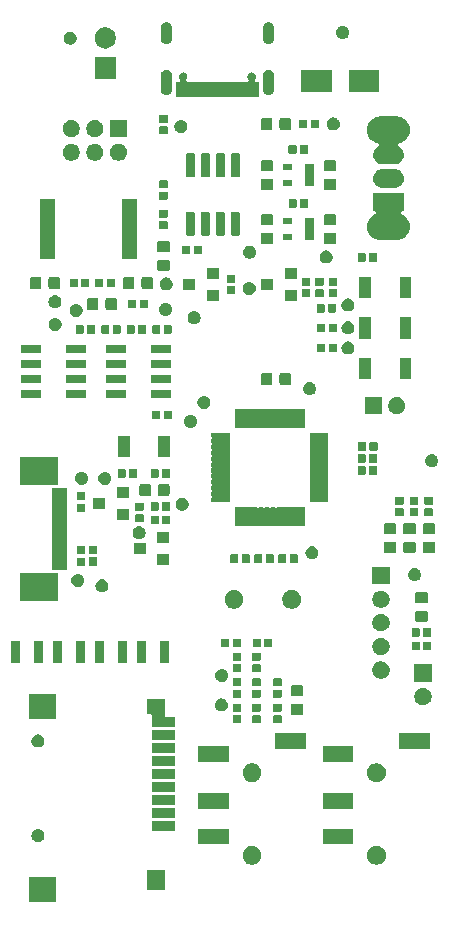
<source format=gbr>
G04 #@! TF.GenerationSoftware,KiCad,Pcbnew,(5.1.5)-3*
G04 #@! TF.CreationDate,2020-09-05T19:48:14+08:00*
G04 #@! TF.ProjectId,VS1053 Dev Brd,56533130-3533-4204-9465-76204272642e,rev?*
G04 #@! TF.SameCoordinates,Original*
G04 #@! TF.FileFunction,Soldermask,Top*
G04 #@! TF.FilePolarity,Negative*
%FSLAX46Y46*%
G04 Gerber Fmt 4.6, Leading zero omitted, Abs format (unit mm)*
G04 Created by KiCad (PCBNEW (5.1.5)-3) date 2020-09-05 19:48:14*
%MOMM*%
%LPD*%
G04 APERTURE LIST*
%ADD10C,0.100000*%
G04 APERTURE END LIST*
D10*
G36*
X75785400Y-136286400D02*
G01*
X73483400Y-136286400D01*
X73483400Y-134152400D01*
X75785400Y-134152400D01*
X75785400Y-136286400D01*
G37*
G36*
X84985400Y-135270400D02*
G01*
X83483400Y-135270400D01*
X83483400Y-133568400D01*
X84985400Y-133568400D01*
X84985400Y-135270400D01*
G37*
G36*
X103129042Y-131538181D02*
G01*
X103274814Y-131598562D01*
X103274816Y-131598563D01*
X103406008Y-131686222D01*
X103517578Y-131797792D01*
X103605237Y-131928984D01*
X103605238Y-131928986D01*
X103665619Y-132074758D01*
X103696400Y-132229507D01*
X103696400Y-132387293D01*
X103665619Y-132542042D01*
X103605238Y-132687814D01*
X103605237Y-132687816D01*
X103517578Y-132819008D01*
X103406008Y-132930578D01*
X103274816Y-133018237D01*
X103274815Y-133018238D01*
X103274814Y-133018238D01*
X103129042Y-133078619D01*
X102974293Y-133109400D01*
X102816507Y-133109400D01*
X102661758Y-133078619D01*
X102515986Y-133018238D01*
X102515985Y-133018238D01*
X102515984Y-133018237D01*
X102384792Y-132930578D01*
X102273222Y-132819008D01*
X102185563Y-132687816D01*
X102185562Y-132687814D01*
X102125181Y-132542042D01*
X102094400Y-132387293D01*
X102094400Y-132229507D01*
X102125181Y-132074758D01*
X102185562Y-131928986D01*
X102185563Y-131928984D01*
X102273222Y-131797792D01*
X102384792Y-131686222D01*
X102515984Y-131598563D01*
X102515986Y-131598562D01*
X102661758Y-131538181D01*
X102816507Y-131507400D01*
X102974293Y-131507400D01*
X103129042Y-131538181D01*
G37*
G36*
X92588042Y-131538181D02*
G01*
X92733814Y-131598562D01*
X92733816Y-131598563D01*
X92865008Y-131686222D01*
X92976578Y-131797792D01*
X93064237Y-131928984D01*
X93064238Y-131928986D01*
X93124619Y-132074758D01*
X93155400Y-132229507D01*
X93155400Y-132387293D01*
X93124619Y-132542042D01*
X93064238Y-132687814D01*
X93064237Y-132687816D01*
X92976578Y-132819008D01*
X92865008Y-132930578D01*
X92733816Y-133018237D01*
X92733815Y-133018238D01*
X92733814Y-133018238D01*
X92588042Y-133078619D01*
X92433293Y-133109400D01*
X92275507Y-133109400D01*
X92120758Y-133078619D01*
X91974986Y-133018238D01*
X91974985Y-133018238D01*
X91974984Y-133018237D01*
X91843792Y-132930578D01*
X91732222Y-132819008D01*
X91644563Y-132687816D01*
X91644562Y-132687814D01*
X91584181Y-132542042D01*
X91553400Y-132387293D01*
X91553400Y-132229507D01*
X91584181Y-132074758D01*
X91644562Y-131928986D01*
X91644563Y-131928984D01*
X91732222Y-131797792D01*
X91843792Y-131686222D01*
X91974984Y-131598563D01*
X91974986Y-131598562D01*
X92120758Y-131538181D01*
X92275507Y-131507400D01*
X92433293Y-131507400D01*
X92588042Y-131538181D01*
G37*
G36*
X100946400Y-131359400D02*
G01*
X98344400Y-131359400D01*
X98344400Y-130057400D01*
X100946400Y-130057400D01*
X100946400Y-131359400D01*
G37*
G36*
X90405400Y-131359400D02*
G01*
X87803400Y-131359400D01*
X87803400Y-130057400D01*
X90405400Y-130057400D01*
X90405400Y-131359400D01*
G37*
G36*
X74395121Y-130089574D02*
G01*
X74495395Y-130131109D01*
X74495396Y-130131110D01*
X74585642Y-130191410D01*
X74662390Y-130268158D01*
X74662391Y-130268160D01*
X74722691Y-130358405D01*
X74764226Y-130458679D01*
X74785400Y-130565130D01*
X74785400Y-130673670D01*
X74764226Y-130780121D01*
X74722691Y-130880395D01*
X74722690Y-130880396D01*
X74662390Y-130970642D01*
X74585642Y-131047390D01*
X74540212Y-131077745D01*
X74495395Y-131107691D01*
X74395121Y-131149226D01*
X74288670Y-131170400D01*
X74180130Y-131170400D01*
X74073679Y-131149226D01*
X73973405Y-131107691D01*
X73928588Y-131077745D01*
X73883158Y-131047390D01*
X73806410Y-130970642D01*
X73746110Y-130880396D01*
X73746109Y-130880395D01*
X73704574Y-130780121D01*
X73683400Y-130673670D01*
X73683400Y-130565130D01*
X73704574Y-130458679D01*
X73746109Y-130358405D01*
X73806409Y-130268160D01*
X73806410Y-130268158D01*
X73883158Y-130191410D01*
X73973404Y-130131110D01*
X73973405Y-130131109D01*
X74073679Y-130089574D01*
X74180130Y-130068400D01*
X74288670Y-130068400D01*
X74395121Y-130089574D01*
G37*
G36*
X85812400Y-130220400D02*
G01*
X83910400Y-130220400D01*
X83910400Y-129418400D01*
X85812400Y-129418400D01*
X85812400Y-130220400D01*
G37*
G36*
X85812400Y-129120400D02*
G01*
X83910400Y-129120400D01*
X83910400Y-128318400D01*
X85812400Y-128318400D01*
X85812400Y-129120400D01*
G37*
G36*
X100946400Y-128359400D02*
G01*
X98344400Y-128359400D01*
X98344400Y-127057400D01*
X100946400Y-127057400D01*
X100946400Y-128359400D01*
G37*
G36*
X90405400Y-128359400D02*
G01*
X87803400Y-128359400D01*
X87803400Y-127057400D01*
X90405400Y-127057400D01*
X90405400Y-128359400D01*
G37*
G36*
X85812400Y-128020400D02*
G01*
X83910400Y-128020400D01*
X83910400Y-127218400D01*
X85812400Y-127218400D01*
X85812400Y-128020400D01*
G37*
G36*
X85812400Y-126920400D02*
G01*
X83910400Y-126920400D01*
X83910400Y-126118400D01*
X85812400Y-126118400D01*
X85812400Y-126920400D01*
G37*
G36*
X103129042Y-124538181D02*
G01*
X103274814Y-124598562D01*
X103274816Y-124598563D01*
X103406008Y-124686222D01*
X103517578Y-124797792D01*
X103605237Y-124928984D01*
X103605238Y-124928986D01*
X103665619Y-125074758D01*
X103696400Y-125229507D01*
X103696400Y-125387293D01*
X103665619Y-125542042D01*
X103605238Y-125687814D01*
X103605237Y-125687816D01*
X103517578Y-125819008D01*
X103406008Y-125930578D01*
X103274816Y-126018237D01*
X103274815Y-126018238D01*
X103274814Y-126018238D01*
X103129042Y-126078619D01*
X102974293Y-126109400D01*
X102816507Y-126109400D01*
X102661758Y-126078619D01*
X102515986Y-126018238D01*
X102515985Y-126018238D01*
X102515984Y-126018237D01*
X102384792Y-125930578D01*
X102273222Y-125819008D01*
X102185563Y-125687816D01*
X102185562Y-125687814D01*
X102125181Y-125542042D01*
X102094400Y-125387293D01*
X102094400Y-125229507D01*
X102125181Y-125074758D01*
X102185562Y-124928986D01*
X102185563Y-124928984D01*
X102273222Y-124797792D01*
X102384792Y-124686222D01*
X102515984Y-124598563D01*
X102515986Y-124598562D01*
X102661758Y-124538181D01*
X102816507Y-124507400D01*
X102974293Y-124507400D01*
X103129042Y-124538181D01*
G37*
G36*
X92588042Y-124538181D02*
G01*
X92733814Y-124598562D01*
X92733816Y-124598563D01*
X92865008Y-124686222D01*
X92976578Y-124797792D01*
X93064237Y-124928984D01*
X93064238Y-124928986D01*
X93124619Y-125074758D01*
X93155400Y-125229507D01*
X93155400Y-125387293D01*
X93124619Y-125542042D01*
X93064238Y-125687814D01*
X93064237Y-125687816D01*
X92976578Y-125819008D01*
X92865008Y-125930578D01*
X92733816Y-126018237D01*
X92733815Y-126018238D01*
X92733814Y-126018238D01*
X92588042Y-126078619D01*
X92433293Y-126109400D01*
X92275507Y-126109400D01*
X92120758Y-126078619D01*
X91974986Y-126018238D01*
X91974985Y-126018238D01*
X91974984Y-126018237D01*
X91843792Y-125930578D01*
X91732222Y-125819008D01*
X91644563Y-125687816D01*
X91644562Y-125687814D01*
X91584181Y-125542042D01*
X91553400Y-125387293D01*
X91553400Y-125229507D01*
X91584181Y-125074758D01*
X91644562Y-124928986D01*
X91644563Y-124928984D01*
X91732222Y-124797792D01*
X91843792Y-124686222D01*
X91974984Y-124598563D01*
X91974986Y-124598562D01*
X92120758Y-124538181D01*
X92275507Y-124507400D01*
X92433293Y-124507400D01*
X92588042Y-124538181D01*
G37*
G36*
X85812400Y-125820400D02*
G01*
X83910400Y-125820400D01*
X83910400Y-125018400D01*
X85812400Y-125018400D01*
X85812400Y-125820400D01*
G37*
G36*
X85812400Y-124720400D02*
G01*
X83910400Y-124720400D01*
X83910400Y-123918400D01*
X85812400Y-123918400D01*
X85812400Y-124720400D01*
G37*
G36*
X100946400Y-124359400D02*
G01*
X98344400Y-124359400D01*
X98344400Y-123057400D01*
X100946400Y-123057400D01*
X100946400Y-124359400D01*
G37*
G36*
X90405400Y-124359400D02*
G01*
X87803400Y-124359400D01*
X87803400Y-123057400D01*
X90405400Y-123057400D01*
X90405400Y-124359400D01*
G37*
G36*
X85812400Y-123620400D02*
G01*
X83910400Y-123620400D01*
X83910400Y-122818400D01*
X85812400Y-122818400D01*
X85812400Y-123620400D01*
G37*
G36*
X107446400Y-123259400D02*
G01*
X104844400Y-123259400D01*
X104844400Y-121957400D01*
X107446400Y-121957400D01*
X107446400Y-123259400D01*
G37*
G36*
X96905400Y-123259400D02*
G01*
X94303400Y-123259400D01*
X94303400Y-121957400D01*
X96905400Y-121957400D01*
X96905400Y-123259400D01*
G37*
G36*
X74395121Y-122089574D02*
G01*
X74495395Y-122131109D01*
X74495396Y-122131110D01*
X74585642Y-122191410D01*
X74662390Y-122268158D01*
X74662391Y-122268160D01*
X74722691Y-122358405D01*
X74764226Y-122458679D01*
X74785400Y-122565130D01*
X74785400Y-122673670D01*
X74764226Y-122780121D01*
X74722691Y-122880395D01*
X74722690Y-122880396D01*
X74662390Y-122970642D01*
X74585642Y-123047390D01*
X74570661Y-123057400D01*
X74495395Y-123107691D01*
X74395121Y-123149226D01*
X74288670Y-123170400D01*
X74180130Y-123170400D01*
X74073679Y-123149226D01*
X73973405Y-123107691D01*
X73898139Y-123057400D01*
X73883158Y-123047390D01*
X73806410Y-122970642D01*
X73746110Y-122880396D01*
X73746109Y-122880395D01*
X73704574Y-122780121D01*
X73683400Y-122673670D01*
X73683400Y-122565130D01*
X73704574Y-122458679D01*
X73746109Y-122358405D01*
X73806409Y-122268160D01*
X73806410Y-122268158D01*
X73883158Y-122191410D01*
X73973404Y-122131110D01*
X73973405Y-122131109D01*
X74073679Y-122089574D01*
X74180130Y-122068400D01*
X74288670Y-122068400D01*
X74395121Y-122089574D01*
G37*
G36*
X85812400Y-122520400D02*
G01*
X83910400Y-122520400D01*
X83910400Y-121718400D01*
X85812400Y-121718400D01*
X85812400Y-122520400D01*
G37*
G36*
X84985400Y-120493401D02*
G01*
X84987802Y-120517787D01*
X84994915Y-120541236D01*
X85006466Y-120562847D01*
X85022011Y-120581789D01*
X85040953Y-120597334D01*
X85062564Y-120608885D01*
X85086013Y-120615998D01*
X85110399Y-120618400D01*
X85812400Y-120618400D01*
X85812400Y-121420400D01*
X83910400Y-121420400D01*
X83910400Y-120495399D01*
X83907998Y-120471013D01*
X83900885Y-120447564D01*
X83889334Y-120425953D01*
X83873789Y-120407011D01*
X83854847Y-120391466D01*
X83833236Y-120379915D01*
X83809787Y-120372802D01*
X83785401Y-120370400D01*
X83483400Y-120370400D01*
X83483400Y-119068400D01*
X84985400Y-119068400D01*
X84985400Y-120493401D01*
G37*
G36*
X94795338Y-120436116D02*
G01*
X94815957Y-120442371D01*
X94834953Y-120452524D01*
X94851608Y-120466192D01*
X94865276Y-120482847D01*
X94875429Y-120501843D01*
X94881684Y-120522462D01*
X94884400Y-120550040D01*
X94884400Y-121008760D01*
X94881684Y-121036338D01*
X94875429Y-121056957D01*
X94865276Y-121075953D01*
X94851608Y-121092608D01*
X94834953Y-121106276D01*
X94815957Y-121116429D01*
X94795338Y-121122684D01*
X94767760Y-121125400D01*
X94259040Y-121125400D01*
X94231462Y-121122684D01*
X94210843Y-121116429D01*
X94191847Y-121106276D01*
X94175192Y-121092608D01*
X94161524Y-121075953D01*
X94151371Y-121056957D01*
X94145116Y-121036338D01*
X94142400Y-121008760D01*
X94142400Y-120550040D01*
X94145116Y-120522462D01*
X94151371Y-120501843D01*
X94161524Y-120482847D01*
X94175192Y-120466192D01*
X94191847Y-120452524D01*
X94210843Y-120442371D01*
X94231462Y-120436116D01*
X94259040Y-120433400D01*
X94767760Y-120433400D01*
X94795338Y-120436116D01*
G37*
G36*
X93017338Y-120436116D02*
G01*
X93037957Y-120442371D01*
X93056953Y-120452524D01*
X93073608Y-120466192D01*
X93087276Y-120482847D01*
X93097429Y-120501843D01*
X93103684Y-120522462D01*
X93106400Y-120550040D01*
X93106400Y-121008760D01*
X93103684Y-121036338D01*
X93097429Y-121056957D01*
X93087276Y-121075953D01*
X93073608Y-121092608D01*
X93056953Y-121106276D01*
X93037957Y-121116429D01*
X93017338Y-121122684D01*
X92989760Y-121125400D01*
X92481040Y-121125400D01*
X92453462Y-121122684D01*
X92432843Y-121116429D01*
X92413847Y-121106276D01*
X92397192Y-121092608D01*
X92383524Y-121075953D01*
X92373371Y-121056957D01*
X92367116Y-121036338D01*
X92364400Y-121008760D01*
X92364400Y-120550040D01*
X92367116Y-120522462D01*
X92373371Y-120501843D01*
X92383524Y-120482847D01*
X92397192Y-120466192D01*
X92413847Y-120452524D01*
X92432843Y-120442371D01*
X92453462Y-120436116D01*
X92481040Y-120433400D01*
X92989760Y-120433400D01*
X93017338Y-120436116D01*
G37*
G36*
X91366338Y-120436116D02*
G01*
X91386957Y-120442371D01*
X91405953Y-120452524D01*
X91422608Y-120466192D01*
X91436276Y-120482847D01*
X91446429Y-120501843D01*
X91452684Y-120522462D01*
X91455400Y-120550040D01*
X91455400Y-121008760D01*
X91452684Y-121036338D01*
X91446429Y-121056957D01*
X91436276Y-121075953D01*
X91422608Y-121092608D01*
X91405953Y-121106276D01*
X91386957Y-121116429D01*
X91366338Y-121122684D01*
X91338760Y-121125400D01*
X90830040Y-121125400D01*
X90802462Y-121122684D01*
X90781843Y-121116429D01*
X90762847Y-121106276D01*
X90746192Y-121092608D01*
X90732524Y-121075953D01*
X90722371Y-121056957D01*
X90716116Y-121036338D01*
X90713400Y-121008760D01*
X90713400Y-120550040D01*
X90716116Y-120522462D01*
X90722371Y-120501843D01*
X90732524Y-120482847D01*
X90746192Y-120466192D01*
X90762847Y-120452524D01*
X90781843Y-120442371D01*
X90802462Y-120436116D01*
X90830040Y-120433400D01*
X91338760Y-120433400D01*
X91366338Y-120436116D01*
G37*
G36*
X75785400Y-120786400D02*
G01*
X73483400Y-120786400D01*
X73483400Y-118652400D01*
X75785400Y-118652400D01*
X75785400Y-120786400D01*
G37*
G36*
X96543991Y-119454485D02*
G01*
X96577969Y-119464793D01*
X96609290Y-119481534D01*
X96636739Y-119504061D01*
X96659266Y-119531510D01*
X96676007Y-119562831D01*
X96686315Y-119596809D01*
X96690400Y-119638290D01*
X96690400Y-120239510D01*
X96686315Y-120280991D01*
X96676007Y-120314969D01*
X96659266Y-120346290D01*
X96636739Y-120373739D01*
X96609290Y-120396266D01*
X96577969Y-120413007D01*
X96543991Y-120423315D01*
X96502510Y-120427400D01*
X95826290Y-120427400D01*
X95784809Y-120423315D01*
X95750831Y-120413007D01*
X95719510Y-120396266D01*
X95692061Y-120373739D01*
X95669534Y-120346290D01*
X95652793Y-120314969D01*
X95642485Y-120280991D01*
X95638400Y-120239510D01*
X95638400Y-119638290D01*
X95642485Y-119596809D01*
X95652793Y-119562831D01*
X95669534Y-119531510D01*
X95692061Y-119504061D01*
X95719510Y-119481534D01*
X95750831Y-119464793D01*
X95784809Y-119454485D01*
X95826290Y-119450400D01*
X96502510Y-119450400D01*
X96543991Y-119454485D01*
G37*
G36*
X93017338Y-119466116D02*
G01*
X93037957Y-119472371D01*
X93056953Y-119482524D01*
X93073608Y-119496192D01*
X93087276Y-119512847D01*
X93097429Y-119531843D01*
X93103684Y-119552462D01*
X93106400Y-119580040D01*
X93106400Y-120038760D01*
X93103684Y-120066338D01*
X93097429Y-120086957D01*
X93087276Y-120105953D01*
X93073608Y-120122608D01*
X93056953Y-120136276D01*
X93037957Y-120146429D01*
X93017338Y-120152684D01*
X92989760Y-120155400D01*
X92481040Y-120155400D01*
X92453462Y-120152684D01*
X92432843Y-120146429D01*
X92413847Y-120136276D01*
X92397192Y-120122608D01*
X92383524Y-120105953D01*
X92373371Y-120086957D01*
X92367116Y-120066338D01*
X92364400Y-120038760D01*
X92364400Y-119580040D01*
X92367116Y-119552462D01*
X92373371Y-119531843D01*
X92383524Y-119512847D01*
X92397192Y-119496192D01*
X92413847Y-119482524D01*
X92432843Y-119472371D01*
X92453462Y-119466116D01*
X92481040Y-119463400D01*
X92989760Y-119463400D01*
X93017338Y-119466116D01*
G37*
G36*
X91366338Y-119466116D02*
G01*
X91386957Y-119472371D01*
X91405953Y-119482524D01*
X91422608Y-119496192D01*
X91436276Y-119512847D01*
X91446429Y-119531843D01*
X91452684Y-119552462D01*
X91455400Y-119580040D01*
X91455400Y-120038760D01*
X91452684Y-120066338D01*
X91446429Y-120086957D01*
X91436276Y-120105953D01*
X91422608Y-120122608D01*
X91405953Y-120136276D01*
X91386957Y-120146429D01*
X91366338Y-120152684D01*
X91338760Y-120155400D01*
X90830040Y-120155400D01*
X90802462Y-120152684D01*
X90781843Y-120146429D01*
X90762847Y-120136276D01*
X90746192Y-120122608D01*
X90732524Y-120105953D01*
X90722371Y-120086957D01*
X90716116Y-120066338D01*
X90713400Y-120038760D01*
X90713400Y-119580040D01*
X90716116Y-119552462D01*
X90722371Y-119531843D01*
X90732524Y-119512847D01*
X90746192Y-119496192D01*
X90762847Y-119482524D01*
X90781843Y-119472371D01*
X90802462Y-119466116D01*
X90830040Y-119463400D01*
X91338760Y-119463400D01*
X91366338Y-119466116D01*
G37*
G36*
X94795338Y-119466116D02*
G01*
X94815957Y-119472371D01*
X94834953Y-119482524D01*
X94851608Y-119496192D01*
X94865276Y-119512847D01*
X94875429Y-119531843D01*
X94881684Y-119552462D01*
X94884400Y-119580040D01*
X94884400Y-120038760D01*
X94881684Y-120066338D01*
X94875429Y-120086957D01*
X94865276Y-120105953D01*
X94851608Y-120122608D01*
X94834953Y-120136276D01*
X94815957Y-120146429D01*
X94795338Y-120152684D01*
X94767760Y-120155400D01*
X94259040Y-120155400D01*
X94231462Y-120152684D01*
X94210843Y-120146429D01*
X94191847Y-120136276D01*
X94175192Y-120122608D01*
X94161524Y-120105953D01*
X94151371Y-120086957D01*
X94145116Y-120066338D01*
X94142400Y-120038760D01*
X94142400Y-119580040D01*
X94145116Y-119552462D01*
X94151371Y-119531843D01*
X94161524Y-119512847D01*
X94175192Y-119496192D01*
X94191847Y-119482524D01*
X94210843Y-119472371D01*
X94231462Y-119466116D01*
X94259040Y-119463400D01*
X94767760Y-119463400D01*
X94795338Y-119466116D01*
G37*
G36*
X89924321Y-119027974D02*
G01*
X90024595Y-119069509D01*
X90024596Y-119069510D01*
X90114842Y-119129810D01*
X90191590Y-119206558D01*
X90191591Y-119206560D01*
X90251891Y-119296805D01*
X90293426Y-119397079D01*
X90314600Y-119503530D01*
X90314600Y-119612070D01*
X90293426Y-119718521D01*
X90251891Y-119818795D01*
X90251890Y-119818796D01*
X90191590Y-119909042D01*
X90114842Y-119985790D01*
X90069412Y-120016145D01*
X90024595Y-120046091D01*
X89924321Y-120087626D01*
X89817870Y-120108800D01*
X89709330Y-120108800D01*
X89602879Y-120087626D01*
X89502605Y-120046091D01*
X89457788Y-120016145D01*
X89412358Y-119985790D01*
X89335610Y-119909042D01*
X89275310Y-119818796D01*
X89275309Y-119818795D01*
X89233774Y-119718521D01*
X89212600Y-119612070D01*
X89212600Y-119503530D01*
X89233774Y-119397079D01*
X89275309Y-119296805D01*
X89335609Y-119206560D01*
X89335610Y-119206558D01*
X89412358Y-119129810D01*
X89502604Y-119069510D01*
X89502605Y-119069509D01*
X89602879Y-119027974D01*
X89709330Y-119006800D01*
X89817870Y-119006800D01*
X89924321Y-119027974D01*
G37*
G36*
X107044166Y-118167299D02*
G01*
X107176288Y-118222026D01*
X107176290Y-118222027D01*
X107295198Y-118301479D01*
X107396321Y-118402602D01*
X107396322Y-118402604D01*
X107475774Y-118521512D01*
X107530501Y-118653634D01*
X107558400Y-118793894D01*
X107558400Y-118936906D01*
X107530501Y-119077166D01*
X107476905Y-119206558D01*
X107475773Y-119209290D01*
X107396321Y-119328198D01*
X107295198Y-119429321D01*
X107176290Y-119508773D01*
X107176289Y-119508774D01*
X107176288Y-119508774D01*
X107044166Y-119563501D01*
X106903906Y-119591400D01*
X106760894Y-119591400D01*
X106620634Y-119563501D01*
X106488512Y-119508774D01*
X106488511Y-119508774D01*
X106488510Y-119508773D01*
X106369602Y-119429321D01*
X106268479Y-119328198D01*
X106189027Y-119209290D01*
X106187895Y-119206558D01*
X106134299Y-119077166D01*
X106106400Y-118936906D01*
X106106400Y-118793894D01*
X106134299Y-118653634D01*
X106189026Y-118521512D01*
X106268478Y-118402604D01*
X106268479Y-118402602D01*
X106369602Y-118301479D01*
X106488510Y-118222027D01*
X106488512Y-118222026D01*
X106620634Y-118167299D01*
X106760894Y-118139400D01*
X106903906Y-118139400D01*
X107044166Y-118167299D01*
G37*
G36*
X91366338Y-118277116D02*
G01*
X91386957Y-118283371D01*
X91405953Y-118293524D01*
X91422608Y-118307192D01*
X91436276Y-118323847D01*
X91446429Y-118342843D01*
X91452684Y-118363462D01*
X91455400Y-118391040D01*
X91455400Y-118849760D01*
X91452684Y-118877338D01*
X91446429Y-118897957D01*
X91436276Y-118916953D01*
X91422608Y-118933608D01*
X91405953Y-118947276D01*
X91386957Y-118957429D01*
X91366338Y-118963684D01*
X91338760Y-118966400D01*
X90830040Y-118966400D01*
X90802462Y-118963684D01*
X90781843Y-118957429D01*
X90762847Y-118947276D01*
X90746192Y-118933608D01*
X90732524Y-118916953D01*
X90722371Y-118897957D01*
X90716116Y-118877338D01*
X90713400Y-118849760D01*
X90713400Y-118391040D01*
X90716116Y-118363462D01*
X90722371Y-118342843D01*
X90732524Y-118323847D01*
X90746192Y-118307192D01*
X90762847Y-118293524D01*
X90781843Y-118283371D01*
X90802462Y-118277116D01*
X90830040Y-118274400D01*
X91338760Y-118274400D01*
X91366338Y-118277116D01*
G37*
G36*
X94795338Y-118277116D02*
G01*
X94815957Y-118283371D01*
X94834953Y-118293524D01*
X94851608Y-118307192D01*
X94865276Y-118323847D01*
X94875429Y-118342843D01*
X94881684Y-118363462D01*
X94884400Y-118391040D01*
X94884400Y-118849760D01*
X94881684Y-118877338D01*
X94875429Y-118897957D01*
X94865276Y-118916953D01*
X94851608Y-118933608D01*
X94834953Y-118947276D01*
X94815957Y-118957429D01*
X94795338Y-118963684D01*
X94767760Y-118966400D01*
X94259040Y-118966400D01*
X94231462Y-118963684D01*
X94210843Y-118957429D01*
X94191847Y-118947276D01*
X94175192Y-118933608D01*
X94161524Y-118916953D01*
X94151371Y-118897957D01*
X94145116Y-118877338D01*
X94142400Y-118849760D01*
X94142400Y-118391040D01*
X94145116Y-118363462D01*
X94151371Y-118342843D01*
X94161524Y-118323847D01*
X94175192Y-118307192D01*
X94191847Y-118293524D01*
X94210843Y-118283371D01*
X94231462Y-118277116D01*
X94259040Y-118274400D01*
X94767760Y-118274400D01*
X94795338Y-118277116D01*
G37*
G36*
X93017338Y-118277116D02*
G01*
X93037957Y-118283371D01*
X93056953Y-118293524D01*
X93073608Y-118307192D01*
X93087276Y-118323847D01*
X93097429Y-118342843D01*
X93103684Y-118363462D01*
X93106400Y-118391040D01*
X93106400Y-118849760D01*
X93103684Y-118877338D01*
X93097429Y-118897957D01*
X93087276Y-118916953D01*
X93073608Y-118933608D01*
X93056953Y-118947276D01*
X93037957Y-118957429D01*
X93017338Y-118963684D01*
X92989760Y-118966400D01*
X92481040Y-118966400D01*
X92453462Y-118963684D01*
X92432843Y-118957429D01*
X92413847Y-118947276D01*
X92397192Y-118933608D01*
X92383524Y-118916953D01*
X92373371Y-118897957D01*
X92367116Y-118877338D01*
X92364400Y-118849760D01*
X92364400Y-118391040D01*
X92367116Y-118363462D01*
X92373371Y-118342843D01*
X92383524Y-118323847D01*
X92397192Y-118307192D01*
X92413847Y-118293524D01*
X92432843Y-118283371D01*
X92453462Y-118277116D01*
X92481040Y-118274400D01*
X92989760Y-118274400D01*
X93017338Y-118277116D01*
G37*
G36*
X96543991Y-117879485D02*
G01*
X96577969Y-117889793D01*
X96609290Y-117906534D01*
X96636739Y-117929061D01*
X96659266Y-117956510D01*
X96676007Y-117987831D01*
X96686315Y-118021809D01*
X96690400Y-118063290D01*
X96690400Y-118664510D01*
X96686315Y-118705991D01*
X96676007Y-118739969D01*
X96659266Y-118771290D01*
X96636739Y-118798739D01*
X96609290Y-118821266D01*
X96577969Y-118838007D01*
X96543991Y-118848315D01*
X96502510Y-118852400D01*
X95826290Y-118852400D01*
X95784809Y-118848315D01*
X95750831Y-118838007D01*
X95719510Y-118821266D01*
X95692061Y-118798739D01*
X95669534Y-118771290D01*
X95652793Y-118739969D01*
X95642485Y-118705991D01*
X95638400Y-118664510D01*
X95638400Y-118063290D01*
X95642485Y-118021809D01*
X95652793Y-117987831D01*
X95669534Y-117956510D01*
X95692061Y-117929061D01*
X95719510Y-117906534D01*
X95750831Y-117889793D01*
X95784809Y-117879485D01*
X95826290Y-117875400D01*
X96502510Y-117875400D01*
X96543991Y-117879485D01*
G37*
G36*
X91366338Y-117307116D02*
G01*
X91386957Y-117313371D01*
X91405953Y-117323524D01*
X91422608Y-117337192D01*
X91436276Y-117353847D01*
X91446429Y-117372843D01*
X91452684Y-117393462D01*
X91455400Y-117421040D01*
X91455400Y-117879760D01*
X91452684Y-117907338D01*
X91446429Y-117927957D01*
X91436276Y-117946953D01*
X91422608Y-117963608D01*
X91405953Y-117977276D01*
X91386957Y-117987429D01*
X91366338Y-117993684D01*
X91338760Y-117996400D01*
X90830040Y-117996400D01*
X90802462Y-117993684D01*
X90781843Y-117987429D01*
X90762847Y-117977276D01*
X90746192Y-117963608D01*
X90732524Y-117946953D01*
X90722371Y-117927957D01*
X90716116Y-117907338D01*
X90713400Y-117879760D01*
X90713400Y-117421040D01*
X90716116Y-117393462D01*
X90722371Y-117372843D01*
X90732524Y-117353847D01*
X90746192Y-117337192D01*
X90762847Y-117323524D01*
X90781843Y-117313371D01*
X90802462Y-117307116D01*
X90830040Y-117304400D01*
X91338760Y-117304400D01*
X91366338Y-117307116D01*
G37*
G36*
X93017338Y-117307116D02*
G01*
X93037957Y-117313371D01*
X93056953Y-117323524D01*
X93073608Y-117337192D01*
X93087276Y-117353847D01*
X93097429Y-117372843D01*
X93103684Y-117393462D01*
X93106400Y-117421040D01*
X93106400Y-117879760D01*
X93103684Y-117907338D01*
X93097429Y-117927957D01*
X93087276Y-117946953D01*
X93073608Y-117963608D01*
X93056953Y-117977276D01*
X93037957Y-117987429D01*
X93017338Y-117993684D01*
X92989760Y-117996400D01*
X92481040Y-117996400D01*
X92453462Y-117993684D01*
X92432843Y-117987429D01*
X92413847Y-117977276D01*
X92397192Y-117963608D01*
X92383524Y-117946953D01*
X92373371Y-117927957D01*
X92367116Y-117907338D01*
X92364400Y-117879760D01*
X92364400Y-117421040D01*
X92367116Y-117393462D01*
X92373371Y-117372843D01*
X92383524Y-117353847D01*
X92397192Y-117337192D01*
X92413847Y-117323524D01*
X92432843Y-117313371D01*
X92453462Y-117307116D01*
X92481040Y-117304400D01*
X92989760Y-117304400D01*
X93017338Y-117307116D01*
G37*
G36*
X94795338Y-117307116D02*
G01*
X94815957Y-117313371D01*
X94834953Y-117323524D01*
X94851608Y-117337192D01*
X94865276Y-117353847D01*
X94875429Y-117372843D01*
X94881684Y-117393462D01*
X94884400Y-117421040D01*
X94884400Y-117879760D01*
X94881684Y-117907338D01*
X94875429Y-117927957D01*
X94865276Y-117946953D01*
X94851608Y-117963608D01*
X94834953Y-117977276D01*
X94815957Y-117987429D01*
X94795338Y-117993684D01*
X94767760Y-117996400D01*
X94259040Y-117996400D01*
X94231462Y-117993684D01*
X94210843Y-117987429D01*
X94191847Y-117977276D01*
X94175192Y-117963608D01*
X94161524Y-117946953D01*
X94151371Y-117927957D01*
X94145116Y-117907338D01*
X94142400Y-117879760D01*
X94142400Y-117421040D01*
X94145116Y-117393462D01*
X94151371Y-117372843D01*
X94161524Y-117353847D01*
X94175192Y-117337192D01*
X94191847Y-117323524D01*
X94210843Y-117313371D01*
X94231462Y-117307116D01*
X94259040Y-117304400D01*
X94767760Y-117304400D01*
X94795338Y-117307116D01*
G37*
G36*
X89949721Y-116538774D02*
G01*
X90049995Y-116580309D01*
X90049996Y-116580310D01*
X90140242Y-116640610D01*
X90216990Y-116717358D01*
X90247345Y-116762788D01*
X90277291Y-116807605D01*
X90318826Y-116907879D01*
X90340000Y-117014330D01*
X90340000Y-117122870D01*
X90318826Y-117229321D01*
X90277291Y-117329595D01*
X90247345Y-117374412D01*
X90216990Y-117419842D01*
X90140242Y-117496590D01*
X90094812Y-117526945D01*
X90049995Y-117556891D01*
X89949721Y-117598426D01*
X89843270Y-117619600D01*
X89734730Y-117619600D01*
X89628279Y-117598426D01*
X89528005Y-117556891D01*
X89483188Y-117526945D01*
X89437758Y-117496590D01*
X89361010Y-117419842D01*
X89330655Y-117374412D01*
X89300709Y-117329595D01*
X89259174Y-117229321D01*
X89238000Y-117122870D01*
X89238000Y-117014330D01*
X89259174Y-116907879D01*
X89300709Y-116807605D01*
X89330655Y-116762788D01*
X89361010Y-116717358D01*
X89437758Y-116640610D01*
X89528004Y-116580310D01*
X89528005Y-116580309D01*
X89628279Y-116538774D01*
X89734730Y-116517600D01*
X89843270Y-116517600D01*
X89949721Y-116538774D01*
G37*
G36*
X107558400Y-117591400D02*
G01*
X106106400Y-117591400D01*
X106106400Y-116139400D01*
X107558400Y-116139400D01*
X107558400Y-117591400D01*
G37*
G36*
X103488166Y-115912299D02*
G01*
X103620288Y-115967026D01*
X103620290Y-115967027D01*
X103739198Y-116046479D01*
X103840321Y-116147602D01*
X103919773Y-116266510D01*
X103919774Y-116266512D01*
X103974501Y-116398634D01*
X104002400Y-116538894D01*
X104002400Y-116681906D01*
X103974501Y-116822166D01*
X103938997Y-116907879D01*
X103919773Y-116954290D01*
X103840321Y-117073198D01*
X103739198Y-117174321D01*
X103620290Y-117253773D01*
X103620289Y-117253774D01*
X103620288Y-117253774D01*
X103488166Y-117308501D01*
X103347906Y-117336400D01*
X103204894Y-117336400D01*
X103064634Y-117308501D01*
X102932512Y-117253774D01*
X102932511Y-117253774D01*
X102932510Y-117253773D01*
X102813602Y-117174321D01*
X102712479Y-117073198D01*
X102633027Y-116954290D01*
X102613803Y-116907879D01*
X102578299Y-116822166D01*
X102550400Y-116681906D01*
X102550400Y-116538894D01*
X102578299Y-116398634D01*
X102633026Y-116266512D01*
X102633027Y-116266510D01*
X102712479Y-116147602D01*
X102813602Y-116046479D01*
X102932510Y-115967027D01*
X102932512Y-115967026D01*
X103064634Y-115912299D01*
X103204894Y-115884400D01*
X103347906Y-115884400D01*
X103488166Y-115912299D01*
G37*
G36*
X93017338Y-116118116D02*
G01*
X93037957Y-116124371D01*
X93056953Y-116134524D01*
X93073608Y-116148192D01*
X93087276Y-116164847D01*
X93097429Y-116183843D01*
X93103684Y-116204462D01*
X93106400Y-116232040D01*
X93106400Y-116690760D01*
X93103684Y-116718338D01*
X93097429Y-116738957D01*
X93087276Y-116757953D01*
X93073608Y-116774608D01*
X93056953Y-116788276D01*
X93037957Y-116798429D01*
X93017338Y-116804684D01*
X92989760Y-116807400D01*
X92481040Y-116807400D01*
X92453462Y-116804684D01*
X92432843Y-116798429D01*
X92413847Y-116788276D01*
X92397192Y-116774608D01*
X92383524Y-116757953D01*
X92373371Y-116738957D01*
X92367116Y-116718338D01*
X92364400Y-116690760D01*
X92364400Y-116232040D01*
X92367116Y-116204462D01*
X92373371Y-116183843D01*
X92383524Y-116164847D01*
X92397192Y-116148192D01*
X92413847Y-116134524D01*
X92432843Y-116124371D01*
X92453462Y-116118116D01*
X92481040Y-116115400D01*
X92989760Y-116115400D01*
X93017338Y-116118116D01*
G37*
G36*
X91366338Y-116118116D02*
G01*
X91386957Y-116124371D01*
X91405953Y-116134524D01*
X91422608Y-116148192D01*
X91436276Y-116164847D01*
X91446429Y-116183843D01*
X91452684Y-116204462D01*
X91455400Y-116232040D01*
X91455400Y-116690760D01*
X91452684Y-116718338D01*
X91446429Y-116738957D01*
X91436276Y-116757953D01*
X91422608Y-116774608D01*
X91405953Y-116788276D01*
X91386957Y-116798429D01*
X91366338Y-116804684D01*
X91338760Y-116807400D01*
X90830040Y-116807400D01*
X90802462Y-116804684D01*
X90781843Y-116798429D01*
X90762847Y-116788276D01*
X90746192Y-116774608D01*
X90732524Y-116757953D01*
X90722371Y-116738957D01*
X90716116Y-116718338D01*
X90713400Y-116690760D01*
X90713400Y-116232040D01*
X90716116Y-116204462D01*
X90722371Y-116183843D01*
X90732524Y-116164847D01*
X90746192Y-116148192D01*
X90762847Y-116134524D01*
X90781843Y-116124371D01*
X90802462Y-116118116D01*
X90830040Y-116115400D01*
X91338760Y-116115400D01*
X91366338Y-116118116D01*
G37*
G36*
X83398400Y-115988400D02*
G01*
X82646400Y-115988400D01*
X82646400Y-114186400D01*
X83398400Y-114186400D01*
X83398400Y-115988400D01*
G37*
G36*
X72730400Y-115988400D02*
G01*
X71978400Y-115988400D01*
X71978400Y-114186400D01*
X72730400Y-114186400D01*
X72730400Y-115988400D01*
G37*
G36*
X85298400Y-115988400D02*
G01*
X84546400Y-115988400D01*
X84546400Y-114186400D01*
X85298400Y-114186400D01*
X85298400Y-115988400D01*
G37*
G36*
X79842400Y-115988400D02*
G01*
X79090400Y-115988400D01*
X79090400Y-114186400D01*
X79842400Y-114186400D01*
X79842400Y-115988400D01*
G37*
G36*
X81742400Y-115988400D02*
G01*
X80990400Y-115988400D01*
X80990400Y-114186400D01*
X81742400Y-114186400D01*
X81742400Y-115988400D01*
G37*
G36*
X76286400Y-115988400D02*
G01*
X75534400Y-115988400D01*
X75534400Y-114186400D01*
X76286400Y-114186400D01*
X76286400Y-115988400D01*
G37*
G36*
X78186400Y-115988400D02*
G01*
X77434400Y-115988400D01*
X77434400Y-114186400D01*
X78186400Y-114186400D01*
X78186400Y-115988400D01*
G37*
G36*
X74630400Y-115988400D02*
G01*
X73878400Y-115988400D01*
X73878400Y-114186400D01*
X74630400Y-114186400D01*
X74630400Y-115988400D01*
G37*
G36*
X91366338Y-115148116D02*
G01*
X91386957Y-115154371D01*
X91405953Y-115164524D01*
X91422608Y-115178192D01*
X91436276Y-115194847D01*
X91446429Y-115213843D01*
X91452684Y-115234462D01*
X91455400Y-115262040D01*
X91455400Y-115720760D01*
X91452684Y-115748338D01*
X91446429Y-115768957D01*
X91436276Y-115787953D01*
X91422608Y-115804608D01*
X91405953Y-115818276D01*
X91386957Y-115828429D01*
X91366338Y-115834684D01*
X91338760Y-115837400D01*
X90830040Y-115837400D01*
X90802462Y-115834684D01*
X90781843Y-115828429D01*
X90762847Y-115818276D01*
X90746192Y-115804608D01*
X90732524Y-115787953D01*
X90722371Y-115768957D01*
X90716116Y-115748338D01*
X90713400Y-115720760D01*
X90713400Y-115262040D01*
X90716116Y-115234462D01*
X90722371Y-115213843D01*
X90732524Y-115194847D01*
X90746192Y-115178192D01*
X90762847Y-115164524D01*
X90781843Y-115154371D01*
X90802462Y-115148116D01*
X90830040Y-115145400D01*
X91338760Y-115145400D01*
X91366338Y-115148116D01*
G37*
G36*
X93017338Y-115148116D02*
G01*
X93037957Y-115154371D01*
X93056953Y-115164524D01*
X93073608Y-115178192D01*
X93087276Y-115194847D01*
X93097429Y-115213843D01*
X93103684Y-115234462D01*
X93106400Y-115262040D01*
X93106400Y-115720760D01*
X93103684Y-115748338D01*
X93097429Y-115768957D01*
X93087276Y-115787953D01*
X93073608Y-115804608D01*
X93056953Y-115818276D01*
X93037957Y-115828429D01*
X93017338Y-115834684D01*
X92989760Y-115837400D01*
X92481040Y-115837400D01*
X92453462Y-115834684D01*
X92432843Y-115828429D01*
X92413847Y-115818276D01*
X92397192Y-115804608D01*
X92383524Y-115787953D01*
X92373371Y-115768957D01*
X92367116Y-115748338D01*
X92364400Y-115720760D01*
X92364400Y-115262040D01*
X92367116Y-115234462D01*
X92373371Y-115213843D01*
X92383524Y-115194847D01*
X92397192Y-115178192D01*
X92413847Y-115164524D01*
X92432843Y-115154371D01*
X92453462Y-115148116D01*
X92481040Y-115145400D01*
X92989760Y-115145400D01*
X93017338Y-115148116D01*
G37*
G36*
X103488166Y-113912299D02*
G01*
X103611464Y-113963371D01*
X103620290Y-113967027D01*
X103739198Y-114046479D01*
X103840321Y-114147602D01*
X103914802Y-114259071D01*
X103919774Y-114266512D01*
X103974501Y-114398634D01*
X104002400Y-114538894D01*
X104002400Y-114681906D01*
X103974501Y-114822166D01*
X103942373Y-114899729D01*
X103919773Y-114954290D01*
X103840321Y-115073198D01*
X103739198Y-115174321D01*
X103620290Y-115253773D01*
X103620289Y-115253774D01*
X103620288Y-115253774D01*
X103488166Y-115308501D01*
X103347906Y-115336400D01*
X103204894Y-115336400D01*
X103064634Y-115308501D01*
X102932512Y-115253774D01*
X102932511Y-115253774D01*
X102932510Y-115253773D01*
X102813602Y-115174321D01*
X102712479Y-115073198D01*
X102633027Y-114954290D01*
X102610427Y-114899729D01*
X102578299Y-114822166D01*
X102550400Y-114681906D01*
X102550400Y-114538894D01*
X102578299Y-114398634D01*
X102633026Y-114266512D01*
X102637998Y-114259071D01*
X102712479Y-114147602D01*
X102813602Y-114046479D01*
X102932510Y-113967027D01*
X102941336Y-113963371D01*
X103064634Y-113912299D01*
X103204894Y-113884400D01*
X103347906Y-113884400D01*
X103488166Y-113912299D01*
G37*
G36*
X107447338Y-114211116D02*
G01*
X107467957Y-114217371D01*
X107486953Y-114227524D01*
X107503608Y-114241192D01*
X107517276Y-114257847D01*
X107527429Y-114276843D01*
X107533684Y-114297462D01*
X107536400Y-114325040D01*
X107536400Y-114833760D01*
X107533684Y-114861338D01*
X107527429Y-114881957D01*
X107517276Y-114900953D01*
X107503608Y-114917608D01*
X107486953Y-114931276D01*
X107467957Y-114941429D01*
X107447338Y-114947684D01*
X107419760Y-114950400D01*
X106961040Y-114950400D01*
X106933462Y-114947684D01*
X106912843Y-114941429D01*
X106893847Y-114931276D01*
X106877192Y-114917608D01*
X106863524Y-114900953D01*
X106853371Y-114881957D01*
X106847116Y-114861338D01*
X106844400Y-114833760D01*
X106844400Y-114325040D01*
X106847116Y-114297462D01*
X106853371Y-114276843D01*
X106863524Y-114257847D01*
X106877192Y-114241192D01*
X106893847Y-114227524D01*
X106912843Y-114217371D01*
X106933462Y-114211116D01*
X106961040Y-114208400D01*
X107419760Y-114208400D01*
X107447338Y-114211116D01*
G37*
G36*
X106477338Y-114211116D02*
G01*
X106497957Y-114217371D01*
X106516953Y-114227524D01*
X106533608Y-114241192D01*
X106547276Y-114257847D01*
X106557429Y-114276843D01*
X106563684Y-114297462D01*
X106566400Y-114325040D01*
X106566400Y-114833760D01*
X106563684Y-114861338D01*
X106557429Y-114881957D01*
X106547276Y-114900953D01*
X106533608Y-114917608D01*
X106516953Y-114931276D01*
X106497957Y-114941429D01*
X106477338Y-114947684D01*
X106449760Y-114950400D01*
X105991040Y-114950400D01*
X105963462Y-114947684D01*
X105942843Y-114941429D01*
X105923847Y-114931276D01*
X105907192Y-114917608D01*
X105893524Y-114900953D01*
X105883371Y-114881957D01*
X105877116Y-114861338D01*
X105874400Y-114833760D01*
X105874400Y-114325040D01*
X105877116Y-114297462D01*
X105883371Y-114276843D01*
X105893524Y-114257847D01*
X105907192Y-114241192D01*
X105923847Y-114227524D01*
X105942843Y-114217371D01*
X105963462Y-114211116D01*
X105991040Y-114208400D01*
X106449760Y-114208400D01*
X106477338Y-114211116D01*
G37*
G36*
X93985338Y-113957116D02*
G01*
X94005957Y-113963371D01*
X94024953Y-113973524D01*
X94041608Y-113987192D01*
X94055276Y-114003847D01*
X94065429Y-114022843D01*
X94071684Y-114043462D01*
X94074400Y-114071040D01*
X94074400Y-114579760D01*
X94071684Y-114607338D01*
X94065429Y-114627957D01*
X94055276Y-114646953D01*
X94041608Y-114663608D01*
X94024953Y-114677276D01*
X94005957Y-114687429D01*
X93985338Y-114693684D01*
X93957760Y-114696400D01*
X93499040Y-114696400D01*
X93471462Y-114693684D01*
X93450843Y-114687429D01*
X93431847Y-114677276D01*
X93415192Y-114663608D01*
X93401524Y-114646953D01*
X93391371Y-114627957D01*
X93385116Y-114607338D01*
X93382400Y-114579760D01*
X93382400Y-114071040D01*
X93385116Y-114043462D01*
X93391371Y-114022843D01*
X93401524Y-114003847D01*
X93415192Y-113987192D01*
X93431847Y-113973524D01*
X93450843Y-113963371D01*
X93471462Y-113957116D01*
X93499040Y-113954400D01*
X93957760Y-113954400D01*
X93985338Y-113957116D01*
G37*
G36*
X91318338Y-113957116D02*
G01*
X91338957Y-113963371D01*
X91357953Y-113973524D01*
X91374608Y-113987192D01*
X91388276Y-114003847D01*
X91398429Y-114022843D01*
X91404684Y-114043462D01*
X91407400Y-114071040D01*
X91407400Y-114579760D01*
X91404684Y-114607338D01*
X91398429Y-114627957D01*
X91388276Y-114646953D01*
X91374608Y-114663608D01*
X91357953Y-114677276D01*
X91338957Y-114687429D01*
X91318338Y-114693684D01*
X91290760Y-114696400D01*
X90832040Y-114696400D01*
X90804462Y-114693684D01*
X90783843Y-114687429D01*
X90764847Y-114677276D01*
X90748192Y-114663608D01*
X90734524Y-114646953D01*
X90724371Y-114627957D01*
X90718116Y-114607338D01*
X90715400Y-114579760D01*
X90715400Y-114071040D01*
X90718116Y-114043462D01*
X90724371Y-114022843D01*
X90734524Y-114003847D01*
X90748192Y-113987192D01*
X90764847Y-113973524D01*
X90783843Y-113963371D01*
X90804462Y-113957116D01*
X90832040Y-113954400D01*
X91290760Y-113954400D01*
X91318338Y-113957116D01*
G37*
G36*
X90348338Y-113957116D02*
G01*
X90368957Y-113963371D01*
X90387953Y-113973524D01*
X90404608Y-113987192D01*
X90418276Y-114003847D01*
X90428429Y-114022843D01*
X90434684Y-114043462D01*
X90437400Y-114071040D01*
X90437400Y-114579760D01*
X90434684Y-114607338D01*
X90428429Y-114627957D01*
X90418276Y-114646953D01*
X90404608Y-114663608D01*
X90387953Y-114677276D01*
X90368957Y-114687429D01*
X90348338Y-114693684D01*
X90320760Y-114696400D01*
X89862040Y-114696400D01*
X89834462Y-114693684D01*
X89813843Y-114687429D01*
X89794847Y-114677276D01*
X89778192Y-114663608D01*
X89764524Y-114646953D01*
X89754371Y-114627957D01*
X89748116Y-114607338D01*
X89745400Y-114579760D01*
X89745400Y-114071040D01*
X89748116Y-114043462D01*
X89754371Y-114022843D01*
X89764524Y-114003847D01*
X89778192Y-113987192D01*
X89794847Y-113973524D01*
X89813843Y-113963371D01*
X89834462Y-113957116D01*
X89862040Y-113954400D01*
X90320760Y-113954400D01*
X90348338Y-113957116D01*
G37*
G36*
X93015338Y-113957116D02*
G01*
X93035957Y-113963371D01*
X93054953Y-113973524D01*
X93071608Y-113987192D01*
X93085276Y-114003847D01*
X93095429Y-114022843D01*
X93101684Y-114043462D01*
X93104400Y-114071040D01*
X93104400Y-114579760D01*
X93101684Y-114607338D01*
X93095429Y-114627957D01*
X93085276Y-114646953D01*
X93071608Y-114663608D01*
X93054953Y-114677276D01*
X93035957Y-114687429D01*
X93015338Y-114693684D01*
X92987760Y-114696400D01*
X92529040Y-114696400D01*
X92501462Y-114693684D01*
X92480843Y-114687429D01*
X92461847Y-114677276D01*
X92445192Y-114663608D01*
X92431524Y-114646953D01*
X92421371Y-114627957D01*
X92415116Y-114607338D01*
X92412400Y-114579760D01*
X92412400Y-114071040D01*
X92415116Y-114043462D01*
X92421371Y-114022843D01*
X92431524Y-114003847D01*
X92445192Y-113987192D01*
X92461847Y-113973524D01*
X92480843Y-113963371D01*
X92501462Y-113957116D01*
X92529040Y-113954400D01*
X92987760Y-113954400D01*
X93015338Y-113957116D01*
G37*
G36*
X106477338Y-113068116D02*
G01*
X106497957Y-113074371D01*
X106516953Y-113084524D01*
X106533608Y-113098192D01*
X106547276Y-113114847D01*
X106557429Y-113133843D01*
X106563684Y-113154462D01*
X106566400Y-113182040D01*
X106566400Y-113690760D01*
X106563684Y-113718338D01*
X106557429Y-113738957D01*
X106547276Y-113757953D01*
X106533608Y-113774608D01*
X106516953Y-113788276D01*
X106497957Y-113798429D01*
X106477338Y-113804684D01*
X106449760Y-113807400D01*
X105991040Y-113807400D01*
X105963462Y-113804684D01*
X105942843Y-113798429D01*
X105923847Y-113788276D01*
X105907192Y-113774608D01*
X105893524Y-113757953D01*
X105883371Y-113738957D01*
X105877116Y-113718338D01*
X105874400Y-113690760D01*
X105874400Y-113182040D01*
X105877116Y-113154462D01*
X105883371Y-113133843D01*
X105893524Y-113114847D01*
X105907192Y-113098192D01*
X105923847Y-113084524D01*
X105942843Y-113074371D01*
X105963462Y-113068116D01*
X105991040Y-113065400D01*
X106449760Y-113065400D01*
X106477338Y-113068116D01*
G37*
G36*
X107447338Y-113068116D02*
G01*
X107467957Y-113074371D01*
X107486953Y-113084524D01*
X107503608Y-113098192D01*
X107517276Y-113114847D01*
X107527429Y-113133843D01*
X107533684Y-113154462D01*
X107536400Y-113182040D01*
X107536400Y-113690760D01*
X107533684Y-113718338D01*
X107527429Y-113738957D01*
X107517276Y-113757953D01*
X107503608Y-113774608D01*
X107486953Y-113788276D01*
X107467957Y-113798429D01*
X107447338Y-113804684D01*
X107419760Y-113807400D01*
X106961040Y-113807400D01*
X106933462Y-113804684D01*
X106912843Y-113798429D01*
X106893847Y-113788276D01*
X106877192Y-113774608D01*
X106863524Y-113757953D01*
X106853371Y-113738957D01*
X106847116Y-113718338D01*
X106844400Y-113690760D01*
X106844400Y-113182040D01*
X106847116Y-113154462D01*
X106853371Y-113133843D01*
X106863524Y-113114847D01*
X106877192Y-113098192D01*
X106893847Y-113084524D01*
X106912843Y-113074371D01*
X106933462Y-113068116D01*
X106961040Y-113065400D01*
X107419760Y-113065400D01*
X107447338Y-113068116D01*
G37*
G36*
X103488166Y-111912299D02*
G01*
X103620288Y-111967026D01*
X103620290Y-111967027D01*
X103739198Y-112046479D01*
X103840321Y-112147602D01*
X103840322Y-112147604D01*
X103919774Y-112266512D01*
X103974501Y-112398634D01*
X104002400Y-112538894D01*
X104002400Y-112681906D01*
X103974501Y-112822166D01*
X103919774Y-112954288D01*
X103919773Y-112954290D01*
X103840321Y-113073198D01*
X103739198Y-113174321D01*
X103620290Y-113253773D01*
X103620289Y-113253774D01*
X103620288Y-113253774D01*
X103488166Y-113308501D01*
X103347906Y-113336400D01*
X103204894Y-113336400D01*
X103064634Y-113308501D01*
X102932512Y-113253774D01*
X102932511Y-113253774D01*
X102932510Y-113253773D01*
X102813602Y-113174321D01*
X102712479Y-113073198D01*
X102633027Y-112954290D01*
X102633026Y-112954288D01*
X102578299Y-112822166D01*
X102550400Y-112681906D01*
X102550400Y-112538894D01*
X102578299Y-112398634D01*
X102633026Y-112266512D01*
X102712478Y-112147604D01*
X102712479Y-112147602D01*
X102813602Y-112046479D01*
X102932510Y-111967027D01*
X102932512Y-111967026D01*
X103064634Y-111912299D01*
X103204894Y-111884400D01*
X103347906Y-111884400D01*
X103488166Y-111912299D01*
G37*
G36*
X107084991Y-111580485D02*
G01*
X107118969Y-111590793D01*
X107150290Y-111607534D01*
X107177739Y-111630061D01*
X107200266Y-111657510D01*
X107217007Y-111688831D01*
X107227315Y-111722809D01*
X107231400Y-111764290D01*
X107231400Y-112365510D01*
X107227315Y-112406991D01*
X107217007Y-112440969D01*
X107200266Y-112472290D01*
X107177739Y-112499739D01*
X107150290Y-112522266D01*
X107118969Y-112539007D01*
X107084991Y-112549315D01*
X107043510Y-112553400D01*
X106367290Y-112553400D01*
X106325809Y-112549315D01*
X106291831Y-112539007D01*
X106260510Y-112522266D01*
X106233061Y-112499739D01*
X106210534Y-112472290D01*
X106193793Y-112440969D01*
X106183485Y-112406991D01*
X106179400Y-112365510D01*
X106179400Y-111764290D01*
X106183485Y-111722809D01*
X106193793Y-111688831D01*
X106210534Y-111657510D01*
X106233061Y-111630061D01*
X106260510Y-111607534D01*
X106291831Y-111590793D01*
X106325809Y-111580485D01*
X106367290Y-111576400D01*
X107043510Y-111576400D01*
X107084991Y-111580485D01*
G37*
G36*
X91064042Y-109846781D02*
G01*
X91197330Y-109901991D01*
X91209816Y-109907163D01*
X91341008Y-109994822D01*
X91452578Y-110106392D01*
X91483172Y-110152180D01*
X91540238Y-110237586D01*
X91600619Y-110383358D01*
X91631400Y-110538107D01*
X91631400Y-110695893D01*
X91600619Y-110850642D01*
X91540238Y-110996414D01*
X91540237Y-110996416D01*
X91452578Y-111127608D01*
X91341008Y-111239178D01*
X91209816Y-111326837D01*
X91209815Y-111326838D01*
X91209814Y-111326838D01*
X91064042Y-111387219D01*
X90909293Y-111418000D01*
X90751507Y-111418000D01*
X90596758Y-111387219D01*
X90450986Y-111326838D01*
X90450985Y-111326838D01*
X90450984Y-111326837D01*
X90319792Y-111239178D01*
X90208222Y-111127608D01*
X90120563Y-110996416D01*
X90120562Y-110996414D01*
X90060181Y-110850642D01*
X90029400Y-110695893D01*
X90029400Y-110538107D01*
X90060181Y-110383358D01*
X90120562Y-110237586D01*
X90177628Y-110152180D01*
X90208222Y-110106392D01*
X90319792Y-109994822D01*
X90450984Y-109907163D01*
X90463470Y-109901991D01*
X90596758Y-109846781D01*
X90751507Y-109816000D01*
X90909293Y-109816000D01*
X91064042Y-109846781D01*
G37*
G36*
X95944042Y-109846781D02*
G01*
X96077330Y-109901991D01*
X96089816Y-109907163D01*
X96221008Y-109994822D01*
X96332578Y-110106392D01*
X96363172Y-110152180D01*
X96420238Y-110237586D01*
X96480619Y-110383358D01*
X96511400Y-110538107D01*
X96511400Y-110695893D01*
X96480619Y-110850642D01*
X96420238Y-110996414D01*
X96420237Y-110996416D01*
X96332578Y-111127608D01*
X96221008Y-111239178D01*
X96089816Y-111326837D01*
X96089815Y-111326838D01*
X96089814Y-111326838D01*
X95944042Y-111387219D01*
X95789293Y-111418000D01*
X95631507Y-111418000D01*
X95476758Y-111387219D01*
X95330986Y-111326838D01*
X95330985Y-111326838D01*
X95330984Y-111326837D01*
X95199792Y-111239178D01*
X95088222Y-111127608D01*
X95000563Y-110996416D01*
X95000562Y-110996414D01*
X94940181Y-110850642D01*
X94909400Y-110695893D01*
X94909400Y-110538107D01*
X94940181Y-110383358D01*
X95000562Y-110237586D01*
X95057628Y-110152180D01*
X95088222Y-110106392D01*
X95199792Y-109994822D01*
X95330984Y-109907163D01*
X95343470Y-109901991D01*
X95476758Y-109846781D01*
X95631507Y-109816000D01*
X95789293Y-109816000D01*
X95944042Y-109846781D01*
G37*
G36*
X103488166Y-109912299D02*
G01*
X103620288Y-109967026D01*
X103620290Y-109967027D01*
X103739198Y-110046479D01*
X103840321Y-110147602D01*
X103919773Y-110266510D01*
X103919774Y-110266512D01*
X103974501Y-110398634D01*
X104002400Y-110538894D01*
X104002400Y-110681906D01*
X103974501Y-110822166D01*
X103919774Y-110954288D01*
X103919773Y-110954290D01*
X103840321Y-111073198D01*
X103739198Y-111174321D01*
X103620290Y-111253773D01*
X103620289Y-111253774D01*
X103620288Y-111253774D01*
X103488166Y-111308501D01*
X103347906Y-111336400D01*
X103204894Y-111336400D01*
X103064634Y-111308501D01*
X102932512Y-111253774D01*
X102932511Y-111253774D01*
X102932510Y-111253773D01*
X102813602Y-111174321D01*
X102712479Y-111073198D01*
X102633027Y-110954290D01*
X102633026Y-110954288D01*
X102578299Y-110822166D01*
X102550400Y-110681906D01*
X102550400Y-110538894D01*
X102578299Y-110398634D01*
X102633026Y-110266512D01*
X102633027Y-110266510D01*
X102712479Y-110147602D01*
X102813602Y-110046479D01*
X102932510Y-109967027D01*
X102932512Y-109967026D01*
X103064634Y-109912299D01*
X103204894Y-109884400D01*
X103347906Y-109884400D01*
X103488166Y-109912299D01*
G37*
G36*
X107084991Y-110005485D02*
G01*
X107118969Y-110015793D01*
X107150290Y-110032534D01*
X107177739Y-110055061D01*
X107200266Y-110082510D01*
X107217007Y-110113831D01*
X107227315Y-110147809D01*
X107231400Y-110189290D01*
X107231400Y-110790510D01*
X107227315Y-110831991D01*
X107217007Y-110865969D01*
X107200266Y-110897290D01*
X107177739Y-110924739D01*
X107150290Y-110947266D01*
X107118969Y-110964007D01*
X107084991Y-110974315D01*
X107043510Y-110978400D01*
X106367290Y-110978400D01*
X106325809Y-110974315D01*
X106291831Y-110964007D01*
X106260510Y-110947266D01*
X106233061Y-110924739D01*
X106210534Y-110897290D01*
X106193793Y-110865969D01*
X106183485Y-110831991D01*
X106179400Y-110790510D01*
X106179400Y-110189290D01*
X106183485Y-110147809D01*
X106193793Y-110113831D01*
X106210534Y-110082510D01*
X106233061Y-110055061D01*
X106260510Y-110032534D01*
X106291831Y-110015793D01*
X106325809Y-110005485D01*
X106367290Y-110001400D01*
X107043510Y-110001400D01*
X107084991Y-110005485D01*
G37*
G36*
X75952400Y-110794400D02*
G01*
X72750400Y-110794400D01*
X72750400Y-108392400D01*
X75952400Y-108392400D01*
X75952400Y-110794400D01*
G37*
G36*
X79815121Y-108944174D02*
G01*
X79915395Y-108985709D01*
X79915396Y-108985710D01*
X80005642Y-109046010D01*
X80082390Y-109122758D01*
X80082391Y-109122760D01*
X80142691Y-109213005D01*
X80184226Y-109313279D01*
X80205400Y-109419730D01*
X80205400Y-109528270D01*
X80184226Y-109634721D01*
X80142691Y-109734995D01*
X80142690Y-109734996D01*
X80082390Y-109825242D01*
X80005642Y-109901990D01*
X79997901Y-109907162D01*
X79915395Y-109962291D01*
X79815121Y-110003826D01*
X79708670Y-110025000D01*
X79600130Y-110025000D01*
X79493679Y-110003826D01*
X79393405Y-109962291D01*
X79310899Y-109907162D01*
X79303158Y-109901990D01*
X79226410Y-109825242D01*
X79166110Y-109734996D01*
X79166109Y-109734995D01*
X79124574Y-109634721D01*
X79103400Y-109528270D01*
X79103400Y-109419730D01*
X79124574Y-109313279D01*
X79166109Y-109213005D01*
X79226409Y-109122760D01*
X79226410Y-109122758D01*
X79303158Y-109046010D01*
X79393404Y-108985710D01*
X79393405Y-108985709D01*
X79493679Y-108944174D01*
X79600130Y-108923000D01*
X79708670Y-108923000D01*
X79815121Y-108944174D01*
G37*
G36*
X77757721Y-108486974D02*
G01*
X77857995Y-108528509D01*
X77857996Y-108528510D01*
X77948242Y-108588810D01*
X78024990Y-108665558D01*
X78055345Y-108710988D01*
X78085291Y-108755805D01*
X78126826Y-108856079D01*
X78148000Y-108962530D01*
X78148000Y-109071070D01*
X78126826Y-109177521D01*
X78085291Y-109277795D01*
X78085290Y-109277796D01*
X78024990Y-109368042D01*
X77948242Y-109444790D01*
X77902812Y-109475145D01*
X77857995Y-109505091D01*
X77757721Y-109546626D01*
X77651270Y-109567800D01*
X77542730Y-109567800D01*
X77436279Y-109546626D01*
X77336005Y-109505091D01*
X77291188Y-109475145D01*
X77245758Y-109444790D01*
X77169010Y-109368042D01*
X77108710Y-109277796D01*
X77108709Y-109277795D01*
X77067174Y-109177521D01*
X77046000Y-109071070D01*
X77046000Y-108962530D01*
X77067174Y-108856079D01*
X77108709Y-108755805D01*
X77138655Y-108710988D01*
X77169010Y-108665558D01*
X77245758Y-108588810D01*
X77336004Y-108528510D01*
X77336005Y-108528509D01*
X77436279Y-108486974D01*
X77542730Y-108465800D01*
X77651270Y-108465800D01*
X77757721Y-108486974D01*
G37*
G36*
X104002400Y-109336400D02*
G01*
X102550400Y-109336400D01*
X102550400Y-107884400D01*
X104002400Y-107884400D01*
X104002400Y-109336400D01*
G37*
G36*
X106281921Y-108004374D02*
G01*
X106382195Y-108045909D01*
X106382196Y-108045910D01*
X106472442Y-108106210D01*
X106549190Y-108182958D01*
X106549191Y-108182960D01*
X106609491Y-108273205D01*
X106651026Y-108373479D01*
X106672200Y-108479930D01*
X106672200Y-108588470D01*
X106651026Y-108694921D01*
X106609491Y-108795195D01*
X106609490Y-108795196D01*
X106549190Y-108885442D01*
X106472442Y-108962190D01*
X106427012Y-108992545D01*
X106382195Y-109022491D01*
X106281921Y-109064026D01*
X106175470Y-109085200D01*
X106066930Y-109085200D01*
X105960479Y-109064026D01*
X105860205Y-109022491D01*
X105815388Y-108992545D01*
X105769958Y-108962190D01*
X105693210Y-108885442D01*
X105632910Y-108795196D01*
X105632909Y-108795195D01*
X105591374Y-108694921D01*
X105570200Y-108588470D01*
X105570200Y-108479930D01*
X105591374Y-108373479D01*
X105632909Y-108273205D01*
X105693209Y-108182960D01*
X105693210Y-108182958D01*
X105769958Y-108106210D01*
X105860204Y-108045910D01*
X105860205Y-108045909D01*
X105960479Y-108004374D01*
X106066930Y-107983200D01*
X106175470Y-107983200D01*
X106281921Y-108004374D01*
G37*
G36*
X76652400Y-108124400D02*
G01*
X75450400Y-108124400D01*
X75450400Y-101222400D01*
X76652400Y-101222400D01*
X76652400Y-108124400D01*
G37*
G36*
X78158338Y-107101116D02*
G01*
X78178957Y-107107371D01*
X78197953Y-107117524D01*
X78214608Y-107131192D01*
X78228276Y-107147847D01*
X78238429Y-107166843D01*
X78244684Y-107187462D01*
X78247400Y-107215040D01*
X78247400Y-107673760D01*
X78244684Y-107701338D01*
X78238429Y-107721957D01*
X78228276Y-107740953D01*
X78214608Y-107757608D01*
X78197953Y-107771276D01*
X78178957Y-107781429D01*
X78158338Y-107787684D01*
X78130760Y-107790400D01*
X77622040Y-107790400D01*
X77594462Y-107787684D01*
X77573843Y-107781429D01*
X77554847Y-107771276D01*
X77538192Y-107757608D01*
X77524524Y-107740953D01*
X77514371Y-107721957D01*
X77508116Y-107701338D01*
X77505400Y-107673760D01*
X77505400Y-107215040D01*
X77508116Y-107187462D01*
X77514371Y-107166843D01*
X77524524Y-107147847D01*
X77538192Y-107131192D01*
X77554847Y-107117524D01*
X77573843Y-107107371D01*
X77594462Y-107101116D01*
X77622040Y-107098400D01*
X78130760Y-107098400D01*
X78158338Y-107101116D01*
G37*
G36*
X79174338Y-107078116D02*
G01*
X79194957Y-107084371D01*
X79213953Y-107094524D01*
X79230608Y-107108192D01*
X79244276Y-107124847D01*
X79254429Y-107143843D01*
X79260684Y-107164462D01*
X79263400Y-107192040D01*
X79263400Y-107650760D01*
X79260684Y-107678338D01*
X79254429Y-107698957D01*
X79244276Y-107717953D01*
X79230608Y-107734608D01*
X79213953Y-107748276D01*
X79194957Y-107758429D01*
X79174338Y-107764684D01*
X79146760Y-107767400D01*
X78638040Y-107767400D01*
X78610462Y-107764684D01*
X78589843Y-107758429D01*
X78570847Y-107748276D01*
X78554192Y-107734608D01*
X78540524Y-107717953D01*
X78530371Y-107698957D01*
X78524116Y-107678338D01*
X78521400Y-107650760D01*
X78521400Y-107192040D01*
X78524116Y-107164462D01*
X78530371Y-107143843D01*
X78540524Y-107124847D01*
X78554192Y-107108192D01*
X78570847Y-107094524D01*
X78589843Y-107084371D01*
X78610462Y-107078116D01*
X78638040Y-107075400D01*
X79146760Y-107075400D01*
X79174338Y-107078116D01*
G37*
G36*
X85346400Y-107725400D02*
G01*
X84344400Y-107725400D01*
X84344400Y-106823400D01*
X85346400Y-106823400D01*
X85346400Y-107725400D01*
G37*
G36*
X95174338Y-106819716D02*
G01*
X95194957Y-106825971D01*
X95213953Y-106836124D01*
X95230608Y-106849792D01*
X95244276Y-106866447D01*
X95254429Y-106885443D01*
X95260684Y-106906062D01*
X95263400Y-106933640D01*
X95263400Y-107442360D01*
X95260684Y-107469938D01*
X95254429Y-107490557D01*
X95244276Y-107509553D01*
X95230608Y-107526208D01*
X95213953Y-107539876D01*
X95194957Y-107550029D01*
X95174338Y-107556284D01*
X95146760Y-107559000D01*
X94688040Y-107559000D01*
X94660462Y-107556284D01*
X94639843Y-107550029D01*
X94620847Y-107539876D01*
X94604192Y-107526208D01*
X94590524Y-107509553D01*
X94580371Y-107490557D01*
X94574116Y-107469938D01*
X94571400Y-107442360D01*
X94571400Y-106933640D01*
X94574116Y-106906062D01*
X94580371Y-106885443D01*
X94590524Y-106866447D01*
X94604192Y-106849792D01*
X94620847Y-106836124D01*
X94639843Y-106825971D01*
X94660462Y-106819716D01*
X94688040Y-106817000D01*
X95146760Y-106817000D01*
X95174338Y-106819716D01*
G37*
G36*
X94112338Y-106819716D02*
G01*
X94132957Y-106825971D01*
X94151953Y-106836124D01*
X94168608Y-106849792D01*
X94182276Y-106866447D01*
X94192429Y-106885443D01*
X94198684Y-106906062D01*
X94201400Y-106933640D01*
X94201400Y-107442360D01*
X94198684Y-107469938D01*
X94192429Y-107490557D01*
X94182276Y-107509553D01*
X94168608Y-107526208D01*
X94151953Y-107539876D01*
X94132957Y-107550029D01*
X94112338Y-107556284D01*
X94084760Y-107559000D01*
X93626040Y-107559000D01*
X93598462Y-107556284D01*
X93577843Y-107550029D01*
X93558847Y-107539876D01*
X93542192Y-107526208D01*
X93528524Y-107509553D01*
X93518371Y-107490557D01*
X93512116Y-107469938D01*
X93509400Y-107442360D01*
X93509400Y-106933640D01*
X93512116Y-106906062D01*
X93518371Y-106885443D01*
X93528524Y-106866447D01*
X93542192Y-106849792D01*
X93558847Y-106836124D01*
X93577843Y-106825971D01*
X93598462Y-106819716D01*
X93626040Y-106817000D01*
X94084760Y-106817000D01*
X94112338Y-106819716D01*
G37*
G36*
X93142338Y-106819716D02*
G01*
X93162957Y-106825971D01*
X93181953Y-106836124D01*
X93198608Y-106849792D01*
X93212276Y-106866447D01*
X93222429Y-106885443D01*
X93228684Y-106906062D01*
X93231400Y-106933640D01*
X93231400Y-107442360D01*
X93228684Y-107469938D01*
X93222429Y-107490557D01*
X93212276Y-107509553D01*
X93198608Y-107526208D01*
X93181953Y-107539876D01*
X93162957Y-107550029D01*
X93142338Y-107556284D01*
X93114760Y-107559000D01*
X92656040Y-107559000D01*
X92628462Y-107556284D01*
X92607843Y-107550029D01*
X92588847Y-107539876D01*
X92572192Y-107526208D01*
X92558524Y-107509553D01*
X92548371Y-107490557D01*
X92542116Y-107469938D01*
X92539400Y-107442360D01*
X92539400Y-106933640D01*
X92542116Y-106906062D01*
X92548371Y-106885443D01*
X92558524Y-106866447D01*
X92572192Y-106849792D01*
X92588847Y-106836124D01*
X92607843Y-106825971D01*
X92628462Y-106819716D01*
X92656040Y-106817000D01*
X93114760Y-106817000D01*
X93142338Y-106819716D01*
G37*
G36*
X92080338Y-106819716D02*
G01*
X92100957Y-106825971D01*
X92119953Y-106836124D01*
X92136608Y-106849792D01*
X92150276Y-106866447D01*
X92160429Y-106885443D01*
X92166684Y-106906062D01*
X92169400Y-106933640D01*
X92169400Y-107442360D01*
X92166684Y-107469938D01*
X92160429Y-107490557D01*
X92150276Y-107509553D01*
X92136608Y-107526208D01*
X92119953Y-107539876D01*
X92100957Y-107550029D01*
X92080338Y-107556284D01*
X92052760Y-107559000D01*
X91594040Y-107559000D01*
X91566462Y-107556284D01*
X91545843Y-107550029D01*
X91526847Y-107539876D01*
X91510192Y-107526208D01*
X91496524Y-107509553D01*
X91486371Y-107490557D01*
X91480116Y-107469938D01*
X91477400Y-107442360D01*
X91477400Y-106933640D01*
X91480116Y-106906062D01*
X91486371Y-106885443D01*
X91496524Y-106866447D01*
X91510192Y-106849792D01*
X91526847Y-106836124D01*
X91545843Y-106825971D01*
X91566462Y-106819716D01*
X91594040Y-106817000D01*
X92052760Y-106817000D01*
X92080338Y-106819716D01*
G37*
G36*
X96144338Y-106819716D02*
G01*
X96164957Y-106825971D01*
X96183953Y-106836124D01*
X96200608Y-106849792D01*
X96214276Y-106866447D01*
X96224429Y-106885443D01*
X96230684Y-106906062D01*
X96233400Y-106933640D01*
X96233400Y-107442360D01*
X96230684Y-107469938D01*
X96224429Y-107490557D01*
X96214276Y-107509553D01*
X96200608Y-107526208D01*
X96183953Y-107539876D01*
X96164957Y-107550029D01*
X96144338Y-107556284D01*
X96116760Y-107559000D01*
X95658040Y-107559000D01*
X95630462Y-107556284D01*
X95609843Y-107550029D01*
X95590847Y-107539876D01*
X95574192Y-107526208D01*
X95560524Y-107509553D01*
X95550371Y-107490557D01*
X95544116Y-107469938D01*
X95541400Y-107442360D01*
X95541400Y-106933640D01*
X95544116Y-106906062D01*
X95550371Y-106885443D01*
X95560524Y-106866447D01*
X95574192Y-106849792D01*
X95590847Y-106836124D01*
X95609843Y-106825971D01*
X95630462Y-106819716D01*
X95658040Y-106817000D01*
X96116760Y-106817000D01*
X96144338Y-106819716D01*
G37*
G36*
X91110338Y-106819716D02*
G01*
X91130957Y-106825971D01*
X91149953Y-106836124D01*
X91166608Y-106849792D01*
X91180276Y-106866447D01*
X91190429Y-106885443D01*
X91196684Y-106906062D01*
X91199400Y-106933640D01*
X91199400Y-107442360D01*
X91196684Y-107469938D01*
X91190429Y-107490557D01*
X91180276Y-107509553D01*
X91166608Y-107526208D01*
X91149953Y-107539876D01*
X91130957Y-107550029D01*
X91110338Y-107556284D01*
X91082760Y-107559000D01*
X90624040Y-107559000D01*
X90596462Y-107556284D01*
X90575843Y-107550029D01*
X90556847Y-107539876D01*
X90540192Y-107526208D01*
X90526524Y-107509553D01*
X90516371Y-107490557D01*
X90510116Y-107469938D01*
X90507400Y-107442360D01*
X90507400Y-106933640D01*
X90510116Y-106906062D01*
X90516371Y-106885443D01*
X90526524Y-106866447D01*
X90540192Y-106849792D01*
X90556847Y-106836124D01*
X90575843Y-106825971D01*
X90596462Y-106819716D01*
X90624040Y-106817000D01*
X91082760Y-106817000D01*
X91110338Y-106819716D01*
G37*
G36*
X97595121Y-106150174D02*
G01*
X97695395Y-106191709D01*
X97715714Y-106205286D01*
X97785642Y-106252010D01*
X97862390Y-106328758D01*
X97862391Y-106328760D01*
X97922691Y-106419005D01*
X97964226Y-106519279D01*
X97985400Y-106625730D01*
X97985400Y-106734270D01*
X97964226Y-106840721D01*
X97922691Y-106940995D01*
X97892745Y-106985812D01*
X97862390Y-107031242D01*
X97785642Y-107107990D01*
X97756359Y-107127556D01*
X97695395Y-107168291D01*
X97595121Y-107209826D01*
X97488670Y-107231000D01*
X97380130Y-107231000D01*
X97273679Y-107209826D01*
X97173405Y-107168291D01*
X97112441Y-107127556D01*
X97083158Y-107107990D01*
X97006410Y-107031242D01*
X96976055Y-106985812D01*
X96946109Y-106940995D01*
X96904574Y-106840721D01*
X96883400Y-106734270D01*
X96883400Y-106625730D01*
X96904574Y-106519279D01*
X96946109Y-106419005D01*
X97006409Y-106328760D01*
X97006410Y-106328758D01*
X97083158Y-106252010D01*
X97153086Y-106205286D01*
X97173405Y-106191709D01*
X97273679Y-106150174D01*
X97380130Y-106129000D01*
X97488670Y-106129000D01*
X97595121Y-106150174D01*
G37*
G36*
X78158338Y-106131116D02*
G01*
X78178957Y-106137371D01*
X78197953Y-106147524D01*
X78214608Y-106161192D01*
X78228276Y-106177847D01*
X78238429Y-106196843D01*
X78244684Y-106217462D01*
X78247400Y-106245040D01*
X78247400Y-106703760D01*
X78244684Y-106731338D01*
X78238429Y-106751957D01*
X78228276Y-106770953D01*
X78214608Y-106787608D01*
X78197953Y-106801276D01*
X78178957Y-106811429D01*
X78158338Y-106817684D01*
X78130760Y-106820400D01*
X77622040Y-106820400D01*
X77594462Y-106817684D01*
X77573843Y-106811429D01*
X77554847Y-106801276D01*
X77538192Y-106787608D01*
X77524524Y-106770953D01*
X77514371Y-106751957D01*
X77508116Y-106731338D01*
X77505400Y-106703760D01*
X77505400Y-106245040D01*
X77508116Y-106217462D01*
X77514371Y-106196843D01*
X77524524Y-106177847D01*
X77538192Y-106161192D01*
X77554847Y-106147524D01*
X77573843Y-106137371D01*
X77594462Y-106131116D01*
X77622040Y-106128400D01*
X78130760Y-106128400D01*
X78158338Y-106131116D01*
G37*
G36*
X79174338Y-106108116D02*
G01*
X79194957Y-106114371D01*
X79213953Y-106124524D01*
X79230608Y-106138192D01*
X79244276Y-106154847D01*
X79254429Y-106173843D01*
X79260684Y-106194462D01*
X79263400Y-106222040D01*
X79263400Y-106680760D01*
X79260684Y-106708338D01*
X79254429Y-106728957D01*
X79244276Y-106747953D01*
X79230608Y-106764608D01*
X79213953Y-106778276D01*
X79194957Y-106788429D01*
X79174338Y-106794684D01*
X79146760Y-106797400D01*
X78638040Y-106797400D01*
X78610462Y-106794684D01*
X78589843Y-106788429D01*
X78570847Y-106778276D01*
X78554192Y-106764608D01*
X78540524Y-106747953D01*
X78530371Y-106728957D01*
X78524116Y-106708338D01*
X78521400Y-106680760D01*
X78521400Y-106222040D01*
X78524116Y-106194462D01*
X78530371Y-106173843D01*
X78540524Y-106154847D01*
X78554192Y-106138192D01*
X78570847Y-106124524D01*
X78589843Y-106114371D01*
X78610462Y-106108116D01*
X78638040Y-106105400D01*
X79146760Y-106105400D01*
X79174338Y-106108116D01*
G37*
G36*
X83346400Y-106775400D02*
G01*
X82344400Y-106775400D01*
X82344400Y-105873400D01*
X83346400Y-105873400D01*
X83346400Y-106775400D01*
G37*
G36*
X104417991Y-105738485D02*
G01*
X104451969Y-105748793D01*
X104483290Y-105765534D01*
X104510739Y-105788061D01*
X104533266Y-105815510D01*
X104550007Y-105846831D01*
X104560315Y-105880809D01*
X104564400Y-105922290D01*
X104564400Y-106523510D01*
X104560315Y-106564991D01*
X104550007Y-106598969D01*
X104533266Y-106630290D01*
X104510739Y-106657739D01*
X104483290Y-106680266D01*
X104451969Y-106697007D01*
X104417991Y-106707315D01*
X104376510Y-106711400D01*
X103700290Y-106711400D01*
X103658809Y-106707315D01*
X103624831Y-106697007D01*
X103593510Y-106680266D01*
X103566061Y-106657739D01*
X103543534Y-106630290D01*
X103526793Y-106598969D01*
X103516485Y-106564991D01*
X103512400Y-106523510D01*
X103512400Y-105922290D01*
X103516485Y-105880809D01*
X103526793Y-105846831D01*
X103543534Y-105815510D01*
X103566061Y-105788061D01*
X103593510Y-105765534D01*
X103624831Y-105748793D01*
X103658809Y-105738485D01*
X103700290Y-105734400D01*
X104376510Y-105734400D01*
X104417991Y-105738485D01*
G37*
G36*
X107719991Y-105738485D02*
G01*
X107753969Y-105748793D01*
X107785290Y-105765534D01*
X107812739Y-105788061D01*
X107835266Y-105815510D01*
X107852007Y-105846831D01*
X107862315Y-105880809D01*
X107866400Y-105922290D01*
X107866400Y-106523510D01*
X107862315Y-106564991D01*
X107852007Y-106598969D01*
X107835266Y-106630290D01*
X107812739Y-106657739D01*
X107785290Y-106680266D01*
X107753969Y-106697007D01*
X107719991Y-106707315D01*
X107678510Y-106711400D01*
X107002290Y-106711400D01*
X106960809Y-106707315D01*
X106926831Y-106697007D01*
X106895510Y-106680266D01*
X106868061Y-106657739D01*
X106845534Y-106630290D01*
X106828793Y-106598969D01*
X106818485Y-106564991D01*
X106814400Y-106523510D01*
X106814400Y-105922290D01*
X106818485Y-105880809D01*
X106828793Y-105846831D01*
X106845534Y-105815510D01*
X106868061Y-105788061D01*
X106895510Y-105765534D01*
X106926831Y-105748793D01*
X106960809Y-105738485D01*
X107002290Y-105734400D01*
X107678510Y-105734400D01*
X107719991Y-105738485D01*
G37*
G36*
X106068991Y-105738485D02*
G01*
X106102969Y-105748793D01*
X106134290Y-105765534D01*
X106161739Y-105788061D01*
X106184266Y-105815510D01*
X106201007Y-105846831D01*
X106211315Y-105880809D01*
X106215400Y-105922290D01*
X106215400Y-106523510D01*
X106211315Y-106564991D01*
X106201007Y-106598969D01*
X106184266Y-106630290D01*
X106161739Y-106657739D01*
X106134290Y-106680266D01*
X106102969Y-106697007D01*
X106068991Y-106707315D01*
X106027510Y-106711400D01*
X105351290Y-106711400D01*
X105309809Y-106707315D01*
X105275831Y-106697007D01*
X105244510Y-106680266D01*
X105217061Y-106657739D01*
X105194534Y-106630290D01*
X105177793Y-106598969D01*
X105167485Y-106564991D01*
X105163400Y-106523510D01*
X105163400Y-105922290D01*
X105167485Y-105880809D01*
X105177793Y-105846831D01*
X105194534Y-105815510D01*
X105217061Y-105788061D01*
X105244510Y-105765534D01*
X105275831Y-105748793D01*
X105309809Y-105738485D01*
X105351290Y-105734400D01*
X106027510Y-105734400D01*
X106068991Y-105738485D01*
G37*
G36*
X85346400Y-105825400D02*
G01*
X84344400Y-105825400D01*
X84344400Y-104923400D01*
X85346400Y-104923400D01*
X85346400Y-105825400D01*
G37*
G36*
X82964721Y-104448374D02*
G01*
X83064995Y-104489909D01*
X83064996Y-104489910D01*
X83155242Y-104550210D01*
X83231990Y-104626958D01*
X83231991Y-104626960D01*
X83292291Y-104717205D01*
X83333826Y-104817479D01*
X83355000Y-104923930D01*
X83355000Y-105032470D01*
X83333826Y-105138921D01*
X83292291Y-105239195D01*
X83292290Y-105239196D01*
X83231990Y-105329442D01*
X83155242Y-105406190D01*
X83109812Y-105436545D01*
X83064995Y-105466491D01*
X82964721Y-105508026D01*
X82858270Y-105529200D01*
X82749730Y-105529200D01*
X82643279Y-105508026D01*
X82543005Y-105466491D01*
X82498188Y-105436545D01*
X82452758Y-105406190D01*
X82376010Y-105329442D01*
X82315710Y-105239196D01*
X82315709Y-105239195D01*
X82274174Y-105138921D01*
X82253000Y-105032470D01*
X82253000Y-104923930D01*
X82274174Y-104817479D01*
X82315709Y-104717205D01*
X82376009Y-104626960D01*
X82376010Y-104626958D01*
X82452758Y-104550210D01*
X82543004Y-104489910D01*
X82543005Y-104489909D01*
X82643279Y-104448374D01*
X82749730Y-104427200D01*
X82858270Y-104427200D01*
X82964721Y-104448374D01*
G37*
G36*
X107719991Y-104163485D02*
G01*
X107753969Y-104173793D01*
X107785290Y-104190534D01*
X107812739Y-104213061D01*
X107835266Y-104240510D01*
X107852007Y-104271831D01*
X107862315Y-104305809D01*
X107866400Y-104347290D01*
X107866400Y-104948510D01*
X107862315Y-104989991D01*
X107852007Y-105023969D01*
X107835266Y-105055290D01*
X107812739Y-105082739D01*
X107785290Y-105105266D01*
X107753969Y-105122007D01*
X107719991Y-105132315D01*
X107678510Y-105136400D01*
X107002290Y-105136400D01*
X106960809Y-105132315D01*
X106926831Y-105122007D01*
X106895510Y-105105266D01*
X106868061Y-105082739D01*
X106845534Y-105055290D01*
X106828793Y-105023969D01*
X106818485Y-104989991D01*
X106814400Y-104948510D01*
X106814400Y-104347290D01*
X106818485Y-104305809D01*
X106828793Y-104271831D01*
X106845534Y-104240510D01*
X106868061Y-104213061D01*
X106895510Y-104190534D01*
X106926831Y-104173793D01*
X106960809Y-104163485D01*
X107002290Y-104159400D01*
X107678510Y-104159400D01*
X107719991Y-104163485D01*
G37*
G36*
X106068991Y-104163485D02*
G01*
X106102969Y-104173793D01*
X106134290Y-104190534D01*
X106161739Y-104213061D01*
X106184266Y-104240510D01*
X106201007Y-104271831D01*
X106211315Y-104305809D01*
X106215400Y-104347290D01*
X106215400Y-104948510D01*
X106211315Y-104989991D01*
X106201007Y-105023969D01*
X106184266Y-105055290D01*
X106161739Y-105082739D01*
X106134290Y-105105266D01*
X106102969Y-105122007D01*
X106068991Y-105132315D01*
X106027510Y-105136400D01*
X105351290Y-105136400D01*
X105309809Y-105132315D01*
X105275831Y-105122007D01*
X105244510Y-105105266D01*
X105217061Y-105082739D01*
X105194534Y-105055290D01*
X105177793Y-105023969D01*
X105167485Y-104989991D01*
X105163400Y-104948510D01*
X105163400Y-104347290D01*
X105167485Y-104305809D01*
X105177793Y-104271831D01*
X105194534Y-104240510D01*
X105217061Y-104213061D01*
X105244510Y-104190534D01*
X105275831Y-104173793D01*
X105309809Y-104163485D01*
X105351290Y-104159400D01*
X106027510Y-104159400D01*
X106068991Y-104163485D01*
G37*
G36*
X104417991Y-104163485D02*
G01*
X104451969Y-104173793D01*
X104483290Y-104190534D01*
X104510739Y-104213061D01*
X104533266Y-104240510D01*
X104550007Y-104271831D01*
X104560315Y-104305809D01*
X104564400Y-104347290D01*
X104564400Y-104948510D01*
X104560315Y-104989991D01*
X104550007Y-105023969D01*
X104533266Y-105055290D01*
X104510739Y-105082739D01*
X104483290Y-105105266D01*
X104451969Y-105122007D01*
X104417991Y-105132315D01*
X104376510Y-105136400D01*
X103700290Y-105136400D01*
X103658809Y-105132315D01*
X103624831Y-105122007D01*
X103593510Y-105105266D01*
X103566061Y-105082739D01*
X103543534Y-105055290D01*
X103526793Y-105023969D01*
X103516485Y-104989991D01*
X103512400Y-104948510D01*
X103512400Y-104347290D01*
X103516485Y-104305809D01*
X103526793Y-104271831D01*
X103543534Y-104240510D01*
X103566061Y-104213061D01*
X103593510Y-104190534D01*
X103624831Y-104173793D01*
X103658809Y-104163485D01*
X103700290Y-104159400D01*
X104376510Y-104159400D01*
X104417991Y-104163485D01*
G37*
G36*
X91298695Y-102841723D02*
G01*
X91305709Y-102843851D01*
X91319477Y-102851210D01*
X91342116Y-102860587D01*
X91366149Y-102865367D01*
X91390653Y-102865367D01*
X91414686Y-102860586D01*
X91437323Y-102851210D01*
X91451091Y-102843851D01*
X91458105Y-102841723D01*
X91471540Y-102840400D01*
X91785260Y-102840400D01*
X91798695Y-102841723D01*
X91805709Y-102843851D01*
X91819477Y-102851210D01*
X91842116Y-102860587D01*
X91866149Y-102865367D01*
X91890653Y-102865367D01*
X91914686Y-102860586D01*
X91937323Y-102851210D01*
X91951091Y-102843851D01*
X91958105Y-102841723D01*
X91971540Y-102840400D01*
X92285260Y-102840400D01*
X92298695Y-102841723D01*
X92305709Y-102843851D01*
X92319477Y-102851210D01*
X92342116Y-102860587D01*
X92366149Y-102865367D01*
X92390653Y-102865367D01*
X92414686Y-102860586D01*
X92437323Y-102851210D01*
X92451091Y-102843851D01*
X92458105Y-102841723D01*
X92471540Y-102840400D01*
X92785260Y-102840400D01*
X92798695Y-102841723D01*
X92805709Y-102843851D01*
X92819477Y-102851210D01*
X92842116Y-102860587D01*
X92866149Y-102865367D01*
X92890653Y-102865367D01*
X92914686Y-102860586D01*
X92937323Y-102851210D01*
X92951091Y-102843851D01*
X92958105Y-102841723D01*
X92971540Y-102840400D01*
X93285260Y-102840400D01*
X93298695Y-102841723D01*
X93305709Y-102843851D01*
X93319477Y-102851210D01*
X93342116Y-102860587D01*
X93366149Y-102865367D01*
X93390653Y-102865367D01*
X93414686Y-102860586D01*
X93437323Y-102851210D01*
X93451091Y-102843851D01*
X93458105Y-102841723D01*
X93471540Y-102840400D01*
X93785260Y-102840400D01*
X93798695Y-102841723D01*
X93805709Y-102843851D01*
X93819477Y-102851210D01*
X93842116Y-102860587D01*
X93866149Y-102865367D01*
X93890653Y-102865367D01*
X93914686Y-102860586D01*
X93937323Y-102851210D01*
X93951091Y-102843851D01*
X93958105Y-102841723D01*
X93971540Y-102840400D01*
X94285260Y-102840400D01*
X94298695Y-102841723D01*
X94305709Y-102843851D01*
X94319477Y-102851210D01*
X94342116Y-102860587D01*
X94366149Y-102865367D01*
X94390653Y-102865367D01*
X94414686Y-102860586D01*
X94437323Y-102851210D01*
X94451091Y-102843851D01*
X94458105Y-102841723D01*
X94471540Y-102840400D01*
X94785260Y-102840400D01*
X94798695Y-102841723D01*
X94805709Y-102843851D01*
X94819477Y-102851210D01*
X94842116Y-102860587D01*
X94866149Y-102865367D01*
X94890653Y-102865367D01*
X94914686Y-102860586D01*
X94937323Y-102851210D01*
X94951091Y-102843851D01*
X94958105Y-102841723D01*
X94971540Y-102840400D01*
X95285260Y-102840400D01*
X95298695Y-102841723D01*
X95305709Y-102843851D01*
X95319477Y-102851210D01*
X95342116Y-102860587D01*
X95366149Y-102865367D01*
X95390653Y-102865367D01*
X95414686Y-102860586D01*
X95437323Y-102851210D01*
X95451091Y-102843851D01*
X95458105Y-102841723D01*
X95471540Y-102840400D01*
X95785260Y-102840400D01*
X95798695Y-102841723D01*
X95805709Y-102843851D01*
X95819477Y-102851210D01*
X95842116Y-102860587D01*
X95866149Y-102865367D01*
X95890653Y-102865367D01*
X95914686Y-102860586D01*
X95937323Y-102851210D01*
X95951091Y-102843851D01*
X95958105Y-102841723D01*
X95971540Y-102840400D01*
X96285260Y-102840400D01*
X96298695Y-102841723D01*
X96305709Y-102843851D01*
X96319477Y-102851210D01*
X96342116Y-102860587D01*
X96366149Y-102865367D01*
X96390653Y-102865367D01*
X96414686Y-102860586D01*
X96437323Y-102851210D01*
X96451091Y-102843851D01*
X96458105Y-102841723D01*
X96471540Y-102840400D01*
X96785260Y-102840400D01*
X96798695Y-102841723D01*
X96805710Y-102843851D01*
X96812176Y-102847308D01*
X96817842Y-102851958D01*
X96822492Y-102857624D01*
X96825949Y-102864090D01*
X96828077Y-102871105D01*
X96829400Y-102884540D01*
X96829400Y-104373260D01*
X96828077Y-104386695D01*
X96825949Y-104393710D01*
X96822492Y-104400176D01*
X96817842Y-104405842D01*
X96812176Y-104410492D01*
X96805710Y-104413949D01*
X96798695Y-104416077D01*
X96785260Y-104417400D01*
X96471540Y-104417400D01*
X96458105Y-104416077D01*
X96451091Y-104413949D01*
X96437323Y-104406590D01*
X96414684Y-104397213D01*
X96390651Y-104392433D01*
X96366147Y-104392433D01*
X96342114Y-104397214D01*
X96319477Y-104406590D01*
X96305709Y-104413949D01*
X96298695Y-104416077D01*
X96285260Y-104417400D01*
X95971540Y-104417400D01*
X95958105Y-104416077D01*
X95951091Y-104413949D01*
X95937323Y-104406590D01*
X95914684Y-104397213D01*
X95890651Y-104392433D01*
X95866147Y-104392433D01*
X95842114Y-104397214D01*
X95819477Y-104406590D01*
X95805709Y-104413949D01*
X95798695Y-104416077D01*
X95785260Y-104417400D01*
X95471540Y-104417400D01*
X95458105Y-104416077D01*
X95451091Y-104413949D01*
X95437323Y-104406590D01*
X95414684Y-104397213D01*
X95390651Y-104392433D01*
X95366147Y-104392433D01*
X95342114Y-104397214D01*
X95319477Y-104406590D01*
X95305709Y-104413949D01*
X95298695Y-104416077D01*
X95285260Y-104417400D01*
X94971540Y-104417400D01*
X94958105Y-104416077D01*
X94951091Y-104413949D01*
X94937323Y-104406590D01*
X94914684Y-104397213D01*
X94890651Y-104392433D01*
X94866147Y-104392433D01*
X94842114Y-104397214D01*
X94819477Y-104406590D01*
X94805709Y-104413949D01*
X94798695Y-104416077D01*
X94785260Y-104417400D01*
X94471540Y-104417400D01*
X94458105Y-104416077D01*
X94451091Y-104413949D01*
X94437323Y-104406590D01*
X94414684Y-104397213D01*
X94390651Y-104392433D01*
X94366147Y-104392433D01*
X94342114Y-104397214D01*
X94319477Y-104406590D01*
X94305709Y-104413949D01*
X94298695Y-104416077D01*
X94285260Y-104417400D01*
X93971540Y-104417400D01*
X93958105Y-104416077D01*
X93951091Y-104413949D01*
X93937323Y-104406590D01*
X93914684Y-104397213D01*
X93890651Y-104392433D01*
X93866147Y-104392433D01*
X93842114Y-104397214D01*
X93819477Y-104406590D01*
X93805709Y-104413949D01*
X93798695Y-104416077D01*
X93785260Y-104417400D01*
X93471540Y-104417400D01*
X93458105Y-104416077D01*
X93451091Y-104413949D01*
X93437323Y-104406590D01*
X93414684Y-104397213D01*
X93390651Y-104392433D01*
X93366147Y-104392433D01*
X93342114Y-104397214D01*
X93319477Y-104406590D01*
X93305709Y-104413949D01*
X93298695Y-104416077D01*
X93285260Y-104417400D01*
X92971540Y-104417400D01*
X92958105Y-104416077D01*
X92951091Y-104413949D01*
X92937323Y-104406590D01*
X92914684Y-104397213D01*
X92890651Y-104392433D01*
X92866147Y-104392433D01*
X92842114Y-104397214D01*
X92819477Y-104406590D01*
X92805709Y-104413949D01*
X92798695Y-104416077D01*
X92785260Y-104417400D01*
X92471540Y-104417400D01*
X92458105Y-104416077D01*
X92451091Y-104413949D01*
X92437323Y-104406590D01*
X92414684Y-104397213D01*
X92390651Y-104392433D01*
X92366147Y-104392433D01*
X92342114Y-104397214D01*
X92319477Y-104406590D01*
X92305709Y-104413949D01*
X92298695Y-104416077D01*
X92285260Y-104417400D01*
X91971540Y-104417400D01*
X91958105Y-104416077D01*
X91951091Y-104413949D01*
X91937323Y-104406590D01*
X91914684Y-104397213D01*
X91890651Y-104392433D01*
X91866147Y-104392433D01*
X91842114Y-104397214D01*
X91819477Y-104406590D01*
X91805709Y-104413949D01*
X91798695Y-104416077D01*
X91785260Y-104417400D01*
X91471540Y-104417400D01*
X91458105Y-104416077D01*
X91451091Y-104413949D01*
X91437323Y-104406590D01*
X91414684Y-104397213D01*
X91390651Y-104392433D01*
X91366147Y-104392433D01*
X91342114Y-104397214D01*
X91319477Y-104406590D01*
X91305709Y-104413949D01*
X91298695Y-104416077D01*
X91285260Y-104417400D01*
X90971540Y-104417400D01*
X90958105Y-104416077D01*
X90951090Y-104413949D01*
X90944624Y-104410492D01*
X90938958Y-104405842D01*
X90934308Y-104400176D01*
X90930851Y-104393710D01*
X90928723Y-104386695D01*
X90927400Y-104373260D01*
X90927400Y-102884540D01*
X90928723Y-102871105D01*
X90930851Y-102864090D01*
X90934308Y-102857624D01*
X90938958Y-102851958D01*
X90944624Y-102847308D01*
X90951090Y-102843851D01*
X90958105Y-102841723D01*
X90971540Y-102840400D01*
X91285260Y-102840400D01*
X91298695Y-102841723D01*
G37*
G36*
X84379338Y-103543116D02*
G01*
X84399957Y-103549371D01*
X84418953Y-103559524D01*
X84435608Y-103573192D01*
X84449276Y-103589847D01*
X84459429Y-103608843D01*
X84465684Y-103629462D01*
X84468400Y-103657040D01*
X84468400Y-104165760D01*
X84465684Y-104193338D01*
X84459429Y-104213957D01*
X84449276Y-104232953D01*
X84435608Y-104249608D01*
X84418953Y-104263276D01*
X84399957Y-104273429D01*
X84379338Y-104279684D01*
X84351760Y-104282400D01*
X83893040Y-104282400D01*
X83865462Y-104279684D01*
X83844843Y-104273429D01*
X83825847Y-104263276D01*
X83809192Y-104249608D01*
X83795524Y-104232953D01*
X83785371Y-104213957D01*
X83779116Y-104193338D01*
X83776400Y-104165760D01*
X83776400Y-103657040D01*
X83779116Y-103629462D01*
X83785371Y-103608843D01*
X83795524Y-103589847D01*
X83809192Y-103573192D01*
X83825847Y-103559524D01*
X83844843Y-103549371D01*
X83865462Y-103543116D01*
X83893040Y-103540400D01*
X84351760Y-103540400D01*
X84379338Y-103543116D01*
G37*
G36*
X85349338Y-103543116D02*
G01*
X85369957Y-103549371D01*
X85388953Y-103559524D01*
X85405608Y-103573192D01*
X85419276Y-103589847D01*
X85429429Y-103608843D01*
X85435684Y-103629462D01*
X85438400Y-103657040D01*
X85438400Y-104165760D01*
X85435684Y-104193338D01*
X85429429Y-104213957D01*
X85419276Y-104232953D01*
X85405608Y-104249608D01*
X85388953Y-104263276D01*
X85369957Y-104273429D01*
X85349338Y-104279684D01*
X85321760Y-104282400D01*
X84863040Y-104282400D01*
X84835462Y-104279684D01*
X84814843Y-104273429D01*
X84795847Y-104263276D01*
X84779192Y-104249608D01*
X84765524Y-104232953D01*
X84755371Y-104213957D01*
X84749116Y-104193338D01*
X84746400Y-104165760D01*
X84746400Y-103657040D01*
X84749116Y-103629462D01*
X84755371Y-103608843D01*
X84765524Y-103589847D01*
X84779192Y-103573192D01*
X84795847Y-103559524D01*
X84814843Y-103549371D01*
X84835462Y-103543116D01*
X84863040Y-103540400D01*
X85321760Y-103540400D01*
X85349338Y-103543116D01*
G37*
G36*
X83111338Y-103418116D02*
G01*
X83131957Y-103424371D01*
X83150953Y-103434524D01*
X83167608Y-103448192D01*
X83181276Y-103464847D01*
X83191429Y-103483843D01*
X83197684Y-103504462D01*
X83200400Y-103532040D01*
X83200400Y-103990760D01*
X83197684Y-104018338D01*
X83191429Y-104038957D01*
X83181276Y-104057953D01*
X83167608Y-104074608D01*
X83150953Y-104088276D01*
X83131957Y-104098429D01*
X83111338Y-104104684D01*
X83083760Y-104107400D01*
X82575040Y-104107400D01*
X82547462Y-104104684D01*
X82526843Y-104098429D01*
X82507847Y-104088276D01*
X82491192Y-104074608D01*
X82477524Y-104057953D01*
X82467371Y-104038957D01*
X82461116Y-104018338D01*
X82458400Y-103990760D01*
X82458400Y-103532040D01*
X82461116Y-103504462D01*
X82467371Y-103483843D01*
X82477524Y-103464847D01*
X82491192Y-103448192D01*
X82507847Y-103434524D01*
X82526843Y-103424371D01*
X82547462Y-103418116D01*
X82575040Y-103415400D01*
X83083760Y-103415400D01*
X83111338Y-103418116D01*
G37*
G36*
X81917400Y-103915400D02*
G01*
X80915400Y-103915400D01*
X80915400Y-103013400D01*
X81917400Y-103013400D01*
X81917400Y-103915400D01*
G37*
G36*
X106352338Y-102910116D02*
G01*
X106372957Y-102916371D01*
X106391953Y-102926524D01*
X106408608Y-102940192D01*
X106422276Y-102956847D01*
X106432429Y-102975843D01*
X106438684Y-102996462D01*
X106441400Y-103024040D01*
X106441400Y-103482760D01*
X106438684Y-103510338D01*
X106432429Y-103530957D01*
X106422276Y-103549953D01*
X106408608Y-103566608D01*
X106391953Y-103580276D01*
X106372957Y-103590429D01*
X106352338Y-103596684D01*
X106324760Y-103599400D01*
X105816040Y-103599400D01*
X105788462Y-103596684D01*
X105767843Y-103590429D01*
X105748847Y-103580276D01*
X105732192Y-103566608D01*
X105718524Y-103549953D01*
X105708371Y-103530957D01*
X105702116Y-103510338D01*
X105699400Y-103482760D01*
X105699400Y-103024040D01*
X105702116Y-102996462D01*
X105708371Y-102975843D01*
X105718524Y-102956847D01*
X105732192Y-102940192D01*
X105748847Y-102926524D01*
X105767843Y-102916371D01*
X105788462Y-102910116D01*
X105816040Y-102907400D01*
X106324760Y-102907400D01*
X106352338Y-102910116D01*
G37*
G36*
X107596938Y-102910116D02*
G01*
X107617557Y-102916371D01*
X107636553Y-102926524D01*
X107653208Y-102940192D01*
X107666876Y-102956847D01*
X107677029Y-102975843D01*
X107683284Y-102996462D01*
X107686000Y-103024040D01*
X107686000Y-103482760D01*
X107683284Y-103510338D01*
X107677029Y-103530957D01*
X107666876Y-103549953D01*
X107653208Y-103566608D01*
X107636553Y-103580276D01*
X107617557Y-103590429D01*
X107596938Y-103596684D01*
X107569360Y-103599400D01*
X107060640Y-103599400D01*
X107033062Y-103596684D01*
X107012443Y-103590429D01*
X106993447Y-103580276D01*
X106976792Y-103566608D01*
X106963124Y-103549953D01*
X106952971Y-103530957D01*
X106946716Y-103510338D01*
X106944000Y-103482760D01*
X106944000Y-103024040D01*
X106946716Y-102996462D01*
X106952971Y-102975843D01*
X106963124Y-102956847D01*
X106976792Y-102940192D01*
X106993447Y-102926524D01*
X107012443Y-102916371D01*
X107033062Y-102910116D01*
X107060640Y-102907400D01*
X107569360Y-102907400D01*
X107596938Y-102910116D01*
G37*
G36*
X105107738Y-102910116D02*
G01*
X105128357Y-102916371D01*
X105147353Y-102926524D01*
X105164008Y-102940192D01*
X105177676Y-102956847D01*
X105187829Y-102975843D01*
X105194084Y-102996462D01*
X105196800Y-103024040D01*
X105196800Y-103482760D01*
X105194084Y-103510338D01*
X105187829Y-103530957D01*
X105177676Y-103549953D01*
X105164008Y-103566608D01*
X105147353Y-103580276D01*
X105128357Y-103590429D01*
X105107738Y-103596684D01*
X105080160Y-103599400D01*
X104571440Y-103599400D01*
X104543862Y-103596684D01*
X104523243Y-103590429D01*
X104504247Y-103580276D01*
X104487592Y-103566608D01*
X104473924Y-103549953D01*
X104463771Y-103530957D01*
X104457516Y-103510338D01*
X104454800Y-103482760D01*
X104454800Y-103024040D01*
X104457516Y-102996462D01*
X104463771Y-102975843D01*
X104473924Y-102956847D01*
X104487592Y-102940192D01*
X104504247Y-102926524D01*
X104523243Y-102916371D01*
X104543862Y-102910116D01*
X104571440Y-102907400D01*
X105080160Y-102907400D01*
X105107738Y-102910116D01*
G37*
G36*
X78158338Y-102529116D02*
G01*
X78178957Y-102535371D01*
X78197953Y-102545524D01*
X78214608Y-102559192D01*
X78228276Y-102575847D01*
X78238429Y-102594843D01*
X78244684Y-102615462D01*
X78247400Y-102643040D01*
X78247400Y-103101760D01*
X78244684Y-103129338D01*
X78238429Y-103149957D01*
X78228276Y-103168953D01*
X78214608Y-103185608D01*
X78197953Y-103199276D01*
X78178957Y-103209429D01*
X78158338Y-103215684D01*
X78130760Y-103218400D01*
X77622040Y-103218400D01*
X77594462Y-103215684D01*
X77573843Y-103209429D01*
X77554847Y-103199276D01*
X77538192Y-103185608D01*
X77524524Y-103168953D01*
X77514371Y-103149957D01*
X77508116Y-103129338D01*
X77505400Y-103101760D01*
X77505400Y-102643040D01*
X77508116Y-102615462D01*
X77514371Y-102594843D01*
X77524524Y-102575847D01*
X77538192Y-102559192D01*
X77554847Y-102545524D01*
X77573843Y-102535371D01*
X77594462Y-102529116D01*
X77622040Y-102526400D01*
X78130760Y-102526400D01*
X78158338Y-102529116D01*
G37*
G36*
X85349338Y-102400116D02*
G01*
X85369957Y-102406371D01*
X85388953Y-102416524D01*
X85405608Y-102430192D01*
X85419276Y-102446847D01*
X85429429Y-102465843D01*
X85435684Y-102486462D01*
X85438400Y-102514040D01*
X85438400Y-103022760D01*
X85435684Y-103050338D01*
X85429429Y-103070957D01*
X85419276Y-103089953D01*
X85405608Y-103106608D01*
X85388953Y-103120276D01*
X85369957Y-103130429D01*
X85349338Y-103136684D01*
X85321760Y-103139400D01*
X84863040Y-103139400D01*
X84835462Y-103136684D01*
X84814843Y-103130429D01*
X84795847Y-103120276D01*
X84779192Y-103106608D01*
X84765524Y-103089953D01*
X84755371Y-103070957D01*
X84749116Y-103050338D01*
X84746400Y-103022760D01*
X84746400Y-102514040D01*
X84749116Y-102486462D01*
X84755371Y-102465843D01*
X84765524Y-102446847D01*
X84779192Y-102430192D01*
X84795847Y-102416524D01*
X84814843Y-102406371D01*
X84835462Y-102400116D01*
X84863040Y-102397400D01*
X85321760Y-102397400D01*
X85349338Y-102400116D01*
G37*
G36*
X84379338Y-102400116D02*
G01*
X84399957Y-102406371D01*
X84418953Y-102416524D01*
X84435608Y-102430192D01*
X84449276Y-102446847D01*
X84459429Y-102465843D01*
X84465684Y-102486462D01*
X84468400Y-102514040D01*
X84468400Y-103022760D01*
X84465684Y-103050338D01*
X84459429Y-103070957D01*
X84449276Y-103089953D01*
X84435608Y-103106608D01*
X84418953Y-103120276D01*
X84399957Y-103130429D01*
X84379338Y-103136684D01*
X84351760Y-103139400D01*
X83893040Y-103139400D01*
X83865462Y-103136684D01*
X83844843Y-103130429D01*
X83825847Y-103120276D01*
X83809192Y-103106608D01*
X83795524Y-103089953D01*
X83785371Y-103070957D01*
X83779116Y-103050338D01*
X83776400Y-103022760D01*
X83776400Y-102514040D01*
X83779116Y-102486462D01*
X83785371Y-102465843D01*
X83795524Y-102446847D01*
X83809192Y-102430192D01*
X83825847Y-102416524D01*
X83844843Y-102406371D01*
X83865462Y-102400116D01*
X83893040Y-102397400D01*
X84351760Y-102397400D01*
X84379338Y-102400116D01*
G37*
G36*
X83111338Y-102448116D02*
G01*
X83131957Y-102454371D01*
X83150953Y-102464524D01*
X83167608Y-102478192D01*
X83181276Y-102494847D01*
X83191429Y-102513843D01*
X83197684Y-102534462D01*
X83200400Y-102562040D01*
X83200400Y-103020760D01*
X83197684Y-103048338D01*
X83191429Y-103068957D01*
X83181276Y-103087953D01*
X83167608Y-103104608D01*
X83150953Y-103118276D01*
X83131957Y-103128429D01*
X83111338Y-103134684D01*
X83083760Y-103137400D01*
X82575040Y-103137400D01*
X82547462Y-103134684D01*
X82526843Y-103128429D01*
X82507847Y-103118276D01*
X82491192Y-103104608D01*
X82477524Y-103087953D01*
X82467371Y-103068957D01*
X82461116Y-103048338D01*
X82458400Y-103020760D01*
X82458400Y-102562040D01*
X82461116Y-102534462D01*
X82467371Y-102513843D01*
X82477524Y-102494847D01*
X82491192Y-102478192D01*
X82507847Y-102464524D01*
X82526843Y-102454371D01*
X82547462Y-102448116D01*
X82575040Y-102445400D01*
X83083760Y-102445400D01*
X83111338Y-102448116D01*
G37*
G36*
X86596921Y-102035374D02*
G01*
X86697195Y-102076909D01*
X86726205Y-102096293D01*
X86787442Y-102137210D01*
X86864190Y-102213958D01*
X86874425Y-102229276D01*
X86924491Y-102304205D01*
X86966026Y-102404479D01*
X86987200Y-102510930D01*
X86987200Y-102619470D01*
X86966026Y-102725921D01*
X86924491Y-102826195D01*
X86903491Y-102857624D01*
X86864190Y-102916442D01*
X86787442Y-102993190D01*
X86782545Y-102996462D01*
X86697195Y-103053491D01*
X86596921Y-103095026D01*
X86490470Y-103116200D01*
X86381930Y-103116200D01*
X86275479Y-103095026D01*
X86175205Y-103053491D01*
X86089855Y-102996462D01*
X86084958Y-102993190D01*
X86008210Y-102916442D01*
X85968909Y-102857624D01*
X85947909Y-102826195D01*
X85906374Y-102725921D01*
X85885200Y-102619470D01*
X85885200Y-102510930D01*
X85906374Y-102404479D01*
X85947909Y-102304205D01*
X85997975Y-102229276D01*
X86008210Y-102213958D01*
X86084958Y-102137210D01*
X86146195Y-102096293D01*
X86175205Y-102076909D01*
X86275479Y-102035374D01*
X86381930Y-102014200D01*
X86490470Y-102014200D01*
X86596921Y-102035374D01*
G37*
G36*
X79917400Y-102965400D02*
G01*
X78915400Y-102965400D01*
X78915400Y-102063400D01*
X79917400Y-102063400D01*
X79917400Y-102965400D01*
G37*
G36*
X105107738Y-101940116D02*
G01*
X105128357Y-101946371D01*
X105147353Y-101956524D01*
X105164008Y-101970192D01*
X105177676Y-101986847D01*
X105187829Y-102005843D01*
X105194084Y-102026462D01*
X105196800Y-102054040D01*
X105196800Y-102512760D01*
X105194084Y-102540338D01*
X105187829Y-102560957D01*
X105177676Y-102579953D01*
X105164008Y-102596608D01*
X105147353Y-102610276D01*
X105128357Y-102620429D01*
X105107738Y-102626684D01*
X105080160Y-102629400D01*
X104571440Y-102629400D01*
X104543862Y-102626684D01*
X104523243Y-102620429D01*
X104504247Y-102610276D01*
X104487592Y-102596608D01*
X104473924Y-102579953D01*
X104463771Y-102560957D01*
X104457516Y-102540338D01*
X104454800Y-102512760D01*
X104454800Y-102054040D01*
X104457516Y-102026462D01*
X104463771Y-102005843D01*
X104473924Y-101986847D01*
X104487592Y-101970192D01*
X104504247Y-101956524D01*
X104523243Y-101946371D01*
X104543862Y-101940116D01*
X104571440Y-101937400D01*
X105080160Y-101937400D01*
X105107738Y-101940116D01*
G37*
G36*
X107596938Y-101940116D02*
G01*
X107617557Y-101946371D01*
X107636553Y-101956524D01*
X107653208Y-101970192D01*
X107666876Y-101986847D01*
X107677029Y-102005843D01*
X107683284Y-102026462D01*
X107686000Y-102054040D01*
X107686000Y-102512760D01*
X107683284Y-102540338D01*
X107677029Y-102560957D01*
X107666876Y-102579953D01*
X107653208Y-102596608D01*
X107636553Y-102610276D01*
X107617557Y-102620429D01*
X107596938Y-102626684D01*
X107569360Y-102629400D01*
X107060640Y-102629400D01*
X107033062Y-102626684D01*
X107012443Y-102620429D01*
X106993447Y-102610276D01*
X106976792Y-102596608D01*
X106963124Y-102579953D01*
X106952971Y-102560957D01*
X106946716Y-102540338D01*
X106944000Y-102512760D01*
X106944000Y-102054040D01*
X106946716Y-102026462D01*
X106952971Y-102005843D01*
X106963124Y-101986847D01*
X106976792Y-101970192D01*
X106993447Y-101956524D01*
X107012443Y-101946371D01*
X107033062Y-101940116D01*
X107060640Y-101937400D01*
X107569360Y-101937400D01*
X107596938Y-101940116D01*
G37*
G36*
X106352338Y-101940116D02*
G01*
X106372957Y-101946371D01*
X106391953Y-101956524D01*
X106408608Y-101970192D01*
X106422276Y-101986847D01*
X106432429Y-102005843D01*
X106438684Y-102026462D01*
X106441400Y-102054040D01*
X106441400Y-102512760D01*
X106438684Y-102540338D01*
X106432429Y-102560957D01*
X106422276Y-102579953D01*
X106408608Y-102596608D01*
X106391953Y-102610276D01*
X106372957Y-102620429D01*
X106352338Y-102626684D01*
X106324760Y-102629400D01*
X105816040Y-102629400D01*
X105788462Y-102626684D01*
X105767843Y-102620429D01*
X105748847Y-102610276D01*
X105732192Y-102596608D01*
X105718524Y-102579953D01*
X105708371Y-102560957D01*
X105702116Y-102540338D01*
X105699400Y-102512760D01*
X105699400Y-102054040D01*
X105702116Y-102026462D01*
X105708371Y-102005843D01*
X105718524Y-101986847D01*
X105732192Y-101970192D01*
X105748847Y-101956524D01*
X105767843Y-101946371D01*
X105788462Y-101940116D01*
X105816040Y-101937400D01*
X106324760Y-101937400D01*
X106352338Y-101940116D01*
G37*
G36*
X90473695Y-96516723D02*
G01*
X90480710Y-96518851D01*
X90487176Y-96522308D01*
X90492842Y-96526958D01*
X90497492Y-96532624D01*
X90500949Y-96539090D01*
X90503077Y-96546105D01*
X90504400Y-96559540D01*
X90504400Y-96873260D01*
X90503077Y-96886695D01*
X90500949Y-96893709D01*
X90493590Y-96907477D01*
X90484213Y-96930116D01*
X90479433Y-96954149D01*
X90479433Y-96978653D01*
X90484214Y-97002686D01*
X90493590Y-97025323D01*
X90500949Y-97039091D01*
X90503077Y-97046105D01*
X90504400Y-97059540D01*
X90504400Y-97373260D01*
X90503077Y-97386695D01*
X90500949Y-97393709D01*
X90493590Y-97407477D01*
X90484213Y-97430116D01*
X90479433Y-97454149D01*
X90479433Y-97478653D01*
X90484214Y-97502686D01*
X90493590Y-97525323D01*
X90500949Y-97539091D01*
X90503077Y-97546105D01*
X90504400Y-97559540D01*
X90504400Y-97873260D01*
X90503077Y-97886695D01*
X90500949Y-97893709D01*
X90493590Y-97907477D01*
X90484213Y-97930116D01*
X90479433Y-97954149D01*
X90479433Y-97978653D01*
X90484214Y-98002686D01*
X90493590Y-98025323D01*
X90500949Y-98039091D01*
X90503077Y-98046105D01*
X90504400Y-98059540D01*
X90504400Y-98373260D01*
X90503077Y-98386695D01*
X90500949Y-98393709D01*
X90493590Y-98407477D01*
X90484213Y-98430116D01*
X90479433Y-98454149D01*
X90479433Y-98478653D01*
X90484214Y-98502686D01*
X90493590Y-98525323D01*
X90500949Y-98539091D01*
X90503077Y-98546105D01*
X90504400Y-98559540D01*
X90504400Y-98873260D01*
X90503077Y-98886695D01*
X90500949Y-98893709D01*
X90493590Y-98907477D01*
X90484213Y-98930116D01*
X90479433Y-98954149D01*
X90479433Y-98978653D01*
X90484214Y-99002686D01*
X90493590Y-99025323D01*
X90500949Y-99039091D01*
X90503077Y-99046105D01*
X90504400Y-99059540D01*
X90504400Y-99373260D01*
X90503077Y-99386695D01*
X90500949Y-99393709D01*
X90493590Y-99407477D01*
X90484213Y-99430116D01*
X90479433Y-99454149D01*
X90479433Y-99478653D01*
X90484214Y-99502686D01*
X90493590Y-99525323D01*
X90500949Y-99539091D01*
X90503077Y-99546105D01*
X90504400Y-99559540D01*
X90504400Y-99873260D01*
X90503077Y-99886695D01*
X90500949Y-99893709D01*
X90493590Y-99907477D01*
X90484213Y-99930116D01*
X90479433Y-99954149D01*
X90479433Y-99978653D01*
X90484214Y-100002686D01*
X90493590Y-100025323D01*
X90500949Y-100039091D01*
X90503077Y-100046105D01*
X90504400Y-100059540D01*
X90504400Y-100373260D01*
X90503077Y-100386695D01*
X90500949Y-100393709D01*
X90493590Y-100407477D01*
X90484213Y-100430116D01*
X90479433Y-100454149D01*
X90479433Y-100478653D01*
X90484214Y-100502686D01*
X90493590Y-100525323D01*
X90500949Y-100539091D01*
X90503077Y-100546105D01*
X90504400Y-100559540D01*
X90504400Y-100873260D01*
X90503077Y-100886695D01*
X90500949Y-100893709D01*
X90493590Y-100907477D01*
X90484213Y-100930116D01*
X90479433Y-100954149D01*
X90479433Y-100978653D01*
X90484214Y-101002686D01*
X90493590Y-101025323D01*
X90500949Y-101039091D01*
X90503077Y-101046105D01*
X90504400Y-101059540D01*
X90504400Y-101373260D01*
X90503077Y-101386695D01*
X90500949Y-101393709D01*
X90493590Y-101407477D01*
X90484213Y-101430116D01*
X90479433Y-101454149D01*
X90479433Y-101478653D01*
X90484214Y-101502686D01*
X90493590Y-101525323D01*
X90500949Y-101539091D01*
X90503077Y-101546105D01*
X90504400Y-101559540D01*
X90504400Y-101873260D01*
X90503077Y-101886695D01*
X90500949Y-101893709D01*
X90493590Y-101907477D01*
X90484213Y-101930116D01*
X90479433Y-101954149D01*
X90479433Y-101978653D01*
X90484214Y-102002686D01*
X90493590Y-102025323D01*
X90500949Y-102039091D01*
X90503077Y-102046105D01*
X90504400Y-102059540D01*
X90504400Y-102373260D01*
X90503077Y-102386695D01*
X90500949Y-102393710D01*
X90497492Y-102400176D01*
X90492842Y-102405842D01*
X90487176Y-102410492D01*
X90480710Y-102413949D01*
X90473695Y-102416077D01*
X90460260Y-102417400D01*
X88971540Y-102417400D01*
X88958105Y-102416077D01*
X88951090Y-102413949D01*
X88944624Y-102410492D01*
X88938958Y-102405842D01*
X88934308Y-102400176D01*
X88930851Y-102393710D01*
X88928723Y-102386695D01*
X88927400Y-102373260D01*
X88927400Y-102059540D01*
X88928723Y-102046105D01*
X88930851Y-102039091D01*
X88938210Y-102025323D01*
X88947587Y-102002684D01*
X88952367Y-101978651D01*
X88952367Y-101954147D01*
X88947586Y-101930114D01*
X88938210Y-101907477D01*
X88930851Y-101893709D01*
X88928723Y-101886695D01*
X88927400Y-101873260D01*
X88927400Y-101559540D01*
X88928723Y-101546105D01*
X88930851Y-101539091D01*
X88938210Y-101525323D01*
X88947587Y-101502684D01*
X88952367Y-101478651D01*
X88952367Y-101454147D01*
X88947586Y-101430114D01*
X88938210Y-101407477D01*
X88930851Y-101393709D01*
X88928723Y-101386695D01*
X88927400Y-101373260D01*
X88927400Y-101059540D01*
X88928723Y-101046105D01*
X88930851Y-101039091D01*
X88938210Y-101025323D01*
X88947587Y-101002684D01*
X88952367Y-100978651D01*
X88952367Y-100954147D01*
X88947586Y-100930114D01*
X88938210Y-100907477D01*
X88930851Y-100893709D01*
X88928723Y-100886695D01*
X88927400Y-100873260D01*
X88927400Y-100559540D01*
X88928723Y-100546105D01*
X88930851Y-100539091D01*
X88938210Y-100525323D01*
X88947587Y-100502684D01*
X88952367Y-100478651D01*
X88952367Y-100454147D01*
X88947586Y-100430114D01*
X88938210Y-100407477D01*
X88930851Y-100393709D01*
X88928723Y-100386695D01*
X88927400Y-100373260D01*
X88927400Y-100059540D01*
X88928723Y-100046105D01*
X88930851Y-100039091D01*
X88938210Y-100025323D01*
X88947587Y-100002684D01*
X88952367Y-99978651D01*
X88952367Y-99954147D01*
X88947586Y-99930114D01*
X88938210Y-99907477D01*
X88930851Y-99893709D01*
X88928723Y-99886695D01*
X88927400Y-99873260D01*
X88927400Y-99559540D01*
X88928723Y-99546105D01*
X88930851Y-99539091D01*
X88938210Y-99525323D01*
X88947587Y-99502684D01*
X88952367Y-99478651D01*
X88952367Y-99454147D01*
X88947586Y-99430114D01*
X88938210Y-99407477D01*
X88930851Y-99393709D01*
X88928723Y-99386695D01*
X88927400Y-99373260D01*
X88927400Y-99059540D01*
X88928723Y-99046105D01*
X88930851Y-99039091D01*
X88938210Y-99025323D01*
X88947587Y-99002684D01*
X88952367Y-98978651D01*
X88952367Y-98954147D01*
X88947586Y-98930114D01*
X88938210Y-98907477D01*
X88930851Y-98893709D01*
X88928723Y-98886695D01*
X88927400Y-98873260D01*
X88927400Y-98559540D01*
X88928723Y-98546105D01*
X88930851Y-98539091D01*
X88938210Y-98525323D01*
X88947587Y-98502684D01*
X88952367Y-98478651D01*
X88952367Y-98454147D01*
X88947586Y-98430114D01*
X88938210Y-98407477D01*
X88930851Y-98393709D01*
X88928723Y-98386695D01*
X88927400Y-98373260D01*
X88927400Y-98059540D01*
X88928723Y-98046105D01*
X88930851Y-98039091D01*
X88938210Y-98025323D01*
X88947587Y-98002684D01*
X88952367Y-97978651D01*
X88952367Y-97954147D01*
X88947586Y-97930114D01*
X88938210Y-97907477D01*
X88930851Y-97893709D01*
X88928723Y-97886695D01*
X88927400Y-97873260D01*
X88927400Y-97559540D01*
X88928723Y-97546105D01*
X88930851Y-97539091D01*
X88938210Y-97525323D01*
X88947587Y-97502684D01*
X88952367Y-97478651D01*
X88952367Y-97454147D01*
X88947586Y-97430114D01*
X88938210Y-97407477D01*
X88930851Y-97393709D01*
X88928723Y-97386695D01*
X88927400Y-97373260D01*
X88927400Y-97059540D01*
X88928723Y-97046105D01*
X88930851Y-97039091D01*
X88938210Y-97025323D01*
X88947587Y-97002684D01*
X88952367Y-96978651D01*
X88952367Y-96954147D01*
X88947586Y-96930114D01*
X88938210Y-96907477D01*
X88930851Y-96893709D01*
X88928723Y-96886695D01*
X88927400Y-96873260D01*
X88927400Y-96559540D01*
X88928723Y-96546105D01*
X88930851Y-96539090D01*
X88934308Y-96532624D01*
X88938958Y-96526958D01*
X88944624Y-96522308D01*
X88951090Y-96518851D01*
X88958105Y-96516723D01*
X88971540Y-96515400D01*
X90460260Y-96515400D01*
X90473695Y-96516723D01*
G37*
G36*
X98798695Y-96516723D02*
G01*
X98805710Y-96518851D01*
X98812176Y-96522308D01*
X98817842Y-96526958D01*
X98822492Y-96532624D01*
X98825949Y-96539090D01*
X98828077Y-96546105D01*
X98829400Y-96559540D01*
X98829400Y-96873260D01*
X98828077Y-96886695D01*
X98825949Y-96893709D01*
X98818590Y-96907477D01*
X98809213Y-96930116D01*
X98804433Y-96954149D01*
X98804433Y-96978653D01*
X98809214Y-97002686D01*
X98818590Y-97025323D01*
X98825949Y-97039091D01*
X98828077Y-97046105D01*
X98829400Y-97059540D01*
X98829400Y-97373260D01*
X98828077Y-97386695D01*
X98825949Y-97393709D01*
X98818590Y-97407477D01*
X98809213Y-97430116D01*
X98804433Y-97454149D01*
X98804433Y-97478653D01*
X98809214Y-97502686D01*
X98818590Y-97525323D01*
X98825949Y-97539091D01*
X98828077Y-97546105D01*
X98829400Y-97559540D01*
X98829400Y-97873260D01*
X98828077Y-97886695D01*
X98825949Y-97893709D01*
X98818590Y-97907477D01*
X98809213Y-97930116D01*
X98804433Y-97954149D01*
X98804433Y-97978653D01*
X98809214Y-98002686D01*
X98818590Y-98025323D01*
X98825949Y-98039091D01*
X98828077Y-98046105D01*
X98829400Y-98059540D01*
X98829400Y-98373260D01*
X98828077Y-98386695D01*
X98825949Y-98393709D01*
X98818590Y-98407477D01*
X98809213Y-98430116D01*
X98804433Y-98454149D01*
X98804433Y-98478653D01*
X98809214Y-98502686D01*
X98818590Y-98525323D01*
X98825949Y-98539091D01*
X98828077Y-98546105D01*
X98829400Y-98559540D01*
X98829400Y-98873260D01*
X98828077Y-98886695D01*
X98825949Y-98893709D01*
X98818590Y-98907477D01*
X98809213Y-98930116D01*
X98804433Y-98954149D01*
X98804433Y-98978653D01*
X98809214Y-99002686D01*
X98818590Y-99025323D01*
X98825949Y-99039091D01*
X98828077Y-99046105D01*
X98829400Y-99059540D01*
X98829400Y-99373260D01*
X98828077Y-99386695D01*
X98825949Y-99393709D01*
X98818590Y-99407477D01*
X98809213Y-99430116D01*
X98804433Y-99454149D01*
X98804433Y-99478653D01*
X98809214Y-99502686D01*
X98818590Y-99525323D01*
X98825949Y-99539091D01*
X98828077Y-99546105D01*
X98829400Y-99559540D01*
X98829400Y-99873260D01*
X98828077Y-99886695D01*
X98825949Y-99893709D01*
X98818590Y-99907477D01*
X98809213Y-99930116D01*
X98804433Y-99954149D01*
X98804433Y-99978653D01*
X98809214Y-100002686D01*
X98818590Y-100025323D01*
X98825949Y-100039091D01*
X98828077Y-100046105D01*
X98829400Y-100059540D01*
X98829400Y-100373260D01*
X98828077Y-100386695D01*
X98825949Y-100393709D01*
X98818590Y-100407477D01*
X98809213Y-100430116D01*
X98804433Y-100454149D01*
X98804433Y-100478653D01*
X98809214Y-100502686D01*
X98818590Y-100525323D01*
X98825949Y-100539091D01*
X98828077Y-100546105D01*
X98829400Y-100559540D01*
X98829400Y-100873260D01*
X98828077Y-100886695D01*
X98825949Y-100893709D01*
X98818590Y-100907477D01*
X98809213Y-100930116D01*
X98804433Y-100954149D01*
X98804433Y-100978653D01*
X98809214Y-101002686D01*
X98818590Y-101025323D01*
X98825949Y-101039091D01*
X98828077Y-101046105D01*
X98829400Y-101059540D01*
X98829400Y-101373260D01*
X98828077Y-101386695D01*
X98825949Y-101393709D01*
X98818590Y-101407477D01*
X98809213Y-101430116D01*
X98804433Y-101454149D01*
X98804433Y-101478653D01*
X98809214Y-101502686D01*
X98818590Y-101525323D01*
X98825949Y-101539091D01*
X98828077Y-101546105D01*
X98829400Y-101559540D01*
X98829400Y-101873260D01*
X98828077Y-101886695D01*
X98825949Y-101893709D01*
X98818590Y-101907477D01*
X98809213Y-101930116D01*
X98804433Y-101954149D01*
X98804433Y-101978653D01*
X98809214Y-102002686D01*
X98818590Y-102025323D01*
X98825949Y-102039091D01*
X98828077Y-102046105D01*
X98829400Y-102059540D01*
X98829400Y-102373260D01*
X98828077Y-102386695D01*
X98825949Y-102393710D01*
X98822492Y-102400176D01*
X98817842Y-102405842D01*
X98812176Y-102410492D01*
X98805710Y-102413949D01*
X98798695Y-102416077D01*
X98785260Y-102417400D01*
X97296540Y-102417400D01*
X97283105Y-102416077D01*
X97276090Y-102413949D01*
X97269624Y-102410492D01*
X97263958Y-102405842D01*
X97259308Y-102400176D01*
X97255851Y-102393710D01*
X97253723Y-102386695D01*
X97252400Y-102373260D01*
X97252400Y-102059540D01*
X97253723Y-102046105D01*
X97255851Y-102039091D01*
X97263210Y-102025323D01*
X97272587Y-102002684D01*
X97277367Y-101978651D01*
X97277367Y-101954147D01*
X97272586Y-101930114D01*
X97263210Y-101907477D01*
X97255851Y-101893709D01*
X97253723Y-101886695D01*
X97252400Y-101873260D01*
X97252400Y-101559540D01*
X97253723Y-101546105D01*
X97255851Y-101539091D01*
X97263210Y-101525323D01*
X97272587Y-101502684D01*
X97277367Y-101478651D01*
X97277367Y-101454147D01*
X97272586Y-101430114D01*
X97263210Y-101407477D01*
X97255851Y-101393709D01*
X97253723Y-101386695D01*
X97252400Y-101373260D01*
X97252400Y-101059540D01*
X97253723Y-101046105D01*
X97255851Y-101039091D01*
X97263210Y-101025323D01*
X97272587Y-101002684D01*
X97277367Y-100978651D01*
X97277367Y-100954147D01*
X97272586Y-100930114D01*
X97263210Y-100907477D01*
X97255851Y-100893709D01*
X97253723Y-100886695D01*
X97252400Y-100873260D01*
X97252400Y-100559540D01*
X97253723Y-100546105D01*
X97255851Y-100539091D01*
X97263210Y-100525323D01*
X97272587Y-100502684D01*
X97277367Y-100478651D01*
X97277367Y-100454147D01*
X97272586Y-100430114D01*
X97263210Y-100407477D01*
X97255851Y-100393709D01*
X97253723Y-100386695D01*
X97252400Y-100373260D01*
X97252400Y-100059540D01*
X97253723Y-100046105D01*
X97255851Y-100039091D01*
X97263210Y-100025323D01*
X97272587Y-100002684D01*
X97277367Y-99978651D01*
X97277367Y-99954147D01*
X97272586Y-99930114D01*
X97263210Y-99907477D01*
X97255851Y-99893709D01*
X97253723Y-99886695D01*
X97252400Y-99873260D01*
X97252400Y-99559540D01*
X97253723Y-99546105D01*
X97255851Y-99539091D01*
X97263210Y-99525323D01*
X97272587Y-99502684D01*
X97277367Y-99478651D01*
X97277367Y-99454147D01*
X97272586Y-99430114D01*
X97263210Y-99407477D01*
X97255851Y-99393709D01*
X97253723Y-99386695D01*
X97252400Y-99373260D01*
X97252400Y-99059540D01*
X97253723Y-99046105D01*
X97255851Y-99039091D01*
X97263210Y-99025323D01*
X97272587Y-99002684D01*
X97277367Y-98978651D01*
X97277367Y-98954147D01*
X97272586Y-98930114D01*
X97263210Y-98907477D01*
X97255851Y-98893709D01*
X97253723Y-98886695D01*
X97252400Y-98873260D01*
X97252400Y-98559540D01*
X97253723Y-98546105D01*
X97255851Y-98539091D01*
X97263210Y-98525323D01*
X97272587Y-98502684D01*
X97277367Y-98478651D01*
X97277367Y-98454147D01*
X97272586Y-98430114D01*
X97263210Y-98407477D01*
X97255851Y-98393709D01*
X97253723Y-98386695D01*
X97252400Y-98373260D01*
X97252400Y-98059540D01*
X97253723Y-98046105D01*
X97255851Y-98039091D01*
X97263210Y-98025323D01*
X97272587Y-98002684D01*
X97277367Y-97978651D01*
X97277367Y-97954147D01*
X97272586Y-97930114D01*
X97263210Y-97907477D01*
X97255851Y-97893709D01*
X97253723Y-97886695D01*
X97252400Y-97873260D01*
X97252400Y-97559540D01*
X97253723Y-97546105D01*
X97255851Y-97539091D01*
X97263210Y-97525323D01*
X97272587Y-97502684D01*
X97277367Y-97478651D01*
X97277367Y-97454147D01*
X97272586Y-97430114D01*
X97263210Y-97407477D01*
X97255851Y-97393709D01*
X97253723Y-97386695D01*
X97252400Y-97373260D01*
X97252400Y-97059540D01*
X97253723Y-97046105D01*
X97255851Y-97039091D01*
X97263210Y-97025323D01*
X97272587Y-97002684D01*
X97277367Y-96978651D01*
X97277367Y-96954147D01*
X97272586Y-96930114D01*
X97263210Y-96907477D01*
X97255851Y-96893709D01*
X97253723Y-96886695D01*
X97252400Y-96873260D01*
X97252400Y-96559540D01*
X97253723Y-96546105D01*
X97255851Y-96539090D01*
X97259308Y-96532624D01*
X97263958Y-96526958D01*
X97269624Y-96522308D01*
X97276090Y-96518851D01*
X97283105Y-96516723D01*
X97296540Y-96515400D01*
X98785260Y-96515400D01*
X98798695Y-96516723D01*
G37*
G36*
X78158338Y-101559116D02*
G01*
X78178957Y-101565371D01*
X78197953Y-101575524D01*
X78214608Y-101589192D01*
X78228276Y-101605847D01*
X78238429Y-101624843D01*
X78244684Y-101645462D01*
X78247400Y-101673040D01*
X78247400Y-102131760D01*
X78244684Y-102159338D01*
X78238429Y-102179957D01*
X78228276Y-102198953D01*
X78214608Y-102215608D01*
X78197953Y-102229276D01*
X78178957Y-102239429D01*
X78158338Y-102245684D01*
X78130760Y-102248400D01*
X77622040Y-102248400D01*
X77594462Y-102245684D01*
X77573843Y-102239429D01*
X77554847Y-102229276D01*
X77538192Y-102215608D01*
X77524524Y-102198953D01*
X77514371Y-102179957D01*
X77508116Y-102159338D01*
X77505400Y-102131760D01*
X77505400Y-101673040D01*
X77508116Y-101645462D01*
X77514371Y-101624843D01*
X77524524Y-101605847D01*
X77538192Y-101589192D01*
X77554847Y-101575524D01*
X77573843Y-101565371D01*
X77594462Y-101559116D01*
X77622040Y-101556400D01*
X78130760Y-101556400D01*
X78158338Y-101559116D01*
G37*
G36*
X81917400Y-102015400D02*
G01*
X80915400Y-102015400D01*
X80915400Y-101113400D01*
X81917400Y-101113400D01*
X81917400Y-102015400D01*
G37*
G36*
X85228991Y-100849485D02*
G01*
X85262969Y-100859793D01*
X85294290Y-100876534D01*
X85321739Y-100899061D01*
X85344266Y-100926510D01*
X85361007Y-100957831D01*
X85371315Y-100991809D01*
X85375400Y-101033290D01*
X85375400Y-101709510D01*
X85371315Y-101750991D01*
X85361007Y-101784969D01*
X85344266Y-101816290D01*
X85321739Y-101843739D01*
X85294290Y-101866266D01*
X85262969Y-101883007D01*
X85228991Y-101893315D01*
X85187510Y-101897400D01*
X84586290Y-101897400D01*
X84544809Y-101893315D01*
X84510831Y-101883007D01*
X84479510Y-101866266D01*
X84452061Y-101843739D01*
X84429534Y-101816290D01*
X84412793Y-101784969D01*
X84402485Y-101750991D01*
X84398400Y-101709510D01*
X84398400Y-101033290D01*
X84402485Y-100991809D01*
X84412793Y-100957831D01*
X84429534Y-100926510D01*
X84452061Y-100899061D01*
X84479510Y-100876534D01*
X84510831Y-100859793D01*
X84544809Y-100849485D01*
X84586290Y-100845400D01*
X85187510Y-100845400D01*
X85228991Y-100849485D01*
G37*
G36*
X83653991Y-100849485D02*
G01*
X83687969Y-100859793D01*
X83719290Y-100876534D01*
X83746739Y-100899061D01*
X83769266Y-100926510D01*
X83786007Y-100957831D01*
X83796315Y-100991809D01*
X83800400Y-101033290D01*
X83800400Y-101709510D01*
X83796315Y-101750991D01*
X83786007Y-101784969D01*
X83769266Y-101816290D01*
X83746739Y-101843739D01*
X83719290Y-101866266D01*
X83687969Y-101883007D01*
X83653991Y-101893315D01*
X83612510Y-101897400D01*
X83011290Y-101897400D01*
X82969809Y-101893315D01*
X82935831Y-101883007D01*
X82904510Y-101866266D01*
X82877061Y-101843739D01*
X82854534Y-101816290D01*
X82837793Y-101784969D01*
X82827485Y-101750991D01*
X82823400Y-101709510D01*
X82823400Y-101033290D01*
X82827485Y-100991809D01*
X82837793Y-100957831D01*
X82854534Y-100926510D01*
X82877061Y-100899061D01*
X82904510Y-100876534D01*
X82935831Y-100859793D01*
X82969809Y-100849485D01*
X83011290Y-100845400D01*
X83612510Y-100845400D01*
X83653991Y-100849485D01*
G37*
G36*
X75952400Y-100954400D02*
G01*
X72750400Y-100954400D01*
X72750400Y-98552400D01*
X75952400Y-98552400D01*
X75952400Y-100954400D01*
G37*
G36*
X80043721Y-99850974D02*
G01*
X80143995Y-99892509D01*
X80155899Y-99900463D01*
X80234242Y-99952810D01*
X80310990Y-100029558D01*
X80318454Y-100040729D01*
X80371291Y-100119805D01*
X80412826Y-100220079D01*
X80434000Y-100326530D01*
X80434000Y-100435070D01*
X80412826Y-100541521D01*
X80371291Y-100641795D01*
X80371290Y-100641796D01*
X80310990Y-100732042D01*
X80234242Y-100808790D01*
X80222104Y-100816900D01*
X80143995Y-100869091D01*
X80043721Y-100910626D01*
X79937270Y-100931800D01*
X79828730Y-100931800D01*
X79722279Y-100910626D01*
X79622005Y-100869091D01*
X79543896Y-100816900D01*
X79531758Y-100808790D01*
X79455010Y-100732042D01*
X79394710Y-100641796D01*
X79394709Y-100641795D01*
X79353174Y-100541521D01*
X79332000Y-100435070D01*
X79332000Y-100326530D01*
X79353174Y-100220079D01*
X79394709Y-100119805D01*
X79447546Y-100040729D01*
X79455010Y-100029558D01*
X79531758Y-99952810D01*
X79610101Y-99900463D01*
X79622005Y-99892509D01*
X79722279Y-99850974D01*
X79828730Y-99829800D01*
X79937270Y-99829800D01*
X80043721Y-99850974D01*
G37*
G36*
X78087921Y-99850974D02*
G01*
X78188195Y-99892509D01*
X78200099Y-99900463D01*
X78278442Y-99952810D01*
X78355190Y-100029558D01*
X78362654Y-100040729D01*
X78415491Y-100119805D01*
X78457026Y-100220079D01*
X78478200Y-100326530D01*
X78478200Y-100435070D01*
X78457026Y-100541521D01*
X78415491Y-100641795D01*
X78415490Y-100641796D01*
X78355190Y-100732042D01*
X78278442Y-100808790D01*
X78266304Y-100816900D01*
X78188195Y-100869091D01*
X78087921Y-100910626D01*
X77981470Y-100931800D01*
X77872930Y-100931800D01*
X77766479Y-100910626D01*
X77666205Y-100869091D01*
X77588096Y-100816900D01*
X77575958Y-100808790D01*
X77499210Y-100732042D01*
X77438910Y-100641796D01*
X77438909Y-100641795D01*
X77397374Y-100541521D01*
X77376200Y-100435070D01*
X77376200Y-100326530D01*
X77397374Y-100220079D01*
X77438909Y-100119805D01*
X77491746Y-100040729D01*
X77499210Y-100029558D01*
X77575958Y-99952810D01*
X77654301Y-99900463D01*
X77666205Y-99892509D01*
X77766479Y-99850974D01*
X77872930Y-99829800D01*
X77981470Y-99829800D01*
X78087921Y-99850974D01*
G37*
G36*
X81585338Y-99606116D02*
G01*
X81605957Y-99612371D01*
X81624953Y-99622524D01*
X81641608Y-99636192D01*
X81655276Y-99652847D01*
X81665429Y-99671843D01*
X81671684Y-99692462D01*
X81674400Y-99720040D01*
X81674400Y-100228760D01*
X81671684Y-100256338D01*
X81665429Y-100276957D01*
X81655276Y-100295953D01*
X81641608Y-100312608D01*
X81624953Y-100326276D01*
X81605957Y-100336429D01*
X81585338Y-100342684D01*
X81557760Y-100345400D01*
X81099040Y-100345400D01*
X81071462Y-100342684D01*
X81050843Y-100336429D01*
X81031847Y-100326276D01*
X81015192Y-100312608D01*
X81001524Y-100295953D01*
X80991371Y-100276957D01*
X80985116Y-100256338D01*
X80982400Y-100228760D01*
X80982400Y-99720040D01*
X80985116Y-99692462D01*
X80991371Y-99671843D01*
X81001524Y-99652847D01*
X81015192Y-99636192D01*
X81031847Y-99622524D01*
X81050843Y-99612371D01*
X81071462Y-99606116D01*
X81099040Y-99603400D01*
X81557760Y-99603400D01*
X81585338Y-99606116D01*
G37*
G36*
X82555338Y-99606116D02*
G01*
X82575957Y-99612371D01*
X82594953Y-99622524D01*
X82611608Y-99636192D01*
X82625276Y-99652847D01*
X82635429Y-99671843D01*
X82641684Y-99692462D01*
X82644400Y-99720040D01*
X82644400Y-100228760D01*
X82641684Y-100256338D01*
X82635429Y-100276957D01*
X82625276Y-100295953D01*
X82611608Y-100312608D01*
X82594953Y-100326276D01*
X82575957Y-100336429D01*
X82555338Y-100342684D01*
X82527760Y-100345400D01*
X82069040Y-100345400D01*
X82041462Y-100342684D01*
X82020843Y-100336429D01*
X82001847Y-100326276D01*
X81985192Y-100312608D01*
X81971524Y-100295953D01*
X81961371Y-100276957D01*
X81955116Y-100256338D01*
X81952400Y-100228760D01*
X81952400Y-99720040D01*
X81955116Y-99692462D01*
X81961371Y-99671843D01*
X81971524Y-99652847D01*
X81985192Y-99636192D01*
X82001847Y-99622524D01*
X82020843Y-99612371D01*
X82041462Y-99606116D01*
X82069040Y-99603400D01*
X82527760Y-99603400D01*
X82555338Y-99606116D01*
G37*
G36*
X84379338Y-99606116D02*
G01*
X84399957Y-99612371D01*
X84418953Y-99622524D01*
X84435608Y-99636192D01*
X84449276Y-99652847D01*
X84459429Y-99671843D01*
X84465684Y-99692462D01*
X84468400Y-99720040D01*
X84468400Y-100228760D01*
X84465684Y-100256338D01*
X84459429Y-100276957D01*
X84449276Y-100295953D01*
X84435608Y-100312608D01*
X84418953Y-100326276D01*
X84399957Y-100336429D01*
X84379338Y-100342684D01*
X84351760Y-100345400D01*
X83893040Y-100345400D01*
X83865462Y-100342684D01*
X83844843Y-100336429D01*
X83825847Y-100326276D01*
X83809192Y-100312608D01*
X83795524Y-100295953D01*
X83785371Y-100276957D01*
X83779116Y-100256338D01*
X83776400Y-100228760D01*
X83776400Y-99720040D01*
X83779116Y-99692462D01*
X83785371Y-99671843D01*
X83795524Y-99652847D01*
X83809192Y-99636192D01*
X83825847Y-99622524D01*
X83844843Y-99612371D01*
X83865462Y-99606116D01*
X83893040Y-99603400D01*
X84351760Y-99603400D01*
X84379338Y-99606116D01*
G37*
G36*
X85349338Y-99606116D02*
G01*
X85369957Y-99612371D01*
X85388953Y-99622524D01*
X85405608Y-99636192D01*
X85419276Y-99652847D01*
X85429429Y-99671843D01*
X85435684Y-99692462D01*
X85438400Y-99720040D01*
X85438400Y-100228760D01*
X85435684Y-100256338D01*
X85429429Y-100276957D01*
X85419276Y-100295953D01*
X85405608Y-100312608D01*
X85388953Y-100326276D01*
X85369957Y-100336429D01*
X85349338Y-100342684D01*
X85321760Y-100345400D01*
X84863040Y-100345400D01*
X84835462Y-100342684D01*
X84814843Y-100336429D01*
X84795847Y-100326276D01*
X84779192Y-100312608D01*
X84765524Y-100295953D01*
X84755371Y-100276957D01*
X84749116Y-100256338D01*
X84746400Y-100228760D01*
X84746400Y-99720040D01*
X84749116Y-99692462D01*
X84755371Y-99671843D01*
X84765524Y-99652847D01*
X84779192Y-99636192D01*
X84795847Y-99622524D01*
X84814843Y-99612371D01*
X84835462Y-99606116D01*
X84863040Y-99603400D01*
X85321760Y-99603400D01*
X85349338Y-99606116D01*
G37*
G36*
X101905338Y-99352116D02*
G01*
X101925957Y-99358371D01*
X101944953Y-99368524D01*
X101961608Y-99382192D01*
X101975276Y-99398847D01*
X101985429Y-99417843D01*
X101991684Y-99438462D01*
X101994400Y-99466040D01*
X101994400Y-99974760D01*
X101991684Y-100002338D01*
X101985429Y-100022957D01*
X101975276Y-100041953D01*
X101961608Y-100058608D01*
X101944953Y-100072276D01*
X101925957Y-100082429D01*
X101905338Y-100088684D01*
X101877760Y-100091400D01*
X101419040Y-100091400D01*
X101391462Y-100088684D01*
X101370843Y-100082429D01*
X101351847Y-100072276D01*
X101335192Y-100058608D01*
X101321524Y-100041953D01*
X101311371Y-100022957D01*
X101305116Y-100002338D01*
X101302400Y-99974760D01*
X101302400Y-99466040D01*
X101305116Y-99438462D01*
X101311371Y-99417843D01*
X101321524Y-99398847D01*
X101335192Y-99382192D01*
X101351847Y-99368524D01*
X101370843Y-99358371D01*
X101391462Y-99352116D01*
X101419040Y-99349400D01*
X101877760Y-99349400D01*
X101905338Y-99352116D01*
G37*
G36*
X102875338Y-99352116D02*
G01*
X102895957Y-99358371D01*
X102914953Y-99368524D01*
X102931608Y-99382192D01*
X102945276Y-99398847D01*
X102955429Y-99417843D01*
X102961684Y-99438462D01*
X102964400Y-99466040D01*
X102964400Y-99974760D01*
X102961684Y-100002338D01*
X102955429Y-100022957D01*
X102945276Y-100041953D01*
X102931608Y-100058608D01*
X102914953Y-100072276D01*
X102895957Y-100082429D01*
X102875338Y-100088684D01*
X102847760Y-100091400D01*
X102389040Y-100091400D01*
X102361462Y-100088684D01*
X102340843Y-100082429D01*
X102321847Y-100072276D01*
X102305192Y-100058608D01*
X102291524Y-100041953D01*
X102281371Y-100022957D01*
X102275116Y-100002338D01*
X102272400Y-99974760D01*
X102272400Y-99466040D01*
X102275116Y-99438462D01*
X102281371Y-99417843D01*
X102291524Y-99398847D01*
X102305192Y-99382192D01*
X102321847Y-99368524D01*
X102340843Y-99358371D01*
X102361462Y-99352116D01*
X102389040Y-99349400D01*
X102847760Y-99349400D01*
X102875338Y-99352116D01*
G37*
G36*
X107729721Y-98352374D02*
G01*
X107829995Y-98393909D01*
X107854505Y-98410286D01*
X107920242Y-98454210D01*
X107996990Y-98530958D01*
X108027345Y-98576388D01*
X108057291Y-98621205D01*
X108098826Y-98721479D01*
X108120000Y-98827930D01*
X108120000Y-98936470D01*
X108098826Y-99042921D01*
X108057291Y-99143195D01*
X108057290Y-99143196D01*
X107996990Y-99233442D01*
X107920242Y-99310190D01*
X107874812Y-99340545D01*
X107829995Y-99370491D01*
X107729721Y-99412026D01*
X107623270Y-99433200D01*
X107514730Y-99433200D01*
X107408279Y-99412026D01*
X107308005Y-99370491D01*
X107263188Y-99340545D01*
X107217758Y-99310190D01*
X107141010Y-99233442D01*
X107080710Y-99143196D01*
X107080709Y-99143195D01*
X107039174Y-99042921D01*
X107018000Y-98936470D01*
X107018000Y-98827930D01*
X107039174Y-98721479D01*
X107080709Y-98621205D01*
X107110655Y-98576388D01*
X107141010Y-98530958D01*
X107217758Y-98454210D01*
X107283495Y-98410286D01*
X107308005Y-98393909D01*
X107408279Y-98352374D01*
X107514730Y-98331200D01*
X107623270Y-98331200D01*
X107729721Y-98352374D01*
G37*
G36*
X101905338Y-98336116D02*
G01*
X101925957Y-98342371D01*
X101944953Y-98352524D01*
X101961608Y-98366192D01*
X101975276Y-98382847D01*
X101985429Y-98401843D01*
X101991684Y-98422462D01*
X101994400Y-98450040D01*
X101994400Y-98958760D01*
X101991684Y-98986338D01*
X101985429Y-99006957D01*
X101975276Y-99025953D01*
X101961608Y-99042608D01*
X101944953Y-99056276D01*
X101925957Y-99066429D01*
X101905338Y-99072684D01*
X101877760Y-99075400D01*
X101419040Y-99075400D01*
X101391462Y-99072684D01*
X101370843Y-99066429D01*
X101351847Y-99056276D01*
X101335192Y-99042608D01*
X101321524Y-99025953D01*
X101311371Y-99006957D01*
X101305116Y-98986338D01*
X101302400Y-98958760D01*
X101302400Y-98450040D01*
X101305116Y-98422462D01*
X101311371Y-98401843D01*
X101321524Y-98382847D01*
X101335192Y-98366192D01*
X101351847Y-98352524D01*
X101370843Y-98342371D01*
X101391462Y-98336116D01*
X101419040Y-98333400D01*
X101877760Y-98333400D01*
X101905338Y-98336116D01*
G37*
G36*
X102875338Y-98336116D02*
G01*
X102895957Y-98342371D01*
X102914953Y-98352524D01*
X102931608Y-98366192D01*
X102945276Y-98382847D01*
X102955429Y-98401843D01*
X102961684Y-98422462D01*
X102964400Y-98450040D01*
X102964400Y-98958760D01*
X102961684Y-98986338D01*
X102955429Y-99006957D01*
X102945276Y-99025953D01*
X102931608Y-99042608D01*
X102914953Y-99056276D01*
X102895957Y-99066429D01*
X102875338Y-99072684D01*
X102847760Y-99075400D01*
X102389040Y-99075400D01*
X102361462Y-99072684D01*
X102340843Y-99066429D01*
X102321847Y-99056276D01*
X102305192Y-99042608D01*
X102291524Y-99025953D01*
X102281371Y-99006957D01*
X102275116Y-98986338D01*
X102272400Y-98958760D01*
X102272400Y-98450040D01*
X102275116Y-98422462D01*
X102281371Y-98401843D01*
X102291524Y-98382847D01*
X102305192Y-98366192D01*
X102321847Y-98352524D01*
X102340843Y-98342371D01*
X102361462Y-98336116D01*
X102389040Y-98333400D01*
X102847760Y-98333400D01*
X102875338Y-98336116D01*
G37*
G36*
X85411400Y-98589400D02*
G01*
X84409400Y-98589400D01*
X84409400Y-96787400D01*
X85411400Y-96787400D01*
X85411400Y-98589400D01*
G37*
G36*
X82011400Y-98589400D02*
G01*
X81009400Y-98589400D01*
X81009400Y-96787400D01*
X82011400Y-96787400D01*
X82011400Y-98589400D01*
G37*
G36*
X101928338Y-97320116D02*
G01*
X101948957Y-97326371D01*
X101967953Y-97336524D01*
X101984608Y-97350192D01*
X101998276Y-97366847D01*
X102008429Y-97385843D01*
X102014684Y-97406462D01*
X102017400Y-97434040D01*
X102017400Y-97942760D01*
X102014684Y-97970338D01*
X102008429Y-97990957D01*
X101998276Y-98009953D01*
X101984608Y-98026608D01*
X101967953Y-98040276D01*
X101948957Y-98050429D01*
X101928338Y-98056684D01*
X101900760Y-98059400D01*
X101442040Y-98059400D01*
X101414462Y-98056684D01*
X101393843Y-98050429D01*
X101374847Y-98040276D01*
X101358192Y-98026608D01*
X101344524Y-98009953D01*
X101334371Y-97990957D01*
X101328116Y-97970338D01*
X101325400Y-97942760D01*
X101325400Y-97434040D01*
X101328116Y-97406462D01*
X101334371Y-97385843D01*
X101344524Y-97366847D01*
X101358192Y-97350192D01*
X101374847Y-97336524D01*
X101393843Y-97326371D01*
X101414462Y-97320116D01*
X101442040Y-97317400D01*
X101900760Y-97317400D01*
X101928338Y-97320116D01*
G37*
G36*
X102898338Y-97320116D02*
G01*
X102918957Y-97326371D01*
X102937953Y-97336524D01*
X102954608Y-97350192D01*
X102968276Y-97366847D01*
X102978429Y-97385843D01*
X102984684Y-97406462D01*
X102987400Y-97434040D01*
X102987400Y-97942760D01*
X102984684Y-97970338D01*
X102978429Y-97990957D01*
X102968276Y-98009953D01*
X102954608Y-98026608D01*
X102937953Y-98040276D01*
X102918957Y-98050429D01*
X102898338Y-98056684D01*
X102870760Y-98059400D01*
X102412040Y-98059400D01*
X102384462Y-98056684D01*
X102363843Y-98050429D01*
X102344847Y-98040276D01*
X102328192Y-98026608D01*
X102314524Y-98009953D01*
X102304371Y-97990957D01*
X102298116Y-97970338D01*
X102295400Y-97942760D01*
X102295400Y-97434040D01*
X102298116Y-97406462D01*
X102304371Y-97385843D01*
X102314524Y-97366847D01*
X102328192Y-97350192D01*
X102344847Y-97336524D01*
X102363843Y-97326371D01*
X102384462Y-97320116D01*
X102412040Y-97317400D01*
X102870760Y-97317400D01*
X102898338Y-97320116D01*
G37*
G36*
X87308121Y-95024974D02*
G01*
X87408395Y-95066509D01*
X87408396Y-95066510D01*
X87498642Y-95126810D01*
X87575390Y-95203558D01*
X87575391Y-95203560D01*
X87635691Y-95293805D01*
X87677226Y-95394079D01*
X87698400Y-95500530D01*
X87698400Y-95609070D01*
X87677226Y-95715521D01*
X87635691Y-95815795D01*
X87635690Y-95815796D01*
X87575390Y-95906042D01*
X87498642Y-95982790D01*
X87455664Y-96011507D01*
X87408395Y-96043091D01*
X87308121Y-96084626D01*
X87201670Y-96105800D01*
X87093130Y-96105800D01*
X86986679Y-96084626D01*
X86886405Y-96043091D01*
X86839136Y-96011507D01*
X86796158Y-95982790D01*
X86719410Y-95906042D01*
X86659110Y-95815796D01*
X86659109Y-95815795D01*
X86617574Y-95715521D01*
X86596400Y-95609070D01*
X86596400Y-95500530D01*
X86617574Y-95394079D01*
X86659109Y-95293805D01*
X86719409Y-95203560D01*
X86719410Y-95203558D01*
X86796158Y-95126810D01*
X86886404Y-95066510D01*
X86886405Y-95066509D01*
X86986679Y-95024974D01*
X87093130Y-95003800D01*
X87201670Y-95003800D01*
X87308121Y-95024974D01*
G37*
G36*
X91298695Y-94516723D02*
G01*
X91305709Y-94518851D01*
X91319477Y-94526210D01*
X91342116Y-94535587D01*
X91366149Y-94540367D01*
X91390653Y-94540367D01*
X91414686Y-94535586D01*
X91437323Y-94526210D01*
X91451091Y-94518851D01*
X91458105Y-94516723D01*
X91471540Y-94515400D01*
X91785260Y-94515400D01*
X91798695Y-94516723D01*
X91805709Y-94518851D01*
X91819477Y-94526210D01*
X91842116Y-94535587D01*
X91866149Y-94540367D01*
X91890653Y-94540367D01*
X91914686Y-94535586D01*
X91937323Y-94526210D01*
X91951091Y-94518851D01*
X91958105Y-94516723D01*
X91971540Y-94515400D01*
X92285260Y-94515400D01*
X92298695Y-94516723D01*
X92305709Y-94518851D01*
X92319477Y-94526210D01*
X92342116Y-94535587D01*
X92366149Y-94540367D01*
X92390653Y-94540367D01*
X92414686Y-94535586D01*
X92437323Y-94526210D01*
X92451091Y-94518851D01*
X92458105Y-94516723D01*
X92471540Y-94515400D01*
X92785260Y-94515400D01*
X92798695Y-94516723D01*
X92805709Y-94518851D01*
X92819477Y-94526210D01*
X92842116Y-94535587D01*
X92866149Y-94540367D01*
X92890653Y-94540367D01*
X92914686Y-94535586D01*
X92937323Y-94526210D01*
X92951091Y-94518851D01*
X92958105Y-94516723D01*
X92971540Y-94515400D01*
X93285260Y-94515400D01*
X93298695Y-94516723D01*
X93305709Y-94518851D01*
X93319477Y-94526210D01*
X93342116Y-94535587D01*
X93366149Y-94540367D01*
X93390653Y-94540367D01*
X93414686Y-94535586D01*
X93437323Y-94526210D01*
X93451091Y-94518851D01*
X93458105Y-94516723D01*
X93471540Y-94515400D01*
X93785260Y-94515400D01*
X93798695Y-94516723D01*
X93805709Y-94518851D01*
X93819477Y-94526210D01*
X93842116Y-94535587D01*
X93866149Y-94540367D01*
X93890653Y-94540367D01*
X93914686Y-94535586D01*
X93937323Y-94526210D01*
X93951091Y-94518851D01*
X93958105Y-94516723D01*
X93971540Y-94515400D01*
X94285260Y-94515400D01*
X94298695Y-94516723D01*
X94305709Y-94518851D01*
X94319477Y-94526210D01*
X94342116Y-94535587D01*
X94366149Y-94540367D01*
X94390653Y-94540367D01*
X94414686Y-94535586D01*
X94437323Y-94526210D01*
X94451091Y-94518851D01*
X94458105Y-94516723D01*
X94471540Y-94515400D01*
X94785260Y-94515400D01*
X94798695Y-94516723D01*
X94805709Y-94518851D01*
X94819477Y-94526210D01*
X94842116Y-94535587D01*
X94866149Y-94540367D01*
X94890653Y-94540367D01*
X94914686Y-94535586D01*
X94937323Y-94526210D01*
X94951091Y-94518851D01*
X94958105Y-94516723D01*
X94971540Y-94515400D01*
X95285260Y-94515400D01*
X95298695Y-94516723D01*
X95305709Y-94518851D01*
X95319477Y-94526210D01*
X95342116Y-94535587D01*
X95366149Y-94540367D01*
X95390653Y-94540367D01*
X95414686Y-94535586D01*
X95437323Y-94526210D01*
X95451091Y-94518851D01*
X95458105Y-94516723D01*
X95471540Y-94515400D01*
X95785260Y-94515400D01*
X95798695Y-94516723D01*
X95805709Y-94518851D01*
X95819477Y-94526210D01*
X95842116Y-94535587D01*
X95866149Y-94540367D01*
X95890653Y-94540367D01*
X95914686Y-94535586D01*
X95937323Y-94526210D01*
X95951091Y-94518851D01*
X95958105Y-94516723D01*
X95971540Y-94515400D01*
X96285260Y-94515400D01*
X96298695Y-94516723D01*
X96305709Y-94518851D01*
X96319477Y-94526210D01*
X96342116Y-94535587D01*
X96366149Y-94540367D01*
X96390653Y-94540367D01*
X96414686Y-94535586D01*
X96437323Y-94526210D01*
X96451091Y-94518851D01*
X96458105Y-94516723D01*
X96471540Y-94515400D01*
X96785260Y-94515400D01*
X96798695Y-94516723D01*
X96805710Y-94518851D01*
X96812176Y-94522308D01*
X96817842Y-94526958D01*
X96822492Y-94532624D01*
X96825949Y-94539090D01*
X96828077Y-94546105D01*
X96829400Y-94559540D01*
X96829400Y-96048260D01*
X96828077Y-96061695D01*
X96825949Y-96068710D01*
X96822492Y-96075176D01*
X96817842Y-96080842D01*
X96812176Y-96085492D01*
X96805710Y-96088949D01*
X96798695Y-96091077D01*
X96785260Y-96092400D01*
X96471540Y-96092400D01*
X96458105Y-96091077D01*
X96451091Y-96088949D01*
X96437323Y-96081590D01*
X96414684Y-96072213D01*
X96390651Y-96067433D01*
X96366147Y-96067433D01*
X96342114Y-96072214D01*
X96319477Y-96081590D01*
X96305709Y-96088949D01*
X96298695Y-96091077D01*
X96285260Y-96092400D01*
X95971540Y-96092400D01*
X95958105Y-96091077D01*
X95951091Y-96088949D01*
X95937323Y-96081590D01*
X95914684Y-96072213D01*
X95890651Y-96067433D01*
X95866147Y-96067433D01*
X95842114Y-96072214D01*
X95819477Y-96081590D01*
X95805709Y-96088949D01*
X95798695Y-96091077D01*
X95785260Y-96092400D01*
X95471540Y-96092400D01*
X95458105Y-96091077D01*
X95451091Y-96088949D01*
X95437323Y-96081590D01*
X95414684Y-96072213D01*
X95390651Y-96067433D01*
X95366147Y-96067433D01*
X95342114Y-96072214D01*
X95319477Y-96081590D01*
X95305709Y-96088949D01*
X95298695Y-96091077D01*
X95285260Y-96092400D01*
X94971540Y-96092400D01*
X94958105Y-96091077D01*
X94951091Y-96088949D01*
X94937323Y-96081590D01*
X94914684Y-96072213D01*
X94890651Y-96067433D01*
X94866147Y-96067433D01*
X94842114Y-96072214D01*
X94819477Y-96081590D01*
X94805709Y-96088949D01*
X94798695Y-96091077D01*
X94785260Y-96092400D01*
X94471540Y-96092400D01*
X94458105Y-96091077D01*
X94451091Y-96088949D01*
X94437323Y-96081590D01*
X94414684Y-96072213D01*
X94390651Y-96067433D01*
X94366147Y-96067433D01*
X94342114Y-96072214D01*
X94319477Y-96081590D01*
X94305709Y-96088949D01*
X94298695Y-96091077D01*
X94285260Y-96092400D01*
X93971540Y-96092400D01*
X93958105Y-96091077D01*
X93951091Y-96088949D01*
X93937323Y-96081590D01*
X93914684Y-96072213D01*
X93890651Y-96067433D01*
X93866147Y-96067433D01*
X93842114Y-96072214D01*
X93819477Y-96081590D01*
X93805709Y-96088949D01*
X93798695Y-96091077D01*
X93785260Y-96092400D01*
X93471540Y-96092400D01*
X93458105Y-96091077D01*
X93451091Y-96088949D01*
X93437323Y-96081590D01*
X93414684Y-96072213D01*
X93390651Y-96067433D01*
X93366147Y-96067433D01*
X93342114Y-96072214D01*
X93319477Y-96081590D01*
X93305709Y-96088949D01*
X93298695Y-96091077D01*
X93285260Y-96092400D01*
X92971540Y-96092400D01*
X92958105Y-96091077D01*
X92951091Y-96088949D01*
X92937323Y-96081590D01*
X92914684Y-96072213D01*
X92890651Y-96067433D01*
X92866147Y-96067433D01*
X92842114Y-96072214D01*
X92819477Y-96081590D01*
X92805709Y-96088949D01*
X92798695Y-96091077D01*
X92785260Y-96092400D01*
X92471540Y-96092400D01*
X92458105Y-96091077D01*
X92451091Y-96088949D01*
X92437323Y-96081590D01*
X92414684Y-96072213D01*
X92390651Y-96067433D01*
X92366147Y-96067433D01*
X92342114Y-96072214D01*
X92319477Y-96081590D01*
X92305709Y-96088949D01*
X92298695Y-96091077D01*
X92285260Y-96092400D01*
X91971540Y-96092400D01*
X91958105Y-96091077D01*
X91951091Y-96088949D01*
X91937323Y-96081590D01*
X91914684Y-96072213D01*
X91890651Y-96067433D01*
X91866147Y-96067433D01*
X91842114Y-96072214D01*
X91819477Y-96081590D01*
X91805709Y-96088949D01*
X91798695Y-96091077D01*
X91785260Y-96092400D01*
X91471540Y-96092400D01*
X91458105Y-96091077D01*
X91451091Y-96088949D01*
X91437323Y-96081590D01*
X91414684Y-96072213D01*
X91390651Y-96067433D01*
X91366147Y-96067433D01*
X91342114Y-96072214D01*
X91319477Y-96081590D01*
X91305709Y-96088949D01*
X91298695Y-96091077D01*
X91285260Y-96092400D01*
X90971540Y-96092400D01*
X90958105Y-96091077D01*
X90951090Y-96088949D01*
X90944624Y-96085492D01*
X90938958Y-96080842D01*
X90934308Y-96075176D01*
X90930851Y-96068710D01*
X90928723Y-96061695D01*
X90927400Y-96048260D01*
X90927400Y-94559540D01*
X90928723Y-94546105D01*
X90930851Y-94539090D01*
X90934308Y-94532624D01*
X90938958Y-94526958D01*
X90944624Y-94522308D01*
X90951090Y-94518851D01*
X90958105Y-94516723D01*
X90971540Y-94515400D01*
X91285260Y-94515400D01*
X91298695Y-94516723D01*
G37*
G36*
X84506338Y-94653116D02*
G01*
X84526957Y-94659371D01*
X84545953Y-94669524D01*
X84562608Y-94683192D01*
X84576276Y-94699847D01*
X84586429Y-94718843D01*
X84592684Y-94739462D01*
X84595400Y-94767040D01*
X84595400Y-95275760D01*
X84592684Y-95303338D01*
X84586429Y-95323957D01*
X84576276Y-95342953D01*
X84562608Y-95359608D01*
X84545953Y-95373276D01*
X84526957Y-95383429D01*
X84506338Y-95389684D01*
X84478760Y-95392400D01*
X84020040Y-95392400D01*
X83992462Y-95389684D01*
X83971843Y-95383429D01*
X83952847Y-95373276D01*
X83936192Y-95359608D01*
X83922524Y-95342953D01*
X83912371Y-95323957D01*
X83906116Y-95303338D01*
X83903400Y-95275760D01*
X83903400Y-94767040D01*
X83906116Y-94739462D01*
X83912371Y-94718843D01*
X83922524Y-94699847D01*
X83936192Y-94683192D01*
X83952847Y-94669524D01*
X83971843Y-94659371D01*
X83992462Y-94653116D01*
X84020040Y-94650400D01*
X84478760Y-94650400D01*
X84506338Y-94653116D01*
G37*
G36*
X85476338Y-94653116D02*
G01*
X85496957Y-94659371D01*
X85515953Y-94669524D01*
X85532608Y-94683192D01*
X85546276Y-94699847D01*
X85556429Y-94718843D01*
X85562684Y-94739462D01*
X85565400Y-94767040D01*
X85565400Y-95275760D01*
X85562684Y-95303338D01*
X85556429Y-95323957D01*
X85546276Y-95342953D01*
X85532608Y-95359608D01*
X85515953Y-95373276D01*
X85496957Y-95383429D01*
X85476338Y-95389684D01*
X85448760Y-95392400D01*
X84990040Y-95392400D01*
X84962462Y-95389684D01*
X84941843Y-95383429D01*
X84922847Y-95373276D01*
X84906192Y-95359608D01*
X84892524Y-95342953D01*
X84882371Y-95323957D01*
X84876116Y-95303338D01*
X84873400Y-95275760D01*
X84873400Y-94767040D01*
X84876116Y-94739462D01*
X84882371Y-94718843D01*
X84892524Y-94699847D01*
X84906192Y-94683192D01*
X84922847Y-94669524D01*
X84941843Y-94659371D01*
X84962462Y-94653116D01*
X84990040Y-94650400D01*
X85448760Y-94650400D01*
X85476338Y-94653116D01*
G37*
G36*
X103342000Y-94960000D02*
G01*
X101890000Y-94960000D01*
X101890000Y-93508000D01*
X103342000Y-93508000D01*
X103342000Y-94960000D01*
G37*
G36*
X104827766Y-93535899D02*
G01*
X104946885Y-93585240D01*
X104959890Y-93590627D01*
X105078798Y-93670079D01*
X105179921Y-93771202D01*
X105179922Y-93771204D01*
X105259374Y-93890112D01*
X105314101Y-94022234D01*
X105342000Y-94162494D01*
X105342000Y-94305506D01*
X105314101Y-94445766D01*
X105259374Y-94577888D01*
X105259373Y-94577890D01*
X105179921Y-94696798D01*
X105078798Y-94797921D01*
X104959890Y-94877373D01*
X104959889Y-94877374D01*
X104959888Y-94877374D01*
X104827766Y-94932101D01*
X104687506Y-94960000D01*
X104544494Y-94960000D01*
X104404234Y-94932101D01*
X104272112Y-94877374D01*
X104272111Y-94877374D01*
X104272110Y-94877373D01*
X104153202Y-94797921D01*
X104052079Y-94696798D01*
X103972627Y-94577890D01*
X103972626Y-94577888D01*
X103917899Y-94445766D01*
X103890000Y-94305506D01*
X103890000Y-94162494D01*
X103917899Y-94022234D01*
X103972626Y-93890112D01*
X104052078Y-93771204D01*
X104052079Y-93771202D01*
X104153202Y-93670079D01*
X104272110Y-93590627D01*
X104285115Y-93585240D01*
X104404234Y-93535899D01*
X104544494Y-93508000D01*
X104687506Y-93508000D01*
X104827766Y-93535899D01*
G37*
G36*
X88451121Y-93424774D02*
G01*
X88551395Y-93466309D01*
X88551396Y-93466310D01*
X88641642Y-93526610D01*
X88718390Y-93603358D01*
X88718391Y-93603360D01*
X88778691Y-93693605D01*
X88820226Y-93793879D01*
X88841400Y-93900330D01*
X88841400Y-94008870D01*
X88820226Y-94115321D01*
X88778691Y-94215595D01*
X88778690Y-94215596D01*
X88718390Y-94305842D01*
X88641642Y-94382590D01*
X88596212Y-94412945D01*
X88551395Y-94442891D01*
X88451121Y-94484426D01*
X88344670Y-94505600D01*
X88236130Y-94505600D01*
X88129679Y-94484426D01*
X88029405Y-94442891D01*
X87984588Y-94412945D01*
X87939158Y-94382590D01*
X87862410Y-94305842D01*
X87802110Y-94215596D01*
X87802109Y-94215595D01*
X87760574Y-94115321D01*
X87739400Y-94008870D01*
X87739400Y-93900330D01*
X87760574Y-93793879D01*
X87802109Y-93693605D01*
X87862409Y-93603360D01*
X87862410Y-93603358D01*
X87939158Y-93526610D01*
X88029404Y-93466310D01*
X88029405Y-93466309D01*
X88129679Y-93424774D01*
X88236130Y-93403600D01*
X88344670Y-93403600D01*
X88451121Y-93424774D01*
G37*
G36*
X74401328Y-92895164D02*
G01*
X74422409Y-92901560D01*
X74441845Y-92911948D01*
X74458876Y-92925924D01*
X74472852Y-92942955D01*
X74483240Y-92962391D01*
X74489636Y-92983472D01*
X74492400Y-93011540D01*
X74492400Y-93475260D01*
X74489636Y-93503328D01*
X74483240Y-93524409D01*
X74472852Y-93543845D01*
X74458876Y-93560876D01*
X74441845Y-93574852D01*
X74422409Y-93585240D01*
X74401328Y-93591636D01*
X74373260Y-93594400D01*
X72909540Y-93594400D01*
X72881472Y-93591636D01*
X72860391Y-93585240D01*
X72840955Y-93574852D01*
X72823924Y-93560876D01*
X72809948Y-93543845D01*
X72799560Y-93524409D01*
X72793164Y-93503328D01*
X72790400Y-93475260D01*
X72790400Y-93011540D01*
X72793164Y-92983472D01*
X72799560Y-92962391D01*
X72809948Y-92942955D01*
X72823924Y-92925924D01*
X72840955Y-92911948D01*
X72860391Y-92901560D01*
X72881472Y-92895164D01*
X72909540Y-92892400D01*
X74373260Y-92892400D01*
X74401328Y-92895164D01*
G37*
G36*
X78211328Y-92895164D02*
G01*
X78232409Y-92901560D01*
X78251845Y-92911948D01*
X78268876Y-92925924D01*
X78282852Y-92942955D01*
X78293240Y-92962391D01*
X78299636Y-92983472D01*
X78302400Y-93011540D01*
X78302400Y-93475260D01*
X78299636Y-93503328D01*
X78293240Y-93524409D01*
X78282852Y-93543845D01*
X78268876Y-93560876D01*
X78251845Y-93574852D01*
X78232409Y-93585240D01*
X78211328Y-93591636D01*
X78183260Y-93594400D01*
X76719540Y-93594400D01*
X76691472Y-93591636D01*
X76670391Y-93585240D01*
X76650955Y-93574852D01*
X76633924Y-93560876D01*
X76619948Y-93543845D01*
X76609560Y-93524409D01*
X76603164Y-93503328D01*
X76600400Y-93475260D01*
X76600400Y-93011540D01*
X76603164Y-92983472D01*
X76609560Y-92962391D01*
X76619948Y-92942955D01*
X76633924Y-92925924D01*
X76650955Y-92911948D01*
X76670391Y-92901560D01*
X76691472Y-92895164D01*
X76719540Y-92892400D01*
X78183260Y-92892400D01*
X78211328Y-92895164D01*
G37*
G36*
X85411328Y-92895164D02*
G01*
X85432409Y-92901560D01*
X85451845Y-92911948D01*
X85468876Y-92925924D01*
X85482852Y-92942955D01*
X85493240Y-92962391D01*
X85499636Y-92983472D01*
X85502400Y-93011540D01*
X85502400Y-93475260D01*
X85499636Y-93503328D01*
X85493240Y-93524409D01*
X85482852Y-93543845D01*
X85468876Y-93560876D01*
X85451845Y-93574852D01*
X85432409Y-93585240D01*
X85411328Y-93591636D01*
X85383260Y-93594400D01*
X83919540Y-93594400D01*
X83891472Y-93591636D01*
X83870391Y-93585240D01*
X83850955Y-93574852D01*
X83833924Y-93560876D01*
X83819948Y-93543845D01*
X83809560Y-93524409D01*
X83803164Y-93503328D01*
X83800400Y-93475260D01*
X83800400Y-93011540D01*
X83803164Y-92983472D01*
X83809560Y-92962391D01*
X83819948Y-92942955D01*
X83833924Y-92925924D01*
X83850955Y-92911948D01*
X83870391Y-92901560D01*
X83891472Y-92895164D01*
X83919540Y-92892400D01*
X85383260Y-92892400D01*
X85411328Y-92895164D01*
G37*
G36*
X81601328Y-92895164D02*
G01*
X81622409Y-92901560D01*
X81641845Y-92911948D01*
X81658876Y-92925924D01*
X81672852Y-92942955D01*
X81683240Y-92962391D01*
X81689636Y-92983472D01*
X81692400Y-93011540D01*
X81692400Y-93475260D01*
X81689636Y-93503328D01*
X81683240Y-93524409D01*
X81672852Y-93543845D01*
X81658876Y-93560876D01*
X81641845Y-93574852D01*
X81622409Y-93585240D01*
X81601328Y-93591636D01*
X81573260Y-93594400D01*
X80109540Y-93594400D01*
X80081472Y-93591636D01*
X80060391Y-93585240D01*
X80040955Y-93574852D01*
X80023924Y-93560876D01*
X80009948Y-93543845D01*
X79999560Y-93524409D01*
X79993164Y-93503328D01*
X79990400Y-93475260D01*
X79990400Y-93011540D01*
X79993164Y-92983472D01*
X79999560Y-92962391D01*
X80009948Y-92942955D01*
X80023924Y-92925924D01*
X80040955Y-92911948D01*
X80060391Y-92901560D01*
X80081472Y-92895164D01*
X80109540Y-92892400D01*
X81573260Y-92892400D01*
X81601328Y-92895164D01*
G37*
G36*
X97391921Y-92256374D02*
G01*
X97492195Y-92297909D01*
X97526795Y-92321028D01*
X97582442Y-92358210D01*
X97659190Y-92434958D01*
X97689545Y-92480388D01*
X97719491Y-92525205D01*
X97761026Y-92625479D01*
X97782200Y-92731930D01*
X97782200Y-92840470D01*
X97761026Y-92946921D01*
X97719491Y-93047195D01*
X97719490Y-93047196D01*
X97659190Y-93137442D01*
X97582442Y-93214190D01*
X97537012Y-93244545D01*
X97492195Y-93274491D01*
X97391921Y-93316026D01*
X97285470Y-93337200D01*
X97176930Y-93337200D01*
X97070479Y-93316026D01*
X96970205Y-93274491D01*
X96925388Y-93244545D01*
X96879958Y-93214190D01*
X96803210Y-93137442D01*
X96742910Y-93047196D01*
X96742909Y-93047195D01*
X96701374Y-92946921D01*
X96680200Y-92840470D01*
X96680200Y-92731930D01*
X96701374Y-92625479D01*
X96742909Y-92525205D01*
X96772855Y-92480388D01*
X96803210Y-92434958D01*
X96879958Y-92358210D01*
X96935605Y-92321028D01*
X96970205Y-92297909D01*
X97070479Y-92256374D01*
X97176930Y-92235200D01*
X97285470Y-92235200D01*
X97391921Y-92256374D01*
G37*
G36*
X95515991Y-91451485D02*
G01*
X95549969Y-91461793D01*
X95581290Y-91478534D01*
X95608739Y-91501061D01*
X95631266Y-91528510D01*
X95648007Y-91559831D01*
X95658315Y-91593809D01*
X95662400Y-91635290D01*
X95662400Y-92311510D01*
X95658315Y-92352991D01*
X95648007Y-92386969D01*
X95631266Y-92418290D01*
X95608739Y-92445739D01*
X95581290Y-92468266D01*
X95549969Y-92485007D01*
X95515991Y-92495315D01*
X95474510Y-92499400D01*
X94873290Y-92499400D01*
X94831809Y-92495315D01*
X94797831Y-92485007D01*
X94766510Y-92468266D01*
X94739061Y-92445739D01*
X94716534Y-92418290D01*
X94699793Y-92386969D01*
X94689485Y-92352991D01*
X94685400Y-92311510D01*
X94685400Y-91635290D01*
X94689485Y-91593809D01*
X94699793Y-91559831D01*
X94716534Y-91528510D01*
X94739061Y-91501061D01*
X94766510Y-91478534D01*
X94797831Y-91461793D01*
X94831809Y-91451485D01*
X94873290Y-91447400D01*
X95474510Y-91447400D01*
X95515991Y-91451485D01*
G37*
G36*
X93940991Y-91451485D02*
G01*
X93974969Y-91461793D01*
X94006290Y-91478534D01*
X94033739Y-91501061D01*
X94056266Y-91528510D01*
X94073007Y-91559831D01*
X94083315Y-91593809D01*
X94087400Y-91635290D01*
X94087400Y-92311510D01*
X94083315Y-92352991D01*
X94073007Y-92386969D01*
X94056266Y-92418290D01*
X94033739Y-92445739D01*
X94006290Y-92468266D01*
X93974969Y-92485007D01*
X93940991Y-92495315D01*
X93899510Y-92499400D01*
X93298290Y-92499400D01*
X93256809Y-92495315D01*
X93222831Y-92485007D01*
X93191510Y-92468266D01*
X93164061Y-92445739D01*
X93141534Y-92418290D01*
X93124793Y-92386969D01*
X93114485Y-92352991D01*
X93110400Y-92311510D01*
X93110400Y-91635290D01*
X93114485Y-91593809D01*
X93124793Y-91559831D01*
X93141534Y-91528510D01*
X93164061Y-91501061D01*
X93191510Y-91478534D01*
X93222831Y-91461793D01*
X93256809Y-91451485D01*
X93298290Y-91447400D01*
X93899510Y-91447400D01*
X93940991Y-91451485D01*
G37*
G36*
X74401328Y-91625164D02*
G01*
X74422409Y-91631560D01*
X74441845Y-91641948D01*
X74458876Y-91655924D01*
X74472852Y-91672955D01*
X74483240Y-91692391D01*
X74489636Y-91713472D01*
X74492400Y-91741540D01*
X74492400Y-92205260D01*
X74489636Y-92233328D01*
X74483240Y-92254409D01*
X74472852Y-92273845D01*
X74458876Y-92290876D01*
X74441845Y-92304852D01*
X74422409Y-92315240D01*
X74401328Y-92321636D01*
X74373260Y-92324400D01*
X72909540Y-92324400D01*
X72881472Y-92321636D01*
X72860391Y-92315240D01*
X72840955Y-92304852D01*
X72823924Y-92290876D01*
X72809948Y-92273845D01*
X72799560Y-92254409D01*
X72793164Y-92233328D01*
X72790400Y-92205260D01*
X72790400Y-91741540D01*
X72793164Y-91713472D01*
X72799560Y-91692391D01*
X72809948Y-91672955D01*
X72823924Y-91655924D01*
X72840955Y-91641948D01*
X72860391Y-91631560D01*
X72881472Y-91625164D01*
X72909540Y-91622400D01*
X74373260Y-91622400D01*
X74401328Y-91625164D01*
G37*
G36*
X78211328Y-91625164D02*
G01*
X78232409Y-91631560D01*
X78251845Y-91641948D01*
X78268876Y-91655924D01*
X78282852Y-91672955D01*
X78293240Y-91692391D01*
X78299636Y-91713472D01*
X78302400Y-91741540D01*
X78302400Y-92205260D01*
X78299636Y-92233328D01*
X78293240Y-92254409D01*
X78282852Y-92273845D01*
X78268876Y-92290876D01*
X78251845Y-92304852D01*
X78232409Y-92315240D01*
X78211328Y-92321636D01*
X78183260Y-92324400D01*
X76719540Y-92324400D01*
X76691472Y-92321636D01*
X76670391Y-92315240D01*
X76650955Y-92304852D01*
X76633924Y-92290876D01*
X76619948Y-92273845D01*
X76609560Y-92254409D01*
X76603164Y-92233328D01*
X76600400Y-92205260D01*
X76600400Y-91741540D01*
X76603164Y-91713472D01*
X76609560Y-91692391D01*
X76619948Y-91672955D01*
X76633924Y-91655924D01*
X76650955Y-91641948D01*
X76670391Y-91631560D01*
X76691472Y-91625164D01*
X76719540Y-91622400D01*
X78183260Y-91622400D01*
X78211328Y-91625164D01*
G37*
G36*
X81601328Y-91625164D02*
G01*
X81622409Y-91631560D01*
X81641845Y-91641948D01*
X81658876Y-91655924D01*
X81672852Y-91672955D01*
X81683240Y-91692391D01*
X81689636Y-91713472D01*
X81692400Y-91741540D01*
X81692400Y-92205260D01*
X81689636Y-92233328D01*
X81683240Y-92254409D01*
X81672852Y-92273845D01*
X81658876Y-92290876D01*
X81641845Y-92304852D01*
X81622409Y-92315240D01*
X81601328Y-92321636D01*
X81573260Y-92324400D01*
X80109540Y-92324400D01*
X80081472Y-92321636D01*
X80060391Y-92315240D01*
X80040955Y-92304852D01*
X80023924Y-92290876D01*
X80009948Y-92273845D01*
X79999560Y-92254409D01*
X79993164Y-92233328D01*
X79990400Y-92205260D01*
X79990400Y-91741540D01*
X79993164Y-91713472D01*
X79999560Y-91692391D01*
X80009948Y-91672955D01*
X80023924Y-91655924D01*
X80040955Y-91641948D01*
X80060391Y-91631560D01*
X80081472Y-91625164D01*
X80109540Y-91622400D01*
X81573260Y-91622400D01*
X81601328Y-91625164D01*
G37*
G36*
X85411328Y-91625164D02*
G01*
X85432409Y-91631560D01*
X85451845Y-91641948D01*
X85468876Y-91655924D01*
X85482852Y-91672955D01*
X85493240Y-91692391D01*
X85499636Y-91713472D01*
X85502400Y-91741540D01*
X85502400Y-92205260D01*
X85499636Y-92233328D01*
X85493240Y-92254409D01*
X85482852Y-92273845D01*
X85468876Y-92290876D01*
X85451845Y-92304852D01*
X85432409Y-92315240D01*
X85411328Y-92321636D01*
X85383260Y-92324400D01*
X83919540Y-92324400D01*
X83891472Y-92321636D01*
X83870391Y-92315240D01*
X83850955Y-92304852D01*
X83833924Y-92290876D01*
X83819948Y-92273845D01*
X83809560Y-92254409D01*
X83803164Y-92233328D01*
X83800400Y-92205260D01*
X83800400Y-91741540D01*
X83803164Y-91713472D01*
X83809560Y-91692391D01*
X83819948Y-91672955D01*
X83833924Y-91655924D01*
X83850955Y-91641948D01*
X83870391Y-91631560D01*
X83891472Y-91625164D01*
X83919540Y-91622400D01*
X85383260Y-91622400D01*
X85411328Y-91625164D01*
G37*
G36*
X102458400Y-91985400D02*
G01*
X101456400Y-91985400D01*
X101456400Y-90183400D01*
X102458400Y-90183400D01*
X102458400Y-91985400D01*
G37*
G36*
X105858400Y-91985400D02*
G01*
X104856400Y-91985400D01*
X104856400Y-90183400D01*
X105858400Y-90183400D01*
X105858400Y-91985400D01*
G37*
G36*
X74401328Y-90355164D02*
G01*
X74422409Y-90361560D01*
X74441845Y-90371948D01*
X74458876Y-90385924D01*
X74472852Y-90402955D01*
X74483240Y-90422391D01*
X74489636Y-90443472D01*
X74492400Y-90471540D01*
X74492400Y-90935260D01*
X74489636Y-90963328D01*
X74483240Y-90984409D01*
X74472852Y-91003845D01*
X74458876Y-91020876D01*
X74441845Y-91034852D01*
X74422409Y-91045240D01*
X74401328Y-91051636D01*
X74373260Y-91054400D01*
X72909540Y-91054400D01*
X72881472Y-91051636D01*
X72860391Y-91045240D01*
X72840955Y-91034852D01*
X72823924Y-91020876D01*
X72809948Y-91003845D01*
X72799560Y-90984409D01*
X72793164Y-90963328D01*
X72790400Y-90935260D01*
X72790400Y-90471540D01*
X72793164Y-90443472D01*
X72799560Y-90422391D01*
X72809948Y-90402955D01*
X72823924Y-90385924D01*
X72840955Y-90371948D01*
X72860391Y-90361560D01*
X72881472Y-90355164D01*
X72909540Y-90352400D01*
X74373260Y-90352400D01*
X74401328Y-90355164D01*
G37*
G36*
X78211328Y-90355164D02*
G01*
X78232409Y-90361560D01*
X78251845Y-90371948D01*
X78268876Y-90385924D01*
X78282852Y-90402955D01*
X78293240Y-90422391D01*
X78299636Y-90443472D01*
X78302400Y-90471540D01*
X78302400Y-90935260D01*
X78299636Y-90963328D01*
X78293240Y-90984409D01*
X78282852Y-91003845D01*
X78268876Y-91020876D01*
X78251845Y-91034852D01*
X78232409Y-91045240D01*
X78211328Y-91051636D01*
X78183260Y-91054400D01*
X76719540Y-91054400D01*
X76691472Y-91051636D01*
X76670391Y-91045240D01*
X76650955Y-91034852D01*
X76633924Y-91020876D01*
X76619948Y-91003845D01*
X76609560Y-90984409D01*
X76603164Y-90963328D01*
X76600400Y-90935260D01*
X76600400Y-90471540D01*
X76603164Y-90443472D01*
X76609560Y-90422391D01*
X76619948Y-90402955D01*
X76633924Y-90385924D01*
X76650955Y-90371948D01*
X76670391Y-90361560D01*
X76691472Y-90355164D01*
X76719540Y-90352400D01*
X78183260Y-90352400D01*
X78211328Y-90355164D01*
G37*
G36*
X81601328Y-90355164D02*
G01*
X81622409Y-90361560D01*
X81641845Y-90371948D01*
X81658876Y-90385924D01*
X81672852Y-90402955D01*
X81683240Y-90422391D01*
X81689636Y-90443472D01*
X81692400Y-90471540D01*
X81692400Y-90935260D01*
X81689636Y-90963328D01*
X81683240Y-90984409D01*
X81672852Y-91003845D01*
X81658876Y-91020876D01*
X81641845Y-91034852D01*
X81622409Y-91045240D01*
X81601328Y-91051636D01*
X81573260Y-91054400D01*
X80109540Y-91054400D01*
X80081472Y-91051636D01*
X80060391Y-91045240D01*
X80040955Y-91034852D01*
X80023924Y-91020876D01*
X80009948Y-91003845D01*
X79999560Y-90984409D01*
X79993164Y-90963328D01*
X79990400Y-90935260D01*
X79990400Y-90471540D01*
X79993164Y-90443472D01*
X79999560Y-90422391D01*
X80009948Y-90402955D01*
X80023924Y-90385924D01*
X80040955Y-90371948D01*
X80060391Y-90361560D01*
X80081472Y-90355164D01*
X80109540Y-90352400D01*
X81573260Y-90352400D01*
X81601328Y-90355164D01*
G37*
G36*
X85411328Y-90355164D02*
G01*
X85432409Y-90361560D01*
X85451845Y-90371948D01*
X85468876Y-90385924D01*
X85482852Y-90402955D01*
X85493240Y-90422391D01*
X85499636Y-90443472D01*
X85502400Y-90471540D01*
X85502400Y-90935260D01*
X85499636Y-90963328D01*
X85493240Y-90984409D01*
X85482852Y-91003845D01*
X85468876Y-91020876D01*
X85451845Y-91034852D01*
X85432409Y-91045240D01*
X85411328Y-91051636D01*
X85383260Y-91054400D01*
X83919540Y-91054400D01*
X83891472Y-91051636D01*
X83870391Y-91045240D01*
X83850955Y-91034852D01*
X83833924Y-91020876D01*
X83819948Y-91003845D01*
X83809560Y-90984409D01*
X83803164Y-90963328D01*
X83800400Y-90935260D01*
X83800400Y-90471540D01*
X83803164Y-90443472D01*
X83809560Y-90422391D01*
X83819948Y-90402955D01*
X83833924Y-90385924D01*
X83850955Y-90371948D01*
X83870391Y-90361560D01*
X83891472Y-90355164D01*
X83919540Y-90352400D01*
X85383260Y-90352400D01*
X85411328Y-90355164D01*
G37*
G36*
X100643121Y-88801974D02*
G01*
X100743395Y-88843509D01*
X100743396Y-88843510D01*
X100833642Y-88903810D01*
X100910390Y-88980558D01*
X100916381Y-88989524D01*
X100970691Y-89070805D01*
X101012226Y-89171079D01*
X101033400Y-89277530D01*
X101033400Y-89386070D01*
X101012226Y-89492521D01*
X100970691Y-89592795D01*
X100951575Y-89621404D01*
X100910390Y-89683042D01*
X100833642Y-89759790D01*
X100810519Y-89775240D01*
X100743395Y-89820091D01*
X100643121Y-89861626D01*
X100536670Y-89882800D01*
X100428130Y-89882800D01*
X100321679Y-89861626D01*
X100221405Y-89820091D01*
X100154281Y-89775240D01*
X100131158Y-89759790D01*
X100054410Y-89683042D01*
X100013225Y-89621404D01*
X99994109Y-89592795D01*
X99952574Y-89492521D01*
X99931400Y-89386070D01*
X99931400Y-89277530D01*
X99952574Y-89171079D01*
X99994109Y-89070805D01*
X100048419Y-88989524D01*
X100054410Y-88980558D01*
X100131158Y-88903810D01*
X100221404Y-88843510D01*
X100221405Y-88843509D01*
X100321679Y-88801974D01*
X100428130Y-88780800D01*
X100536670Y-88780800D01*
X100643121Y-88801974D01*
G37*
G36*
X78211328Y-89085164D02*
G01*
X78232409Y-89091560D01*
X78251845Y-89101948D01*
X78268876Y-89115924D01*
X78282852Y-89132955D01*
X78293240Y-89152391D01*
X78299636Y-89173472D01*
X78302400Y-89201540D01*
X78302400Y-89665260D01*
X78299636Y-89693328D01*
X78293240Y-89714409D01*
X78282852Y-89733845D01*
X78268876Y-89750876D01*
X78251845Y-89764852D01*
X78232409Y-89775240D01*
X78211328Y-89781636D01*
X78183260Y-89784400D01*
X76719540Y-89784400D01*
X76691472Y-89781636D01*
X76670391Y-89775240D01*
X76650955Y-89764852D01*
X76633924Y-89750876D01*
X76619948Y-89733845D01*
X76609560Y-89714409D01*
X76603164Y-89693328D01*
X76600400Y-89665260D01*
X76600400Y-89201540D01*
X76603164Y-89173472D01*
X76609560Y-89152391D01*
X76619948Y-89132955D01*
X76633924Y-89115924D01*
X76650955Y-89101948D01*
X76670391Y-89091560D01*
X76691472Y-89085164D01*
X76719540Y-89082400D01*
X78183260Y-89082400D01*
X78211328Y-89085164D01*
G37*
G36*
X85411328Y-89085164D02*
G01*
X85432409Y-89091560D01*
X85451845Y-89101948D01*
X85468876Y-89115924D01*
X85482852Y-89132955D01*
X85493240Y-89152391D01*
X85499636Y-89173472D01*
X85502400Y-89201540D01*
X85502400Y-89665260D01*
X85499636Y-89693328D01*
X85493240Y-89714409D01*
X85482852Y-89733845D01*
X85468876Y-89750876D01*
X85451845Y-89764852D01*
X85432409Y-89775240D01*
X85411328Y-89781636D01*
X85383260Y-89784400D01*
X83919540Y-89784400D01*
X83891472Y-89781636D01*
X83870391Y-89775240D01*
X83850955Y-89764852D01*
X83833924Y-89750876D01*
X83819948Y-89733845D01*
X83809560Y-89714409D01*
X83803164Y-89693328D01*
X83800400Y-89665260D01*
X83800400Y-89201540D01*
X83803164Y-89173472D01*
X83809560Y-89152391D01*
X83819948Y-89132955D01*
X83833924Y-89115924D01*
X83850955Y-89101948D01*
X83870391Y-89091560D01*
X83891472Y-89085164D01*
X83919540Y-89082400D01*
X85383260Y-89082400D01*
X85411328Y-89085164D01*
G37*
G36*
X74401328Y-89085164D02*
G01*
X74422409Y-89091560D01*
X74441845Y-89101948D01*
X74458876Y-89115924D01*
X74472852Y-89132955D01*
X74483240Y-89152391D01*
X74489636Y-89173472D01*
X74492400Y-89201540D01*
X74492400Y-89665260D01*
X74489636Y-89693328D01*
X74483240Y-89714409D01*
X74472852Y-89733845D01*
X74458876Y-89750876D01*
X74441845Y-89764852D01*
X74422409Y-89775240D01*
X74401328Y-89781636D01*
X74373260Y-89784400D01*
X72909540Y-89784400D01*
X72881472Y-89781636D01*
X72860391Y-89775240D01*
X72840955Y-89764852D01*
X72823924Y-89750876D01*
X72809948Y-89733845D01*
X72799560Y-89714409D01*
X72793164Y-89693328D01*
X72790400Y-89665260D01*
X72790400Y-89201540D01*
X72793164Y-89173472D01*
X72799560Y-89152391D01*
X72809948Y-89132955D01*
X72823924Y-89115924D01*
X72840955Y-89101948D01*
X72860391Y-89091560D01*
X72881472Y-89085164D01*
X72909540Y-89082400D01*
X74373260Y-89082400D01*
X74401328Y-89085164D01*
G37*
G36*
X81601328Y-89085164D02*
G01*
X81622409Y-89091560D01*
X81641845Y-89101948D01*
X81658876Y-89115924D01*
X81672852Y-89132955D01*
X81683240Y-89152391D01*
X81689636Y-89173472D01*
X81692400Y-89201540D01*
X81692400Y-89665260D01*
X81689636Y-89693328D01*
X81683240Y-89714409D01*
X81672852Y-89733845D01*
X81658876Y-89750876D01*
X81641845Y-89764852D01*
X81622409Y-89775240D01*
X81601328Y-89781636D01*
X81573260Y-89784400D01*
X80109540Y-89784400D01*
X80081472Y-89781636D01*
X80060391Y-89775240D01*
X80040955Y-89764852D01*
X80023924Y-89750876D01*
X80009948Y-89733845D01*
X79999560Y-89714409D01*
X79993164Y-89693328D01*
X79990400Y-89665260D01*
X79990400Y-89201540D01*
X79993164Y-89173472D01*
X79999560Y-89152391D01*
X80009948Y-89132955D01*
X80023924Y-89115924D01*
X80040955Y-89101948D01*
X80060391Y-89091560D01*
X80081472Y-89085164D01*
X80109540Y-89082400D01*
X81573260Y-89082400D01*
X81601328Y-89085164D01*
G37*
G36*
X99446338Y-88988916D02*
G01*
X99466957Y-88995171D01*
X99485953Y-89005324D01*
X99502608Y-89018992D01*
X99516276Y-89035647D01*
X99526429Y-89054643D01*
X99532684Y-89075262D01*
X99535400Y-89102840D01*
X99535400Y-89611560D01*
X99532684Y-89639138D01*
X99526429Y-89659757D01*
X99516276Y-89678753D01*
X99502608Y-89695408D01*
X99485953Y-89709076D01*
X99466957Y-89719229D01*
X99446338Y-89725484D01*
X99418760Y-89728200D01*
X98960040Y-89728200D01*
X98932462Y-89725484D01*
X98911843Y-89719229D01*
X98892847Y-89709076D01*
X98876192Y-89695408D01*
X98862524Y-89678753D01*
X98852371Y-89659757D01*
X98846116Y-89639138D01*
X98843400Y-89611560D01*
X98843400Y-89102840D01*
X98846116Y-89075262D01*
X98852371Y-89054643D01*
X98862524Y-89035647D01*
X98876192Y-89018992D01*
X98892847Y-89005324D01*
X98911843Y-88995171D01*
X98932462Y-88988916D01*
X98960040Y-88986200D01*
X99418760Y-88986200D01*
X99446338Y-88988916D01*
G37*
G36*
X98476338Y-88988916D02*
G01*
X98496957Y-88995171D01*
X98515953Y-89005324D01*
X98532608Y-89018992D01*
X98546276Y-89035647D01*
X98556429Y-89054643D01*
X98562684Y-89075262D01*
X98565400Y-89102840D01*
X98565400Y-89611560D01*
X98562684Y-89639138D01*
X98556429Y-89659757D01*
X98546276Y-89678753D01*
X98532608Y-89695408D01*
X98515953Y-89709076D01*
X98496957Y-89719229D01*
X98476338Y-89725484D01*
X98448760Y-89728200D01*
X97990040Y-89728200D01*
X97962462Y-89725484D01*
X97941843Y-89719229D01*
X97922847Y-89709076D01*
X97906192Y-89695408D01*
X97892524Y-89678753D01*
X97882371Y-89659757D01*
X97876116Y-89639138D01*
X97873400Y-89611560D01*
X97873400Y-89102840D01*
X97876116Y-89075262D01*
X97882371Y-89054643D01*
X97892524Y-89035647D01*
X97906192Y-89018992D01*
X97922847Y-89005324D01*
X97941843Y-88995171D01*
X97962462Y-88988916D01*
X97990040Y-88986200D01*
X98448760Y-88986200D01*
X98476338Y-88988916D01*
G37*
G36*
X105858400Y-88556400D02*
G01*
X104856400Y-88556400D01*
X104856400Y-86754400D01*
X105858400Y-86754400D01*
X105858400Y-88556400D01*
G37*
G36*
X102458400Y-88556400D02*
G01*
X101456400Y-88556400D01*
X101456400Y-86754400D01*
X102458400Y-86754400D01*
X102458400Y-88556400D01*
G37*
G36*
X100643121Y-87100174D02*
G01*
X100743395Y-87141709D01*
X100743396Y-87141710D01*
X100833642Y-87202010D01*
X100910390Y-87278758D01*
X100922131Y-87296330D01*
X100970691Y-87369005D01*
X101012226Y-87469279D01*
X101033400Y-87575730D01*
X101033400Y-87684270D01*
X101012226Y-87790721D01*
X100970691Y-87890995D01*
X100951575Y-87919604D01*
X100910390Y-87981242D01*
X100833642Y-88057990D01*
X100793283Y-88084957D01*
X100743395Y-88118291D01*
X100643121Y-88159826D01*
X100536670Y-88181000D01*
X100428130Y-88181000D01*
X100321679Y-88159826D01*
X100221405Y-88118291D01*
X100171517Y-88084957D01*
X100131158Y-88057990D01*
X100054410Y-87981242D01*
X100013225Y-87919604D01*
X99994109Y-87890995D01*
X99952574Y-87790721D01*
X99931400Y-87684270D01*
X99931400Y-87575730D01*
X99952574Y-87469279D01*
X99994109Y-87369005D01*
X100042669Y-87296330D01*
X100054410Y-87278758D01*
X100131158Y-87202010D01*
X100221404Y-87141710D01*
X100221405Y-87141709D01*
X100321679Y-87100174D01*
X100428130Y-87079000D01*
X100536670Y-87079000D01*
X100643121Y-87100174D01*
G37*
G36*
X83317338Y-87414116D02*
G01*
X83337957Y-87420371D01*
X83356953Y-87430524D01*
X83373608Y-87444192D01*
X83387276Y-87460847D01*
X83397429Y-87479843D01*
X83403684Y-87500462D01*
X83406400Y-87528040D01*
X83406400Y-88036760D01*
X83403684Y-88064338D01*
X83397429Y-88084957D01*
X83387276Y-88103953D01*
X83373608Y-88120608D01*
X83356953Y-88134276D01*
X83337957Y-88144429D01*
X83317338Y-88150684D01*
X83289760Y-88153400D01*
X82831040Y-88153400D01*
X82803462Y-88150684D01*
X82782843Y-88144429D01*
X82763847Y-88134276D01*
X82747192Y-88120608D01*
X82733524Y-88103953D01*
X82723371Y-88084957D01*
X82717116Y-88064338D01*
X82714400Y-88036760D01*
X82714400Y-87528040D01*
X82717116Y-87500462D01*
X82723371Y-87479843D01*
X82733524Y-87460847D01*
X82747192Y-87444192D01*
X82763847Y-87430524D01*
X82782843Y-87420371D01*
X82803462Y-87414116D01*
X82831040Y-87411400D01*
X83289760Y-87411400D01*
X83317338Y-87414116D01*
G37*
G36*
X84506338Y-87414116D02*
G01*
X84526957Y-87420371D01*
X84545953Y-87430524D01*
X84562608Y-87444192D01*
X84576276Y-87460847D01*
X84586429Y-87479843D01*
X84592684Y-87500462D01*
X84595400Y-87528040D01*
X84595400Y-88036760D01*
X84592684Y-88064338D01*
X84586429Y-88084957D01*
X84576276Y-88103953D01*
X84562608Y-88120608D01*
X84545953Y-88134276D01*
X84526957Y-88144429D01*
X84506338Y-88150684D01*
X84478760Y-88153400D01*
X84020040Y-88153400D01*
X83992462Y-88150684D01*
X83971843Y-88144429D01*
X83952847Y-88134276D01*
X83936192Y-88120608D01*
X83922524Y-88103953D01*
X83912371Y-88084957D01*
X83906116Y-88064338D01*
X83903400Y-88036760D01*
X83903400Y-87528040D01*
X83906116Y-87500462D01*
X83912371Y-87479843D01*
X83922524Y-87460847D01*
X83936192Y-87444192D01*
X83952847Y-87430524D01*
X83971843Y-87420371D01*
X83992462Y-87414116D01*
X84020040Y-87411400D01*
X84478760Y-87411400D01*
X84506338Y-87414116D01*
G37*
G36*
X82347338Y-87414116D02*
G01*
X82367957Y-87420371D01*
X82386953Y-87430524D01*
X82403608Y-87444192D01*
X82417276Y-87460847D01*
X82427429Y-87479843D01*
X82433684Y-87500462D01*
X82436400Y-87528040D01*
X82436400Y-88036760D01*
X82433684Y-88064338D01*
X82427429Y-88084957D01*
X82417276Y-88103953D01*
X82403608Y-88120608D01*
X82386953Y-88134276D01*
X82367957Y-88144429D01*
X82347338Y-88150684D01*
X82319760Y-88153400D01*
X81861040Y-88153400D01*
X81833462Y-88150684D01*
X81812843Y-88144429D01*
X81793847Y-88134276D01*
X81777192Y-88120608D01*
X81763524Y-88103953D01*
X81753371Y-88084957D01*
X81747116Y-88064338D01*
X81744400Y-88036760D01*
X81744400Y-87528040D01*
X81747116Y-87500462D01*
X81753371Y-87479843D01*
X81763524Y-87460847D01*
X81777192Y-87444192D01*
X81793847Y-87430524D01*
X81812843Y-87420371D01*
X81833462Y-87414116D01*
X81861040Y-87411400D01*
X82319760Y-87411400D01*
X82347338Y-87414116D01*
G37*
G36*
X80188338Y-87414116D02*
G01*
X80208957Y-87420371D01*
X80227953Y-87430524D01*
X80244608Y-87444192D01*
X80258276Y-87460847D01*
X80268429Y-87479843D01*
X80274684Y-87500462D01*
X80277400Y-87528040D01*
X80277400Y-88036760D01*
X80274684Y-88064338D01*
X80268429Y-88084957D01*
X80258276Y-88103953D01*
X80244608Y-88120608D01*
X80227953Y-88134276D01*
X80208957Y-88144429D01*
X80188338Y-88150684D01*
X80160760Y-88153400D01*
X79702040Y-88153400D01*
X79674462Y-88150684D01*
X79653843Y-88144429D01*
X79634847Y-88134276D01*
X79618192Y-88120608D01*
X79604524Y-88103953D01*
X79594371Y-88084957D01*
X79588116Y-88064338D01*
X79585400Y-88036760D01*
X79585400Y-87528040D01*
X79588116Y-87500462D01*
X79594371Y-87479843D01*
X79604524Y-87460847D01*
X79618192Y-87444192D01*
X79634847Y-87430524D01*
X79653843Y-87420371D01*
X79674462Y-87414116D01*
X79702040Y-87411400D01*
X80160760Y-87411400D01*
X80188338Y-87414116D01*
G37*
G36*
X81158338Y-87414116D02*
G01*
X81178957Y-87420371D01*
X81197953Y-87430524D01*
X81214608Y-87444192D01*
X81228276Y-87460847D01*
X81238429Y-87479843D01*
X81244684Y-87500462D01*
X81247400Y-87528040D01*
X81247400Y-88036760D01*
X81244684Y-88064338D01*
X81238429Y-88084957D01*
X81228276Y-88103953D01*
X81214608Y-88120608D01*
X81197953Y-88134276D01*
X81178957Y-88144429D01*
X81158338Y-88150684D01*
X81130760Y-88153400D01*
X80672040Y-88153400D01*
X80644462Y-88150684D01*
X80623843Y-88144429D01*
X80604847Y-88134276D01*
X80588192Y-88120608D01*
X80574524Y-88103953D01*
X80564371Y-88084957D01*
X80558116Y-88064338D01*
X80555400Y-88036760D01*
X80555400Y-87528040D01*
X80558116Y-87500462D01*
X80564371Y-87479843D01*
X80574524Y-87460847D01*
X80588192Y-87444192D01*
X80604847Y-87430524D01*
X80623843Y-87420371D01*
X80644462Y-87414116D01*
X80672040Y-87411400D01*
X81130760Y-87411400D01*
X81158338Y-87414116D01*
G37*
G36*
X78999338Y-87414116D02*
G01*
X79019957Y-87420371D01*
X79038953Y-87430524D01*
X79055608Y-87444192D01*
X79069276Y-87460847D01*
X79079429Y-87479843D01*
X79085684Y-87500462D01*
X79088400Y-87528040D01*
X79088400Y-88036760D01*
X79085684Y-88064338D01*
X79079429Y-88084957D01*
X79069276Y-88103953D01*
X79055608Y-88120608D01*
X79038953Y-88134276D01*
X79019957Y-88144429D01*
X78999338Y-88150684D01*
X78971760Y-88153400D01*
X78513040Y-88153400D01*
X78485462Y-88150684D01*
X78464843Y-88144429D01*
X78445847Y-88134276D01*
X78429192Y-88120608D01*
X78415524Y-88103953D01*
X78405371Y-88084957D01*
X78399116Y-88064338D01*
X78396400Y-88036760D01*
X78396400Y-87528040D01*
X78399116Y-87500462D01*
X78405371Y-87479843D01*
X78415524Y-87460847D01*
X78429192Y-87444192D01*
X78445847Y-87430524D01*
X78464843Y-87420371D01*
X78485462Y-87414116D01*
X78513040Y-87411400D01*
X78971760Y-87411400D01*
X78999338Y-87414116D01*
G37*
G36*
X78029338Y-87414116D02*
G01*
X78049957Y-87420371D01*
X78068953Y-87430524D01*
X78085608Y-87444192D01*
X78099276Y-87460847D01*
X78109429Y-87479843D01*
X78115684Y-87500462D01*
X78118400Y-87528040D01*
X78118400Y-88036760D01*
X78115684Y-88064338D01*
X78109429Y-88084957D01*
X78099276Y-88103953D01*
X78085608Y-88120608D01*
X78068953Y-88134276D01*
X78049957Y-88144429D01*
X78029338Y-88150684D01*
X78001760Y-88153400D01*
X77543040Y-88153400D01*
X77515462Y-88150684D01*
X77494843Y-88144429D01*
X77475847Y-88134276D01*
X77459192Y-88120608D01*
X77445524Y-88103953D01*
X77435371Y-88084957D01*
X77429116Y-88064338D01*
X77426400Y-88036760D01*
X77426400Y-87528040D01*
X77429116Y-87500462D01*
X77435371Y-87479843D01*
X77445524Y-87460847D01*
X77459192Y-87444192D01*
X77475847Y-87430524D01*
X77494843Y-87420371D01*
X77515462Y-87414116D01*
X77543040Y-87411400D01*
X78001760Y-87411400D01*
X78029338Y-87414116D01*
G37*
G36*
X85476338Y-87414116D02*
G01*
X85496957Y-87420371D01*
X85515953Y-87430524D01*
X85532608Y-87444192D01*
X85546276Y-87460847D01*
X85556429Y-87479843D01*
X85562684Y-87500462D01*
X85565400Y-87528040D01*
X85565400Y-88036760D01*
X85562684Y-88064338D01*
X85556429Y-88084957D01*
X85546276Y-88103953D01*
X85532608Y-88120608D01*
X85515953Y-88134276D01*
X85496957Y-88144429D01*
X85476338Y-88150684D01*
X85448760Y-88153400D01*
X84990040Y-88153400D01*
X84962462Y-88150684D01*
X84941843Y-88144429D01*
X84922847Y-88134276D01*
X84906192Y-88120608D01*
X84892524Y-88103953D01*
X84882371Y-88084957D01*
X84876116Y-88064338D01*
X84873400Y-88036760D01*
X84873400Y-87528040D01*
X84876116Y-87500462D01*
X84882371Y-87479843D01*
X84892524Y-87460847D01*
X84906192Y-87444192D01*
X84922847Y-87430524D01*
X84941843Y-87420371D01*
X84962462Y-87414116D01*
X84990040Y-87411400D01*
X85448760Y-87411400D01*
X85476338Y-87414116D01*
G37*
G36*
X98476338Y-87287116D02*
G01*
X98496957Y-87293371D01*
X98515953Y-87303524D01*
X98532608Y-87317192D01*
X98546276Y-87333847D01*
X98556429Y-87352843D01*
X98562684Y-87373462D01*
X98565400Y-87401040D01*
X98565400Y-87909760D01*
X98562684Y-87937338D01*
X98556429Y-87957957D01*
X98546276Y-87976953D01*
X98532608Y-87993608D01*
X98515953Y-88007276D01*
X98496957Y-88017429D01*
X98476338Y-88023684D01*
X98448760Y-88026400D01*
X97990040Y-88026400D01*
X97962462Y-88023684D01*
X97941843Y-88017429D01*
X97922847Y-88007276D01*
X97906192Y-87993608D01*
X97892524Y-87976953D01*
X97882371Y-87957957D01*
X97876116Y-87937338D01*
X97873400Y-87909760D01*
X97873400Y-87401040D01*
X97876116Y-87373462D01*
X97882371Y-87352843D01*
X97892524Y-87333847D01*
X97906192Y-87317192D01*
X97922847Y-87303524D01*
X97941843Y-87293371D01*
X97962462Y-87287116D01*
X97990040Y-87284400D01*
X98448760Y-87284400D01*
X98476338Y-87287116D01*
G37*
G36*
X99446338Y-87287116D02*
G01*
X99466957Y-87293371D01*
X99485953Y-87303524D01*
X99502608Y-87317192D01*
X99516276Y-87333847D01*
X99526429Y-87352843D01*
X99532684Y-87373462D01*
X99535400Y-87401040D01*
X99535400Y-87909760D01*
X99532684Y-87937338D01*
X99526429Y-87957957D01*
X99516276Y-87976953D01*
X99502608Y-87993608D01*
X99485953Y-88007276D01*
X99466957Y-88017429D01*
X99446338Y-88023684D01*
X99418760Y-88026400D01*
X98960040Y-88026400D01*
X98932462Y-88023684D01*
X98911843Y-88017429D01*
X98892847Y-88007276D01*
X98876192Y-87993608D01*
X98862524Y-87976953D01*
X98852371Y-87957957D01*
X98846116Y-87937338D01*
X98843400Y-87909760D01*
X98843400Y-87401040D01*
X98846116Y-87373462D01*
X98852371Y-87352843D01*
X98862524Y-87333847D01*
X98876192Y-87317192D01*
X98892847Y-87303524D01*
X98911843Y-87293371D01*
X98932462Y-87287116D01*
X98960040Y-87284400D01*
X99418760Y-87284400D01*
X99446338Y-87287116D01*
G37*
G36*
X75852721Y-86820774D02*
G01*
X75952995Y-86862309D01*
X75952996Y-86862310D01*
X76043242Y-86922610D01*
X76119990Y-86999358D01*
X76138724Y-87027396D01*
X76180291Y-87089605D01*
X76221826Y-87189879D01*
X76243000Y-87296330D01*
X76243000Y-87404870D01*
X76221826Y-87511321D01*
X76180291Y-87611595D01*
X76180290Y-87611596D01*
X76119990Y-87701842D01*
X76043242Y-87778590D01*
X75997812Y-87808945D01*
X75952995Y-87838891D01*
X75852721Y-87880426D01*
X75746270Y-87901600D01*
X75637730Y-87901600D01*
X75531279Y-87880426D01*
X75431005Y-87838891D01*
X75386188Y-87808945D01*
X75340758Y-87778590D01*
X75264010Y-87701842D01*
X75203710Y-87611596D01*
X75203709Y-87611595D01*
X75162174Y-87511321D01*
X75141000Y-87404870D01*
X75141000Y-87296330D01*
X75162174Y-87189879D01*
X75203709Y-87089605D01*
X75245276Y-87027396D01*
X75264010Y-86999358D01*
X75340758Y-86922610D01*
X75431004Y-86862310D01*
X75431005Y-86862309D01*
X75531279Y-86820774D01*
X75637730Y-86799600D01*
X75746270Y-86799600D01*
X75852721Y-86820774D01*
G37*
G36*
X87612921Y-86236574D02*
G01*
X87713195Y-86278109D01*
X87713196Y-86278110D01*
X87803442Y-86338410D01*
X87880190Y-86415158D01*
X87891336Y-86431840D01*
X87940491Y-86505405D01*
X87982026Y-86605679D01*
X88003200Y-86712130D01*
X88003200Y-86820670D01*
X87982026Y-86927121D01*
X87940491Y-87027395D01*
X87940490Y-87027396D01*
X87880190Y-87117642D01*
X87803442Y-87194390D01*
X87758012Y-87224745D01*
X87713195Y-87254691D01*
X87612921Y-87296226D01*
X87506470Y-87317400D01*
X87397930Y-87317400D01*
X87291479Y-87296226D01*
X87191205Y-87254691D01*
X87146388Y-87224745D01*
X87100958Y-87194390D01*
X87024210Y-87117642D01*
X86963910Y-87027396D01*
X86963909Y-87027395D01*
X86922374Y-86927121D01*
X86901200Y-86820670D01*
X86901200Y-86712130D01*
X86922374Y-86605679D01*
X86963909Y-86505405D01*
X87013064Y-86431840D01*
X87024210Y-86415158D01*
X87100958Y-86338410D01*
X87191204Y-86278110D01*
X87191205Y-86278109D01*
X87291479Y-86236574D01*
X87397930Y-86215400D01*
X87506470Y-86215400D01*
X87612921Y-86236574D01*
G37*
G36*
X77630721Y-85626974D02*
G01*
X77730995Y-85668509D01*
X77730996Y-85668510D01*
X77821242Y-85728810D01*
X77897990Y-85805558D01*
X77897991Y-85805560D01*
X77958291Y-85895805D01*
X77999826Y-85996079D01*
X78021000Y-86102530D01*
X78021000Y-86211070D01*
X77999826Y-86317521D01*
X77958291Y-86417795D01*
X77958290Y-86417796D01*
X77897990Y-86508042D01*
X77821242Y-86584790D01*
X77789979Y-86605679D01*
X77730995Y-86645091D01*
X77630721Y-86686626D01*
X77524270Y-86707800D01*
X77415730Y-86707800D01*
X77309279Y-86686626D01*
X77209005Y-86645091D01*
X77150021Y-86605679D01*
X77118758Y-86584790D01*
X77042010Y-86508042D01*
X76981710Y-86417796D01*
X76981709Y-86417795D01*
X76940174Y-86317521D01*
X76919000Y-86211070D01*
X76919000Y-86102530D01*
X76940174Y-85996079D01*
X76981709Y-85895805D01*
X77042009Y-85805560D01*
X77042010Y-85805558D01*
X77118758Y-85728810D01*
X77209004Y-85668510D01*
X77209005Y-85668509D01*
X77309279Y-85626974D01*
X77415730Y-85605800D01*
X77524270Y-85605800D01*
X77630721Y-85626974D01*
G37*
G36*
X85199921Y-85550774D02*
G01*
X85300195Y-85592309D01*
X85323678Y-85608000D01*
X85390442Y-85652610D01*
X85467190Y-85729358D01*
X85483568Y-85753870D01*
X85527491Y-85819605D01*
X85569026Y-85919879D01*
X85590200Y-86026330D01*
X85590200Y-86134870D01*
X85569027Y-86241317D01*
X85527491Y-86341595D01*
X85521875Y-86350000D01*
X85467190Y-86431842D01*
X85390442Y-86508590D01*
X85345012Y-86538945D01*
X85300195Y-86568891D01*
X85199921Y-86610426D01*
X85093470Y-86631600D01*
X84984930Y-86631600D01*
X84878479Y-86610426D01*
X84778205Y-86568891D01*
X84733388Y-86538945D01*
X84687958Y-86508590D01*
X84611210Y-86431842D01*
X84556525Y-86350000D01*
X84550909Y-86341595D01*
X84509373Y-86241317D01*
X84488200Y-86134870D01*
X84488200Y-86026330D01*
X84509374Y-85919879D01*
X84550909Y-85819605D01*
X84594832Y-85753870D01*
X84611210Y-85729358D01*
X84687958Y-85652610D01*
X84754722Y-85608000D01*
X84778205Y-85592309D01*
X84878479Y-85550774D01*
X84984930Y-85529600D01*
X85093470Y-85529600D01*
X85199921Y-85550774D01*
G37*
G36*
X98425538Y-85610716D02*
G01*
X98446157Y-85616971D01*
X98465153Y-85627124D01*
X98481808Y-85640792D01*
X98495476Y-85657447D01*
X98505629Y-85676443D01*
X98511884Y-85697062D01*
X98514600Y-85724640D01*
X98514600Y-86233360D01*
X98511884Y-86260938D01*
X98505629Y-86281557D01*
X98495476Y-86300553D01*
X98481808Y-86317208D01*
X98465153Y-86330876D01*
X98446157Y-86341029D01*
X98425538Y-86347284D01*
X98397960Y-86350000D01*
X97939240Y-86350000D01*
X97911662Y-86347284D01*
X97891043Y-86341029D01*
X97872047Y-86330876D01*
X97855392Y-86317208D01*
X97841724Y-86300553D01*
X97831571Y-86281557D01*
X97825316Y-86260938D01*
X97822600Y-86233360D01*
X97822600Y-85724640D01*
X97825316Y-85697062D01*
X97831571Y-85676443D01*
X97841724Y-85657447D01*
X97855392Y-85640792D01*
X97872047Y-85627124D01*
X97891043Y-85616971D01*
X97911662Y-85610716D01*
X97939240Y-85608000D01*
X98397960Y-85608000D01*
X98425538Y-85610716D01*
G37*
G36*
X99395538Y-85610716D02*
G01*
X99416157Y-85616971D01*
X99435153Y-85627124D01*
X99451808Y-85640792D01*
X99465476Y-85657447D01*
X99475629Y-85676443D01*
X99481884Y-85697062D01*
X99484600Y-85724640D01*
X99484600Y-86233360D01*
X99481884Y-86260938D01*
X99475629Y-86281557D01*
X99465476Y-86300553D01*
X99451808Y-86317208D01*
X99435153Y-86330876D01*
X99416157Y-86341029D01*
X99395538Y-86347284D01*
X99367960Y-86350000D01*
X98909240Y-86350000D01*
X98881662Y-86347284D01*
X98861043Y-86341029D01*
X98842047Y-86330876D01*
X98825392Y-86317208D01*
X98811724Y-86300553D01*
X98801571Y-86281557D01*
X98795316Y-86260938D01*
X98792600Y-86233360D01*
X98792600Y-85724640D01*
X98795316Y-85697062D01*
X98801571Y-85676443D01*
X98811724Y-85657447D01*
X98825392Y-85640792D01*
X98842047Y-85627124D01*
X98861043Y-85616971D01*
X98881662Y-85610716D01*
X98909240Y-85608000D01*
X99367960Y-85608000D01*
X99395538Y-85610716D01*
G37*
G36*
X100643121Y-85169774D02*
G01*
X100743395Y-85211309D01*
X100743396Y-85211310D01*
X100833642Y-85271610D01*
X100910390Y-85348358D01*
X100922131Y-85365930D01*
X100970691Y-85438605D01*
X101012226Y-85538879D01*
X101033400Y-85645330D01*
X101033400Y-85753870D01*
X101012226Y-85860321D01*
X100970691Y-85960595D01*
X100963605Y-85971200D01*
X100910390Y-86050842D01*
X100833642Y-86127590D01*
X100808024Y-86144707D01*
X100743395Y-86187891D01*
X100643121Y-86229426D01*
X100536670Y-86250600D01*
X100428130Y-86250600D01*
X100321679Y-86229426D01*
X100221405Y-86187891D01*
X100156776Y-86144707D01*
X100131158Y-86127590D01*
X100054410Y-86050842D01*
X100001195Y-85971200D01*
X99994109Y-85960595D01*
X99952574Y-85860321D01*
X99931400Y-85753870D01*
X99931400Y-85645330D01*
X99952574Y-85538879D01*
X99994109Y-85438605D01*
X100042669Y-85365930D01*
X100054410Y-85348358D01*
X100131158Y-85271610D01*
X100221404Y-85211310D01*
X100221405Y-85211309D01*
X100321679Y-85169774D01*
X100428130Y-85148600D01*
X100536670Y-85148600D01*
X100643121Y-85169774D01*
G37*
G36*
X80783991Y-85101485D02*
G01*
X80817969Y-85111793D01*
X80849290Y-85128534D01*
X80876739Y-85151061D01*
X80899266Y-85178510D01*
X80916007Y-85209831D01*
X80926315Y-85243809D01*
X80930400Y-85285290D01*
X80930400Y-85961510D01*
X80926315Y-86002991D01*
X80916007Y-86036969D01*
X80899266Y-86068290D01*
X80876739Y-86095739D01*
X80849290Y-86118266D01*
X80817969Y-86135007D01*
X80783991Y-86145315D01*
X80742510Y-86149400D01*
X80141290Y-86149400D01*
X80099809Y-86145315D01*
X80065831Y-86135007D01*
X80034510Y-86118266D01*
X80007061Y-86095739D01*
X79984534Y-86068290D01*
X79967793Y-86036969D01*
X79957485Y-86002991D01*
X79953400Y-85961510D01*
X79953400Y-85285290D01*
X79957485Y-85243809D01*
X79967793Y-85209831D01*
X79984534Y-85178510D01*
X80007061Y-85151061D01*
X80034510Y-85128534D01*
X80065831Y-85111793D01*
X80099809Y-85101485D01*
X80141290Y-85097400D01*
X80742510Y-85097400D01*
X80783991Y-85101485D01*
G37*
G36*
X79208991Y-85101485D02*
G01*
X79242969Y-85111793D01*
X79274290Y-85128534D01*
X79301739Y-85151061D01*
X79324266Y-85178510D01*
X79341007Y-85209831D01*
X79351315Y-85243809D01*
X79355400Y-85285290D01*
X79355400Y-85961510D01*
X79351315Y-86002991D01*
X79341007Y-86036969D01*
X79324266Y-86068290D01*
X79301739Y-86095739D01*
X79274290Y-86118266D01*
X79242969Y-86135007D01*
X79208991Y-86145315D01*
X79167510Y-86149400D01*
X78566290Y-86149400D01*
X78524809Y-86145315D01*
X78490831Y-86135007D01*
X78459510Y-86118266D01*
X78432061Y-86095739D01*
X78409534Y-86068290D01*
X78392793Y-86036969D01*
X78382485Y-86002991D01*
X78378400Y-85961510D01*
X78378400Y-85285290D01*
X78382485Y-85243809D01*
X78392793Y-85209831D01*
X78409534Y-85178510D01*
X78432061Y-85151061D01*
X78459510Y-85128534D01*
X78490831Y-85111793D01*
X78524809Y-85101485D01*
X78566290Y-85097400D01*
X79167510Y-85097400D01*
X79208991Y-85101485D01*
G37*
G36*
X83444338Y-85255116D02*
G01*
X83464957Y-85261371D01*
X83483953Y-85271524D01*
X83500608Y-85285192D01*
X83514276Y-85301847D01*
X83524429Y-85320843D01*
X83530684Y-85341462D01*
X83533400Y-85369040D01*
X83533400Y-85877760D01*
X83530684Y-85905338D01*
X83524429Y-85925957D01*
X83514276Y-85944953D01*
X83500608Y-85961608D01*
X83483953Y-85975276D01*
X83464957Y-85985429D01*
X83444338Y-85991684D01*
X83416760Y-85994400D01*
X82958040Y-85994400D01*
X82930462Y-85991684D01*
X82909843Y-85985429D01*
X82890847Y-85975276D01*
X82874192Y-85961608D01*
X82860524Y-85944953D01*
X82850371Y-85925957D01*
X82844116Y-85905338D01*
X82841400Y-85877760D01*
X82841400Y-85369040D01*
X82844116Y-85341462D01*
X82850371Y-85320843D01*
X82860524Y-85301847D01*
X82874192Y-85285192D01*
X82890847Y-85271524D01*
X82909843Y-85261371D01*
X82930462Y-85255116D01*
X82958040Y-85252400D01*
X83416760Y-85252400D01*
X83444338Y-85255116D01*
G37*
G36*
X82474338Y-85255116D02*
G01*
X82494957Y-85261371D01*
X82513953Y-85271524D01*
X82530608Y-85285192D01*
X82544276Y-85301847D01*
X82554429Y-85320843D01*
X82560684Y-85341462D01*
X82563400Y-85369040D01*
X82563400Y-85877760D01*
X82560684Y-85905338D01*
X82554429Y-85925957D01*
X82544276Y-85944953D01*
X82530608Y-85961608D01*
X82513953Y-85975276D01*
X82494957Y-85985429D01*
X82474338Y-85991684D01*
X82446760Y-85994400D01*
X81988040Y-85994400D01*
X81960462Y-85991684D01*
X81939843Y-85985429D01*
X81920847Y-85975276D01*
X81904192Y-85961608D01*
X81890524Y-85944953D01*
X81880371Y-85925957D01*
X81874116Y-85905338D01*
X81871400Y-85877760D01*
X81871400Y-85369040D01*
X81874116Y-85341462D01*
X81880371Y-85320843D01*
X81890524Y-85301847D01*
X81904192Y-85285192D01*
X81920847Y-85271524D01*
X81939843Y-85261371D01*
X81960462Y-85255116D01*
X81988040Y-85252400D01*
X82446760Y-85252400D01*
X82474338Y-85255116D01*
G37*
G36*
X75827321Y-84890374D02*
G01*
X75927595Y-84931909D01*
X75927596Y-84931910D01*
X76017842Y-84992210D01*
X76094590Y-85068958D01*
X76094591Y-85068960D01*
X76154891Y-85159205D01*
X76196426Y-85259479D01*
X76217600Y-85365930D01*
X76217600Y-85474470D01*
X76196426Y-85580921D01*
X76154891Y-85681195D01*
X76144289Y-85697062D01*
X76094590Y-85771442D01*
X76017842Y-85848190D01*
X75973587Y-85877760D01*
X75927595Y-85908491D01*
X75827321Y-85950026D01*
X75720870Y-85971200D01*
X75612330Y-85971200D01*
X75505879Y-85950026D01*
X75405605Y-85908491D01*
X75359613Y-85877760D01*
X75315358Y-85848190D01*
X75238610Y-85771442D01*
X75188911Y-85697062D01*
X75178309Y-85681195D01*
X75136774Y-85580921D01*
X75115600Y-85474470D01*
X75115600Y-85365930D01*
X75136774Y-85259479D01*
X75178309Y-85159205D01*
X75238609Y-85068960D01*
X75238610Y-85068958D01*
X75315358Y-84992210D01*
X75405604Y-84931910D01*
X75405605Y-84931909D01*
X75505879Y-84890374D01*
X75612330Y-84869200D01*
X75720870Y-84869200D01*
X75827321Y-84890374D01*
G37*
G36*
X96141400Y-85373400D02*
G01*
X95139400Y-85373400D01*
X95139400Y-84471400D01*
X96141400Y-84471400D01*
X96141400Y-85373400D01*
G37*
G36*
X89537400Y-85373400D02*
G01*
X88535400Y-85373400D01*
X88535400Y-84471400D01*
X89537400Y-84471400D01*
X89537400Y-85373400D01*
G37*
G36*
X102458400Y-85127400D02*
G01*
X101456400Y-85127400D01*
X101456400Y-83325400D01*
X102458400Y-83325400D01*
X102458400Y-85127400D01*
G37*
G36*
X105858400Y-85127400D02*
G01*
X104856400Y-85127400D01*
X104856400Y-83325400D01*
X105858400Y-83325400D01*
X105858400Y-85127400D01*
G37*
G36*
X97208338Y-84368116D02*
G01*
X97228957Y-84374371D01*
X97247953Y-84384524D01*
X97264608Y-84398192D01*
X97278276Y-84414847D01*
X97288429Y-84433843D01*
X97294684Y-84454462D01*
X97297400Y-84482040D01*
X97297400Y-84940760D01*
X97294684Y-84968338D01*
X97288429Y-84988957D01*
X97278276Y-85007953D01*
X97264608Y-85024608D01*
X97247953Y-85038276D01*
X97228957Y-85048429D01*
X97208338Y-85054684D01*
X97180760Y-85057400D01*
X96672040Y-85057400D01*
X96644462Y-85054684D01*
X96623843Y-85048429D01*
X96604847Y-85038276D01*
X96588192Y-85024608D01*
X96574524Y-85007953D01*
X96564371Y-84988957D01*
X96558116Y-84968338D01*
X96555400Y-84940760D01*
X96555400Y-84482040D01*
X96558116Y-84454462D01*
X96564371Y-84433843D01*
X96574524Y-84414847D01*
X96588192Y-84398192D01*
X96604847Y-84384524D01*
X96623843Y-84374371D01*
X96644462Y-84368116D01*
X96672040Y-84365400D01*
X97180760Y-84365400D01*
X97208338Y-84368116D01*
G37*
G36*
X98351338Y-84368116D02*
G01*
X98371957Y-84374371D01*
X98390953Y-84384524D01*
X98407608Y-84398192D01*
X98421276Y-84414847D01*
X98431429Y-84433843D01*
X98437684Y-84454462D01*
X98440400Y-84482040D01*
X98440400Y-84940760D01*
X98437684Y-84968338D01*
X98431429Y-84988957D01*
X98421276Y-85007953D01*
X98407608Y-85024608D01*
X98390953Y-85038276D01*
X98371957Y-85048429D01*
X98351338Y-85054684D01*
X98323760Y-85057400D01*
X97815040Y-85057400D01*
X97787462Y-85054684D01*
X97766843Y-85048429D01*
X97747847Y-85038276D01*
X97731192Y-85024608D01*
X97717524Y-85007953D01*
X97707371Y-84988957D01*
X97701116Y-84968338D01*
X97698400Y-84940760D01*
X97698400Y-84482040D01*
X97701116Y-84454462D01*
X97707371Y-84433843D01*
X97717524Y-84414847D01*
X97731192Y-84398192D01*
X97747847Y-84384524D01*
X97766843Y-84374371D01*
X97787462Y-84368116D01*
X97815040Y-84365400D01*
X98323760Y-84365400D01*
X98351338Y-84368116D01*
G37*
G36*
X99494338Y-84368116D02*
G01*
X99514957Y-84374371D01*
X99533953Y-84384524D01*
X99550608Y-84398192D01*
X99564276Y-84414847D01*
X99574429Y-84433843D01*
X99580684Y-84454462D01*
X99583400Y-84482040D01*
X99583400Y-84940760D01*
X99580684Y-84968338D01*
X99574429Y-84988957D01*
X99564276Y-85007953D01*
X99550608Y-85024608D01*
X99533953Y-85038276D01*
X99514957Y-85048429D01*
X99494338Y-85054684D01*
X99466760Y-85057400D01*
X98958040Y-85057400D01*
X98930462Y-85054684D01*
X98909843Y-85048429D01*
X98890847Y-85038276D01*
X98874192Y-85024608D01*
X98860524Y-85007953D01*
X98850371Y-84988957D01*
X98844116Y-84968338D01*
X98841400Y-84940760D01*
X98841400Y-84482040D01*
X98844116Y-84454462D01*
X98850371Y-84433843D01*
X98860524Y-84414847D01*
X98874192Y-84398192D01*
X98890847Y-84384524D01*
X98909843Y-84374371D01*
X98930462Y-84368116D01*
X98958040Y-84365400D01*
X99466760Y-84365400D01*
X99494338Y-84368116D01*
G37*
G36*
X92286521Y-83772774D02*
G01*
X92386795Y-83814309D01*
X92431612Y-83844255D01*
X92477042Y-83874610D01*
X92553790Y-83951358D01*
X92570168Y-83975870D01*
X92614091Y-84041605D01*
X92655626Y-84141879D01*
X92676800Y-84248330D01*
X92676800Y-84356870D01*
X92655626Y-84463321D01*
X92614091Y-84563595D01*
X92614090Y-84563596D01*
X92553790Y-84653842D01*
X92477042Y-84730590D01*
X92431612Y-84760945D01*
X92386795Y-84790891D01*
X92286521Y-84832426D01*
X92180070Y-84853600D01*
X92071530Y-84853600D01*
X91965079Y-84832426D01*
X91864805Y-84790891D01*
X91819988Y-84760945D01*
X91774558Y-84730590D01*
X91697810Y-84653842D01*
X91637510Y-84563596D01*
X91637509Y-84563595D01*
X91595974Y-84463321D01*
X91574800Y-84356870D01*
X91574800Y-84248330D01*
X91595974Y-84141879D01*
X91637509Y-84041605D01*
X91681432Y-83975870D01*
X91697810Y-83951358D01*
X91774558Y-83874610D01*
X91819988Y-83844255D01*
X91864805Y-83814309D01*
X91965079Y-83772774D01*
X92071530Y-83751600D01*
X92180070Y-83751600D01*
X92286521Y-83772774D01*
G37*
G36*
X90858338Y-84114116D02*
G01*
X90878957Y-84120371D01*
X90897953Y-84130524D01*
X90914608Y-84144192D01*
X90928276Y-84160847D01*
X90938429Y-84179843D01*
X90944684Y-84200462D01*
X90947400Y-84228040D01*
X90947400Y-84686760D01*
X90944684Y-84714338D01*
X90938429Y-84734957D01*
X90928276Y-84753953D01*
X90914608Y-84770608D01*
X90897953Y-84784276D01*
X90878957Y-84794429D01*
X90858338Y-84800684D01*
X90830760Y-84803400D01*
X90322040Y-84803400D01*
X90294462Y-84800684D01*
X90273843Y-84794429D01*
X90254847Y-84784276D01*
X90238192Y-84770608D01*
X90224524Y-84753953D01*
X90214371Y-84734957D01*
X90208116Y-84714338D01*
X90205400Y-84686760D01*
X90205400Y-84228040D01*
X90208116Y-84200462D01*
X90214371Y-84179843D01*
X90224524Y-84160847D01*
X90238192Y-84144192D01*
X90254847Y-84130524D01*
X90273843Y-84120371D01*
X90294462Y-84114116D01*
X90322040Y-84111400D01*
X90830760Y-84111400D01*
X90858338Y-84114116D01*
G37*
G36*
X85250721Y-83391774D02*
G01*
X85350995Y-83433309D01*
X85395812Y-83463255D01*
X85441242Y-83493610D01*
X85517990Y-83570358D01*
X85531809Y-83591040D01*
X85578291Y-83660605D01*
X85619826Y-83760879D01*
X85641000Y-83867330D01*
X85641000Y-83975870D01*
X85619826Y-84082321D01*
X85578291Y-84182595D01*
X85564502Y-84203231D01*
X85517990Y-84272842D01*
X85441242Y-84349590D01*
X85412606Y-84368724D01*
X85350995Y-84409891D01*
X85250721Y-84451426D01*
X85144270Y-84472600D01*
X85035730Y-84472600D01*
X84929279Y-84451426D01*
X84829005Y-84409891D01*
X84767394Y-84368724D01*
X84738758Y-84349590D01*
X84662010Y-84272842D01*
X84615498Y-84203231D01*
X84601709Y-84182595D01*
X84560174Y-84082321D01*
X84539000Y-83975870D01*
X84539000Y-83867330D01*
X84560174Y-83760879D01*
X84601709Y-83660605D01*
X84648191Y-83591040D01*
X84662010Y-83570358D01*
X84738758Y-83493610D01*
X84784188Y-83463255D01*
X84829005Y-83433309D01*
X84929279Y-83391774D01*
X85035730Y-83370600D01*
X85144270Y-83370600D01*
X85250721Y-83391774D01*
G37*
G36*
X87537400Y-84423400D02*
G01*
X86535400Y-84423400D01*
X86535400Y-83521400D01*
X87537400Y-83521400D01*
X87537400Y-84423400D01*
G37*
G36*
X94141400Y-84423400D02*
G01*
X93139400Y-84423400D01*
X93139400Y-83521400D01*
X94141400Y-83521400D01*
X94141400Y-84423400D01*
G37*
G36*
X74382991Y-83323485D02*
G01*
X74416969Y-83333793D01*
X74448290Y-83350534D01*
X74475739Y-83373061D01*
X74498266Y-83400510D01*
X74515007Y-83431831D01*
X74525315Y-83465809D01*
X74529400Y-83507290D01*
X74529400Y-84183510D01*
X74525315Y-84224991D01*
X74515007Y-84258969D01*
X74498266Y-84290290D01*
X74475739Y-84317739D01*
X74448290Y-84340266D01*
X74416969Y-84357007D01*
X74382991Y-84367315D01*
X74341510Y-84371400D01*
X73740290Y-84371400D01*
X73698809Y-84367315D01*
X73664831Y-84357007D01*
X73633510Y-84340266D01*
X73606061Y-84317739D01*
X73583534Y-84290290D01*
X73566793Y-84258969D01*
X73556485Y-84224991D01*
X73552400Y-84183510D01*
X73552400Y-83507290D01*
X73556485Y-83465809D01*
X73566793Y-83431831D01*
X73583534Y-83400510D01*
X73606061Y-83373061D01*
X73633510Y-83350534D01*
X73664831Y-83333793D01*
X73698809Y-83323485D01*
X73740290Y-83319400D01*
X74341510Y-83319400D01*
X74382991Y-83323485D01*
G37*
G36*
X83831991Y-83323485D02*
G01*
X83865969Y-83333793D01*
X83897290Y-83350534D01*
X83924739Y-83373061D01*
X83947266Y-83400510D01*
X83964007Y-83431831D01*
X83974315Y-83465809D01*
X83978400Y-83507290D01*
X83978400Y-84183510D01*
X83974315Y-84224991D01*
X83964007Y-84258969D01*
X83947266Y-84290290D01*
X83924739Y-84317739D01*
X83897290Y-84340266D01*
X83865969Y-84357007D01*
X83831991Y-84367315D01*
X83790510Y-84371400D01*
X83189290Y-84371400D01*
X83147809Y-84367315D01*
X83113831Y-84357007D01*
X83082510Y-84340266D01*
X83055061Y-84317739D01*
X83032534Y-84290290D01*
X83015793Y-84258969D01*
X83005485Y-84224991D01*
X83001400Y-84183510D01*
X83001400Y-83507290D01*
X83005485Y-83465809D01*
X83015793Y-83431831D01*
X83032534Y-83400510D01*
X83055061Y-83373061D01*
X83082510Y-83350534D01*
X83113831Y-83333793D01*
X83147809Y-83323485D01*
X83189290Y-83319400D01*
X83790510Y-83319400D01*
X83831991Y-83323485D01*
G37*
G36*
X75957991Y-83323485D02*
G01*
X75991969Y-83333793D01*
X76023290Y-83350534D01*
X76050739Y-83373061D01*
X76073266Y-83400510D01*
X76090007Y-83431831D01*
X76100315Y-83465809D01*
X76104400Y-83507290D01*
X76104400Y-84183510D01*
X76100315Y-84224991D01*
X76090007Y-84258969D01*
X76073266Y-84290290D01*
X76050739Y-84317739D01*
X76023290Y-84340266D01*
X75991969Y-84357007D01*
X75957991Y-84367315D01*
X75916510Y-84371400D01*
X75315290Y-84371400D01*
X75273809Y-84367315D01*
X75239831Y-84357007D01*
X75208510Y-84340266D01*
X75181061Y-84317739D01*
X75158534Y-84290290D01*
X75141793Y-84258969D01*
X75131485Y-84224991D01*
X75127400Y-84183510D01*
X75127400Y-83507290D01*
X75131485Y-83465809D01*
X75141793Y-83431831D01*
X75158534Y-83400510D01*
X75181061Y-83373061D01*
X75208510Y-83350534D01*
X75239831Y-83333793D01*
X75273809Y-83323485D01*
X75315290Y-83319400D01*
X75916510Y-83319400D01*
X75957991Y-83323485D01*
G37*
G36*
X82256991Y-83323485D02*
G01*
X82290969Y-83333793D01*
X82322290Y-83350534D01*
X82349739Y-83373061D01*
X82372266Y-83400510D01*
X82389007Y-83431831D01*
X82399315Y-83465809D01*
X82403400Y-83507290D01*
X82403400Y-84183510D01*
X82399315Y-84224991D01*
X82389007Y-84258969D01*
X82372266Y-84290290D01*
X82349739Y-84317739D01*
X82322290Y-84340266D01*
X82290969Y-84357007D01*
X82256991Y-84367315D01*
X82215510Y-84371400D01*
X81614290Y-84371400D01*
X81572809Y-84367315D01*
X81538831Y-84357007D01*
X81507510Y-84340266D01*
X81480061Y-84317739D01*
X81457534Y-84290290D01*
X81440793Y-84258969D01*
X81430485Y-84224991D01*
X81426400Y-84183510D01*
X81426400Y-83507290D01*
X81430485Y-83465809D01*
X81440793Y-83431831D01*
X81457534Y-83400510D01*
X81480061Y-83373061D01*
X81507510Y-83350534D01*
X81538831Y-83333793D01*
X81572809Y-83323485D01*
X81614290Y-83319400D01*
X82215510Y-83319400D01*
X82256991Y-83323485D01*
G37*
G36*
X79680338Y-83477116D02*
G01*
X79700957Y-83483371D01*
X79719953Y-83493524D01*
X79736608Y-83507192D01*
X79750276Y-83523847D01*
X79760429Y-83542843D01*
X79766684Y-83563462D01*
X79769400Y-83591040D01*
X79769400Y-84099760D01*
X79766684Y-84127338D01*
X79760429Y-84147957D01*
X79750276Y-84166953D01*
X79736608Y-84183608D01*
X79719953Y-84197276D01*
X79700957Y-84207429D01*
X79680338Y-84213684D01*
X79652760Y-84216400D01*
X79194040Y-84216400D01*
X79166462Y-84213684D01*
X79145843Y-84207429D01*
X79126847Y-84197276D01*
X79110192Y-84183608D01*
X79096524Y-84166953D01*
X79086371Y-84147957D01*
X79080116Y-84127338D01*
X79077400Y-84099760D01*
X79077400Y-83591040D01*
X79080116Y-83563462D01*
X79086371Y-83542843D01*
X79096524Y-83523847D01*
X79110192Y-83507192D01*
X79126847Y-83493524D01*
X79145843Y-83483371D01*
X79166462Y-83477116D01*
X79194040Y-83474400D01*
X79652760Y-83474400D01*
X79680338Y-83477116D01*
G37*
G36*
X80650338Y-83477116D02*
G01*
X80670957Y-83483371D01*
X80689953Y-83493524D01*
X80706608Y-83507192D01*
X80720276Y-83523847D01*
X80730429Y-83542843D01*
X80736684Y-83563462D01*
X80739400Y-83591040D01*
X80739400Y-84099760D01*
X80736684Y-84127338D01*
X80730429Y-84147957D01*
X80720276Y-84166953D01*
X80706608Y-84183608D01*
X80689953Y-84197276D01*
X80670957Y-84207429D01*
X80650338Y-84213684D01*
X80622760Y-84216400D01*
X80164040Y-84216400D01*
X80136462Y-84213684D01*
X80115843Y-84207429D01*
X80096847Y-84197276D01*
X80080192Y-84183608D01*
X80066524Y-84166953D01*
X80056371Y-84147957D01*
X80050116Y-84127338D01*
X80047400Y-84099760D01*
X80047400Y-83591040D01*
X80050116Y-83563462D01*
X80056371Y-83542843D01*
X80066524Y-83523847D01*
X80080192Y-83507192D01*
X80096847Y-83493524D01*
X80115843Y-83483371D01*
X80136462Y-83477116D01*
X80164040Y-83474400D01*
X80622760Y-83474400D01*
X80650338Y-83477116D01*
G37*
G36*
X77521338Y-83477116D02*
G01*
X77541957Y-83483371D01*
X77560953Y-83493524D01*
X77577608Y-83507192D01*
X77591276Y-83523847D01*
X77601429Y-83542843D01*
X77607684Y-83563462D01*
X77610400Y-83591040D01*
X77610400Y-84099760D01*
X77607684Y-84127338D01*
X77601429Y-84147957D01*
X77591276Y-84166953D01*
X77577608Y-84183608D01*
X77560953Y-84197276D01*
X77541957Y-84207429D01*
X77521338Y-84213684D01*
X77493760Y-84216400D01*
X77035040Y-84216400D01*
X77007462Y-84213684D01*
X76986843Y-84207429D01*
X76967847Y-84197276D01*
X76951192Y-84183608D01*
X76937524Y-84166953D01*
X76927371Y-84147957D01*
X76921116Y-84127338D01*
X76918400Y-84099760D01*
X76918400Y-83591040D01*
X76921116Y-83563462D01*
X76927371Y-83542843D01*
X76937524Y-83523847D01*
X76951192Y-83507192D01*
X76967847Y-83493524D01*
X76986843Y-83483371D01*
X77007462Y-83477116D01*
X77035040Y-83474400D01*
X77493760Y-83474400D01*
X77521338Y-83477116D01*
G37*
G36*
X78491338Y-83477116D02*
G01*
X78511957Y-83483371D01*
X78530953Y-83493524D01*
X78547608Y-83507192D01*
X78561276Y-83523847D01*
X78571429Y-83542843D01*
X78577684Y-83563462D01*
X78580400Y-83591040D01*
X78580400Y-84099760D01*
X78577684Y-84127338D01*
X78571429Y-84147957D01*
X78561276Y-84166953D01*
X78547608Y-84183608D01*
X78530953Y-84197276D01*
X78511957Y-84207429D01*
X78491338Y-84213684D01*
X78463760Y-84216400D01*
X78005040Y-84216400D01*
X77977462Y-84213684D01*
X77956843Y-84207429D01*
X77937847Y-84197276D01*
X77921192Y-84183608D01*
X77907524Y-84166953D01*
X77897371Y-84147957D01*
X77891116Y-84127338D01*
X77888400Y-84099760D01*
X77888400Y-83591040D01*
X77891116Y-83563462D01*
X77897371Y-83542843D01*
X77907524Y-83523847D01*
X77921192Y-83507192D01*
X77937847Y-83493524D01*
X77956843Y-83483371D01*
X77977462Y-83477116D01*
X78005040Y-83474400D01*
X78463760Y-83474400D01*
X78491338Y-83477116D01*
G37*
G36*
X99494338Y-83398116D02*
G01*
X99514957Y-83404371D01*
X99533953Y-83414524D01*
X99550608Y-83428192D01*
X99564276Y-83444847D01*
X99574429Y-83463843D01*
X99580684Y-83484462D01*
X99583400Y-83512040D01*
X99583400Y-83970760D01*
X99580684Y-83998338D01*
X99574429Y-84018957D01*
X99564276Y-84037953D01*
X99550608Y-84054608D01*
X99533953Y-84068276D01*
X99514957Y-84078429D01*
X99494338Y-84084684D01*
X99466760Y-84087400D01*
X98958040Y-84087400D01*
X98930462Y-84084684D01*
X98909843Y-84078429D01*
X98890847Y-84068276D01*
X98874192Y-84054608D01*
X98860524Y-84037953D01*
X98850371Y-84018957D01*
X98844116Y-83998338D01*
X98841400Y-83970760D01*
X98841400Y-83512040D01*
X98844116Y-83484462D01*
X98850371Y-83463843D01*
X98860524Y-83444847D01*
X98874192Y-83428192D01*
X98890847Y-83414524D01*
X98909843Y-83404371D01*
X98930462Y-83398116D01*
X98958040Y-83395400D01*
X99466760Y-83395400D01*
X99494338Y-83398116D01*
G37*
G36*
X97208338Y-83398116D02*
G01*
X97228957Y-83404371D01*
X97247953Y-83414524D01*
X97264608Y-83428192D01*
X97278276Y-83444847D01*
X97288429Y-83463843D01*
X97294684Y-83484462D01*
X97297400Y-83512040D01*
X97297400Y-83970760D01*
X97294684Y-83998338D01*
X97288429Y-84018957D01*
X97278276Y-84037953D01*
X97264608Y-84054608D01*
X97247953Y-84068276D01*
X97228957Y-84078429D01*
X97208338Y-84084684D01*
X97180760Y-84087400D01*
X96672040Y-84087400D01*
X96644462Y-84084684D01*
X96623843Y-84078429D01*
X96604847Y-84068276D01*
X96588192Y-84054608D01*
X96574524Y-84037953D01*
X96564371Y-84018957D01*
X96558116Y-83998338D01*
X96555400Y-83970760D01*
X96555400Y-83512040D01*
X96558116Y-83484462D01*
X96564371Y-83463843D01*
X96574524Y-83444847D01*
X96588192Y-83428192D01*
X96604847Y-83414524D01*
X96623843Y-83404371D01*
X96644462Y-83398116D01*
X96672040Y-83395400D01*
X97180760Y-83395400D01*
X97208338Y-83398116D01*
G37*
G36*
X98351338Y-83398116D02*
G01*
X98371957Y-83404371D01*
X98390953Y-83414524D01*
X98407608Y-83428192D01*
X98421276Y-83444847D01*
X98431429Y-83463843D01*
X98437684Y-83484462D01*
X98440400Y-83512040D01*
X98440400Y-83970760D01*
X98437684Y-83998338D01*
X98431429Y-84018957D01*
X98421276Y-84037953D01*
X98407608Y-84054608D01*
X98390953Y-84068276D01*
X98371957Y-84078429D01*
X98351338Y-84084684D01*
X98323760Y-84087400D01*
X97815040Y-84087400D01*
X97787462Y-84084684D01*
X97766843Y-84078429D01*
X97747847Y-84068276D01*
X97731192Y-84054608D01*
X97717524Y-84037953D01*
X97707371Y-84018957D01*
X97701116Y-83998338D01*
X97698400Y-83970760D01*
X97698400Y-83512040D01*
X97701116Y-83484462D01*
X97707371Y-83463843D01*
X97717524Y-83444847D01*
X97731192Y-83428192D01*
X97747847Y-83414524D01*
X97766843Y-83404371D01*
X97787462Y-83398116D01*
X97815040Y-83395400D01*
X98323760Y-83395400D01*
X98351338Y-83398116D01*
G37*
G36*
X90858338Y-83144116D02*
G01*
X90878957Y-83150371D01*
X90897953Y-83160524D01*
X90914608Y-83174192D01*
X90928276Y-83190847D01*
X90938429Y-83209843D01*
X90944684Y-83230462D01*
X90947400Y-83258040D01*
X90947400Y-83716760D01*
X90944684Y-83744338D01*
X90938429Y-83764957D01*
X90928276Y-83783953D01*
X90914608Y-83800608D01*
X90897953Y-83814276D01*
X90878957Y-83824429D01*
X90858338Y-83830684D01*
X90830760Y-83833400D01*
X90322040Y-83833400D01*
X90294462Y-83830684D01*
X90273843Y-83824429D01*
X90254847Y-83814276D01*
X90238192Y-83800608D01*
X90224524Y-83783953D01*
X90214371Y-83764957D01*
X90208116Y-83744338D01*
X90205400Y-83716760D01*
X90205400Y-83258040D01*
X90208116Y-83230462D01*
X90214371Y-83209843D01*
X90224524Y-83190847D01*
X90238192Y-83174192D01*
X90254847Y-83160524D01*
X90273843Y-83150371D01*
X90294462Y-83144116D01*
X90322040Y-83141400D01*
X90830760Y-83141400D01*
X90858338Y-83144116D01*
G37*
G36*
X96141400Y-83473400D02*
G01*
X95139400Y-83473400D01*
X95139400Y-82571400D01*
X96141400Y-82571400D01*
X96141400Y-83473400D01*
G37*
G36*
X89537400Y-83473400D02*
G01*
X88535400Y-83473400D01*
X88535400Y-82571400D01*
X89537400Y-82571400D01*
X89537400Y-83473400D01*
G37*
G36*
X85240991Y-81862485D02*
G01*
X85274969Y-81872793D01*
X85306290Y-81889534D01*
X85333739Y-81912061D01*
X85356266Y-81939510D01*
X85373007Y-81970831D01*
X85383315Y-82004809D01*
X85387400Y-82046290D01*
X85387400Y-82647510D01*
X85383315Y-82688991D01*
X85373007Y-82722969D01*
X85356266Y-82754290D01*
X85333739Y-82781739D01*
X85306290Y-82804266D01*
X85274969Y-82821007D01*
X85240991Y-82831315D01*
X85199510Y-82835400D01*
X84523290Y-82835400D01*
X84481809Y-82831315D01*
X84447831Y-82821007D01*
X84416510Y-82804266D01*
X84389061Y-82781739D01*
X84366534Y-82754290D01*
X84349793Y-82722969D01*
X84339485Y-82688991D01*
X84335400Y-82647510D01*
X84335400Y-82046290D01*
X84339485Y-82004809D01*
X84349793Y-81970831D01*
X84366534Y-81939510D01*
X84389061Y-81912061D01*
X84416510Y-81889534D01*
X84447831Y-81872793D01*
X84481809Y-81862485D01*
X84523290Y-81858400D01*
X85199510Y-81858400D01*
X85240991Y-81862485D01*
G37*
G36*
X98788921Y-81105774D02*
G01*
X98889195Y-81147309D01*
X98892324Y-81149400D01*
X98979442Y-81207610D01*
X99056190Y-81284358D01*
X99056191Y-81284360D01*
X99116491Y-81374605D01*
X99158026Y-81474879D01*
X99179200Y-81581330D01*
X99179200Y-81689870D01*
X99158026Y-81796321D01*
X99116491Y-81896595D01*
X99116490Y-81896596D01*
X99056190Y-81986842D01*
X98979442Y-82063590D01*
X98934012Y-82093945D01*
X98889195Y-82123891D01*
X98788921Y-82165426D01*
X98682470Y-82186600D01*
X98573930Y-82186600D01*
X98467479Y-82165426D01*
X98367205Y-82123891D01*
X98322388Y-82093945D01*
X98276958Y-82063590D01*
X98200210Y-81986842D01*
X98139910Y-81896596D01*
X98139909Y-81896595D01*
X98098374Y-81796321D01*
X98077200Y-81689870D01*
X98077200Y-81581330D01*
X98098374Y-81474879D01*
X98139909Y-81374605D01*
X98200209Y-81284360D01*
X98200210Y-81284358D01*
X98276958Y-81207610D01*
X98364076Y-81149400D01*
X98367205Y-81147309D01*
X98467479Y-81105774D01*
X98573930Y-81084600D01*
X98682470Y-81084600D01*
X98788921Y-81105774D01*
G37*
G36*
X102875338Y-81318116D02*
G01*
X102895957Y-81324371D01*
X102914953Y-81334524D01*
X102931608Y-81348192D01*
X102945276Y-81364847D01*
X102955429Y-81383843D01*
X102961684Y-81404462D01*
X102964400Y-81432040D01*
X102964400Y-81940760D01*
X102961684Y-81968338D01*
X102955429Y-81988957D01*
X102945276Y-82007953D01*
X102931608Y-82024608D01*
X102914953Y-82038276D01*
X102895957Y-82048429D01*
X102875338Y-82054684D01*
X102847760Y-82057400D01*
X102389040Y-82057400D01*
X102361462Y-82054684D01*
X102340843Y-82048429D01*
X102321847Y-82038276D01*
X102305192Y-82024608D01*
X102291524Y-82007953D01*
X102281371Y-81988957D01*
X102275116Y-81968338D01*
X102272400Y-81940760D01*
X102272400Y-81432040D01*
X102275116Y-81404462D01*
X102281371Y-81383843D01*
X102291524Y-81364847D01*
X102305192Y-81348192D01*
X102321847Y-81334524D01*
X102340843Y-81324371D01*
X102361462Y-81318116D01*
X102389040Y-81315400D01*
X102847760Y-81315400D01*
X102875338Y-81318116D01*
G37*
G36*
X101905338Y-81318116D02*
G01*
X101925957Y-81324371D01*
X101944953Y-81334524D01*
X101961608Y-81348192D01*
X101975276Y-81364847D01*
X101985429Y-81383843D01*
X101991684Y-81404462D01*
X101994400Y-81432040D01*
X101994400Y-81940760D01*
X101991684Y-81968338D01*
X101985429Y-81988957D01*
X101975276Y-82007953D01*
X101961608Y-82024608D01*
X101944953Y-82038276D01*
X101925957Y-82048429D01*
X101905338Y-82054684D01*
X101877760Y-82057400D01*
X101419040Y-82057400D01*
X101391462Y-82054684D01*
X101370843Y-82048429D01*
X101351847Y-82038276D01*
X101335192Y-82024608D01*
X101321524Y-82007953D01*
X101311371Y-81988957D01*
X101305116Y-81968338D01*
X101302400Y-81940760D01*
X101302400Y-81432040D01*
X101305116Y-81404462D01*
X101311371Y-81383843D01*
X101321524Y-81364847D01*
X101335192Y-81348192D01*
X101351847Y-81334524D01*
X101370843Y-81324371D01*
X101391462Y-81318116D01*
X101419040Y-81315400D01*
X101877760Y-81315400D01*
X101905338Y-81318116D01*
G37*
G36*
X75712400Y-81799400D02*
G01*
X74410400Y-81799400D01*
X74410400Y-76747400D01*
X75712400Y-76747400D01*
X75712400Y-81799400D01*
G37*
G36*
X82612400Y-81799400D02*
G01*
X81310400Y-81799400D01*
X81310400Y-76747400D01*
X82612400Y-76747400D01*
X82612400Y-81799400D01*
G37*
G36*
X92311921Y-80699374D02*
G01*
X92412195Y-80740909D01*
X92412196Y-80740910D01*
X92502442Y-80801210D01*
X92579190Y-80877958D01*
X92579191Y-80877960D01*
X92639491Y-80968205D01*
X92681026Y-81068479D01*
X92702200Y-81174930D01*
X92702200Y-81283470D01*
X92681026Y-81389921D01*
X92639491Y-81490195D01*
X92639490Y-81490196D01*
X92579190Y-81580442D01*
X92502442Y-81657190D01*
X92457012Y-81687545D01*
X92412195Y-81717491D01*
X92311921Y-81759026D01*
X92205470Y-81780200D01*
X92096930Y-81780200D01*
X91990479Y-81759026D01*
X91890205Y-81717491D01*
X91845388Y-81687545D01*
X91799958Y-81657190D01*
X91723210Y-81580442D01*
X91662910Y-81490196D01*
X91662909Y-81490195D01*
X91621374Y-81389921D01*
X91600200Y-81283470D01*
X91600200Y-81174930D01*
X91621374Y-81068479D01*
X91662909Y-80968205D01*
X91723209Y-80877960D01*
X91723210Y-80877958D01*
X91799958Y-80801210D01*
X91890204Y-80740910D01*
X91890205Y-80740909D01*
X91990479Y-80699374D01*
X92096930Y-80678200D01*
X92205470Y-80678200D01*
X92311921Y-80699374D01*
G37*
G36*
X88016338Y-80683116D02*
G01*
X88036957Y-80689371D01*
X88055953Y-80699524D01*
X88072608Y-80713192D01*
X88086276Y-80729847D01*
X88096429Y-80748843D01*
X88102684Y-80769462D01*
X88105400Y-80797040D01*
X88105400Y-81305760D01*
X88102684Y-81333338D01*
X88096429Y-81353957D01*
X88086276Y-81372953D01*
X88072608Y-81389608D01*
X88055953Y-81403276D01*
X88036957Y-81413429D01*
X88016338Y-81419684D01*
X87988760Y-81422400D01*
X87530040Y-81422400D01*
X87502462Y-81419684D01*
X87481843Y-81413429D01*
X87462847Y-81403276D01*
X87446192Y-81389608D01*
X87432524Y-81372953D01*
X87422371Y-81353957D01*
X87416116Y-81333338D01*
X87413400Y-81305760D01*
X87413400Y-80797040D01*
X87416116Y-80769462D01*
X87422371Y-80748843D01*
X87432524Y-80729847D01*
X87446192Y-80713192D01*
X87462847Y-80699524D01*
X87481843Y-80689371D01*
X87502462Y-80683116D01*
X87530040Y-80680400D01*
X87988760Y-80680400D01*
X88016338Y-80683116D01*
G37*
G36*
X87046338Y-80683116D02*
G01*
X87066957Y-80689371D01*
X87085953Y-80699524D01*
X87102608Y-80713192D01*
X87116276Y-80729847D01*
X87126429Y-80748843D01*
X87132684Y-80769462D01*
X87135400Y-80797040D01*
X87135400Y-81305760D01*
X87132684Y-81333338D01*
X87126429Y-81353957D01*
X87116276Y-81372953D01*
X87102608Y-81389608D01*
X87085953Y-81403276D01*
X87066957Y-81413429D01*
X87046338Y-81419684D01*
X87018760Y-81422400D01*
X86560040Y-81422400D01*
X86532462Y-81419684D01*
X86511843Y-81413429D01*
X86492847Y-81403276D01*
X86476192Y-81389608D01*
X86462524Y-81372953D01*
X86452371Y-81353957D01*
X86446116Y-81333338D01*
X86443400Y-81305760D01*
X86443400Y-80797040D01*
X86446116Y-80769462D01*
X86452371Y-80748843D01*
X86462524Y-80729847D01*
X86476192Y-80713192D01*
X86492847Y-80699524D01*
X8651
... [51639 chars truncated]
</source>
